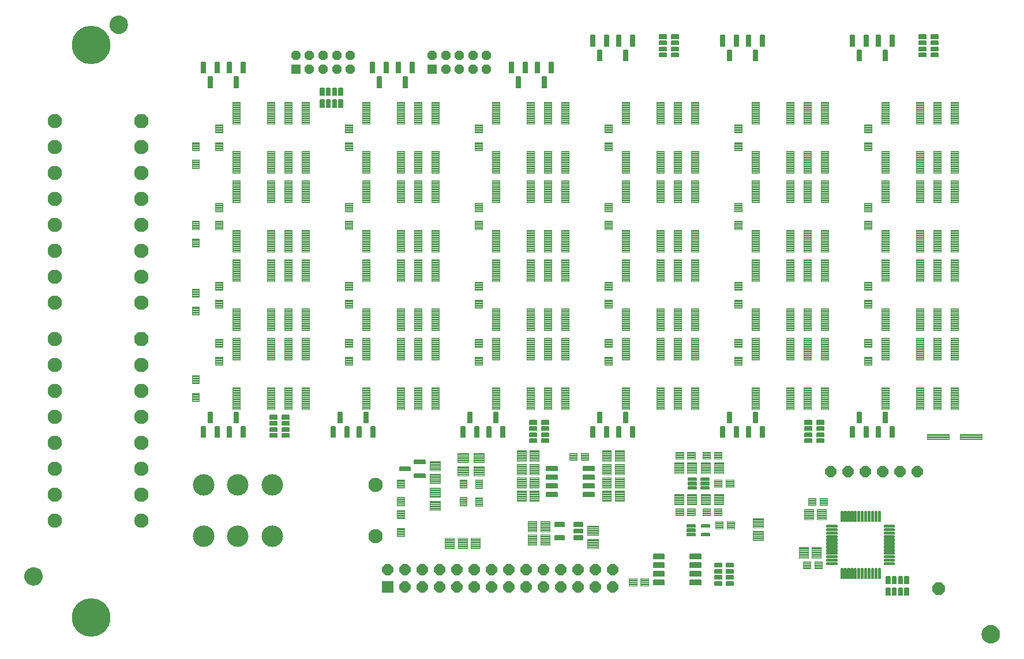
<source format=gts>
G75*
%MOIN*%
%OFA0B0*%
%FSLAX25Y25*%
%IPPOS*%
%LPD*%
%AMOC8*
5,1,8,0,0,1.08239X$1,22.5*
%
%ADD10C,0.13198*%
%ADD11OC8,0.06506*%
%ADD12R,0.06506X0.06506*%
%ADD13OC8,0.08277*%
%ADD14C,0.08277*%
%ADD15C,0.00454*%
%ADD16C,0.00504*%
%ADD17C,0.00504*%
%ADD18C,0.00457*%
%ADD19C,0.00580*%
%ADD20C,0.12411*%
%ADD21C,0.00594*%
%ADD22C,0.00514*%
%ADD23C,0.00468*%
%ADD24C,0.00500*%
%ADD25OC8,0.07096*%
%ADD26R,0.05324X0.05324*%
%ADD27OC8,0.05324*%
%ADD28C,0.22254*%
D10*
X0137995Y0087673D03*
X0137995Y0418382D03*
D11*
X0565188Y0171770D03*
X0575188Y0171770D03*
X0585188Y0171770D03*
X0595188Y0171770D03*
X0605188Y0171770D03*
X0615188Y0171770D03*
X0439333Y0115232D03*
X0429333Y0115232D03*
X0419333Y0115232D03*
X0409333Y0115232D03*
X0399333Y0115232D03*
X0389333Y0115232D03*
X0379333Y0115232D03*
X0369333Y0115232D03*
X0359333Y0115232D03*
X0349333Y0115232D03*
X0339333Y0115232D03*
X0329333Y0115232D03*
X0319333Y0115232D03*
X0309333Y0115232D03*
X0319333Y0105232D03*
X0329333Y0105232D03*
X0339333Y0105232D03*
X0349333Y0105232D03*
X0359333Y0105232D03*
X0369333Y0105232D03*
X0379333Y0105232D03*
X0389333Y0105232D03*
X0399333Y0105232D03*
X0409333Y0105232D03*
X0419333Y0105232D03*
X0429333Y0105232D03*
X0439333Y0105232D03*
D12*
X0309333Y0105232D03*
D13*
X0166932Y0248441D03*
X0166932Y0374425D03*
D14*
X0166932Y0359425D03*
X0166932Y0344425D03*
X0166932Y0329425D03*
X0166932Y0314425D03*
X0166932Y0299425D03*
X0166932Y0284425D03*
X0166932Y0269425D03*
X0116932Y0269425D03*
X0116932Y0284425D03*
X0116932Y0299425D03*
X0116932Y0314425D03*
X0116932Y0329425D03*
X0116932Y0344425D03*
X0116932Y0359425D03*
X0116932Y0374425D03*
X0116932Y0248441D03*
X0116932Y0233441D03*
X0116932Y0218441D03*
X0116932Y0203441D03*
X0116932Y0188441D03*
X0116932Y0173441D03*
X0116932Y0158441D03*
X0116932Y0143441D03*
X0166932Y0143441D03*
X0166932Y0158441D03*
X0166932Y0173441D03*
X0166932Y0188441D03*
X0166932Y0203441D03*
X0166932Y0218441D03*
X0166932Y0233441D03*
X0302044Y0164152D03*
X0302044Y0134388D03*
D15*
X0318729Y0134467D02*
X0318729Y0139337D01*
X0318729Y0134467D02*
X0314647Y0134467D01*
X0314647Y0139337D01*
X0318729Y0139337D01*
X0318729Y0134920D02*
X0314647Y0134920D01*
X0314647Y0135373D02*
X0318729Y0135373D01*
X0318729Y0135826D02*
X0314647Y0135826D01*
X0314647Y0136279D02*
X0318729Y0136279D01*
X0318729Y0136732D02*
X0314647Y0136732D01*
X0314647Y0137185D02*
X0318729Y0137185D01*
X0318729Y0137638D02*
X0314647Y0137638D01*
X0314647Y0138091D02*
X0318729Y0138091D01*
X0318729Y0138544D02*
X0314647Y0138544D01*
X0314647Y0138997D02*
X0318729Y0138997D01*
X0318729Y0144703D02*
X0318729Y0149573D01*
X0318729Y0144703D02*
X0314647Y0144703D01*
X0314647Y0149573D01*
X0318729Y0149573D01*
X0318729Y0145156D02*
X0314647Y0145156D01*
X0314647Y0145609D02*
X0318729Y0145609D01*
X0318729Y0146062D02*
X0314647Y0146062D01*
X0314647Y0146515D02*
X0318729Y0146515D01*
X0318729Y0146968D02*
X0314647Y0146968D01*
X0314647Y0147421D02*
X0318729Y0147421D01*
X0318729Y0147874D02*
X0314647Y0147874D01*
X0314647Y0148327D02*
X0318729Y0148327D01*
X0318729Y0148780D02*
X0314647Y0148780D01*
X0314647Y0149233D02*
X0318729Y0149233D01*
X0314647Y0152217D02*
X0314647Y0157087D01*
X0318729Y0157087D01*
X0318729Y0152217D01*
X0314647Y0152217D01*
X0314647Y0152670D02*
X0318729Y0152670D01*
X0318729Y0153123D02*
X0314647Y0153123D01*
X0314647Y0153576D02*
X0318729Y0153576D01*
X0318729Y0154029D02*
X0314647Y0154029D01*
X0314647Y0154482D02*
X0318729Y0154482D01*
X0318729Y0154935D02*
X0314647Y0154935D01*
X0314647Y0155388D02*
X0318729Y0155388D01*
X0318729Y0155841D02*
X0314647Y0155841D01*
X0314647Y0156294D02*
X0318729Y0156294D01*
X0318729Y0156747D02*
X0314647Y0156747D01*
X0314647Y0162453D02*
X0314647Y0167323D01*
X0318729Y0167323D01*
X0318729Y0162453D01*
X0314647Y0162453D01*
X0314647Y0162906D02*
X0318729Y0162906D01*
X0318729Y0163359D02*
X0314647Y0163359D01*
X0314647Y0163812D02*
X0318729Y0163812D01*
X0318729Y0164265D02*
X0314647Y0164265D01*
X0314647Y0164718D02*
X0318729Y0164718D01*
X0318729Y0165171D02*
X0314647Y0165171D01*
X0314647Y0165624D02*
X0318729Y0165624D01*
X0318729Y0166077D02*
X0314647Y0166077D01*
X0314647Y0166530D02*
X0318729Y0166530D01*
X0318729Y0166983D02*
X0314647Y0166983D01*
X0354979Y0167323D02*
X0354979Y0162453D01*
X0350897Y0162453D01*
X0350897Y0167323D01*
X0354979Y0167323D01*
X0354979Y0162906D02*
X0350897Y0162906D01*
X0350897Y0163359D02*
X0354979Y0163359D01*
X0354979Y0163812D02*
X0350897Y0163812D01*
X0350897Y0164265D02*
X0354979Y0164265D01*
X0354979Y0164718D02*
X0350897Y0164718D01*
X0350897Y0165171D02*
X0354979Y0165171D01*
X0354979Y0165624D02*
X0350897Y0165624D01*
X0350897Y0166077D02*
X0354979Y0166077D01*
X0354979Y0166530D02*
X0350897Y0166530D01*
X0350897Y0166983D02*
X0354979Y0166983D01*
X0363979Y0167073D02*
X0363979Y0162203D01*
X0359897Y0162203D01*
X0359897Y0167073D01*
X0363979Y0167073D01*
X0363979Y0162656D02*
X0359897Y0162656D01*
X0359897Y0163109D02*
X0363979Y0163109D01*
X0363979Y0163562D02*
X0359897Y0163562D01*
X0359897Y0164015D02*
X0363979Y0164015D01*
X0363979Y0164468D02*
X0359897Y0164468D01*
X0359897Y0164921D02*
X0363979Y0164921D01*
X0363979Y0165374D02*
X0359897Y0165374D01*
X0359897Y0165827D02*
X0363979Y0165827D01*
X0363979Y0166280D02*
X0359897Y0166280D01*
X0359897Y0166733D02*
X0363979Y0166733D01*
X0363979Y0156837D02*
X0363979Y0151967D01*
X0359897Y0151967D01*
X0359897Y0156837D01*
X0363979Y0156837D01*
X0363979Y0152420D02*
X0359897Y0152420D01*
X0359897Y0152873D02*
X0363979Y0152873D01*
X0363979Y0153326D02*
X0359897Y0153326D01*
X0359897Y0153779D02*
X0363979Y0153779D01*
X0363979Y0154232D02*
X0359897Y0154232D01*
X0359897Y0154685D02*
X0363979Y0154685D01*
X0363979Y0155138D02*
X0359897Y0155138D01*
X0359897Y0155591D02*
X0363979Y0155591D01*
X0363979Y0156044D02*
X0359897Y0156044D01*
X0359897Y0156497D02*
X0363979Y0156497D01*
X0354979Y0157087D02*
X0354979Y0152217D01*
X0350897Y0152217D01*
X0350897Y0157087D01*
X0354979Y0157087D01*
X0354979Y0152670D02*
X0350897Y0152670D01*
X0350897Y0153123D02*
X0354979Y0153123D01*
X0354979Y0153576D02*
X0350897Y0153576D01*
X0350897Y0154029D02*
X0354979Y0154029D01*
X0354979Y0154482D02*
X0350897Y0154482D01*
X0350897Y0154935D02*
X0354979Y0154935D01*
X0354979Y0155388D02*
X0350897Y0155388D01*
X0350897Y0155841D02*
X0354979Y0155841D01*
X0354979Y0156294D02*
X0350897Y0156294D01*
X0350897Y0156747D02*
X0354979Y0156747D01*
X0414103Y0182561D02*
X0418579Y0182561D01*
X0418579Y0178479D01*
X0414103Y0178479D01*
X0414103Y0182561D01*
X0414103Y0178932D02*
X0418579Y0178932D01*
X0418579Y0179385D02*
X0414103Y0179385D01*
X0414103Y0179838D02*
X0418579Y0179838D01*
X0418579Y0180291D02*
X0414103Y0180291D01*
X0414103Y0180744D02*
X0418579Y0180744D01*
X0418579Y0181197D02*
X0414103Y0181197D01*
X0414103Y0181650D02*
X0418579Y0181650D01*
X0418579Y0182103D02*
X0414103Y0182103D01*
X0414103Y0182556D02*
X0418579Y0182556D01*
X0420796Y0182561D02*
X0425272Y0182561D01*
X0425272Y0178479D01*
X0420796Y0178479D01*
X0420796Y0182561D01*
X0420796Y0178932D02*
X0425272Y0178932D01*
X0425272Y0179385D02*
X0420796Y0179385D01*
X0420796Y0179838D02*
X0425272Y0179838D01*
X0425272Y0180291D02*
X0420796Y0180291D01*
X0420796Y0180744D02*
X0425272Y0180744D01*
X0425272Y0181197D02*
X0420796Y0181197D01*
X0420796Y0181650D02*
X0425272Y0181650D01*
X0425272Y0182103D02*
X0420796Y0182103D01*
X0420796Y0182556D02*
X0425272Y0182556D01*
X0413729Y0207975D02*
X0413729Y0220561D01*
X0413729Y0207975D02*
X0409647Y0207975D01*
X0409647Y0220561D01*
X0413729Y0220561D01*
X0413729Y0208428D02*
X0409647Y0208428D01*
X0409647Y0208881D02*
X0413729Y0208881D01*
X0413729Y0209334D02*
X0409647Y0209334D01*
X0409647Y0209787D02*
X0413729Y0209787D01*
X0413729Y0210240D02*
X0409647Y0210240D01*
X0409647Y0210693D02*
X0413729Y0210693D01*
X0413729Y0211146D02*
X0409647Y0211146D01*
X0409647Y0211599D02*
X0413729Y0211599D01*
X0413729Y0212052D02*
X0409647Y0212052D01*
X0409647Y0212505D02*
X0413729Y0212505D01*
X0413729Y0212958D02*
X0409647Y0212958D01*
X0409647Y0213411D02*
X0413729Y0213411D01*
X0413729Y0213864D02*
X0409647Y0213864D01*
X0409647Y0214317D02*
X0413729Y0214317D01*
X0413729Y0214770D02*
X0409647Y0214770D01*
X0409647Y0215223D02*
X0413729Y0215223D01*
X0413729Y0215676D02*
X0409647Y0215676D01*
X0409647Y0216129D02*
X0413729Y0216129D01*
X0413729Y0216582D02*
X0409647Y0216582D01*
X0409647Y0217035D02*
X0413729Y0217035D01*
X0413729Y0217488D02*
X0409647Y0217488D01*
X0409647Y0217941D02*
X0413729Y0217941D01*
X0413729Y0218394D02*
X0409647Y0218394D01*
X0409647Y0218847D02*
X0413729Y0218847D01*
X0413729Y0219300D02*
X0409647Y0219300D01*
X0409647Y0219753D02*
X0413729Y0219753D01*
X0413729Y0220206D02*
X0409647Y0220206D01*
X0403729Y0220561D02*
X0403729Y0207975D01*
X0399647Y0207975D01*
X0399647Y0220561D01*
X0403729Y0220561D01*
X0403729Y0208428D02*
X0399647Y0208428D01*
X0399647Y0208881D02*
X0403729Y0208881D01*
X0403729Y0209334D02*
X0399647Y0209334D01*
X0399647Y0209787D02*
X0403729Y0209787D01*
X0403729Y0210240D02*
X0399647Y0210240D01*
X0399647Y0210693D02*
X0403729Y0210693D01*
X0403729Y0211146D02*
X0399647Y0211146D01*
X0399647Y0211599D02*
X0403729Y0211599D01*
X0403729Y0212052D02*
X0399647Y0212052D01*
X0399647Y0212505D02*
X0403729Y0212505D01*
X0403729Y0212958D02*
X0399647Y0212958D01*
X0399647Y0213411D02*
X0403729Y0213411D01*
X0403729Y0213864D02*
X0399647Y0213864D01*
X0399647Y0214317D02*
X0403729Y0214317D01*
X0403729Y0214770D02*
X0399647Y0214770D01*
X0399647Y0215223D02*
X0403729Y0215223D01*
X0403729Y0215676D02*
X0399647Y0215676D01*
X0399647Y0216129D02*
X0403729Y0216129D01*
X0403729Y0216582D02*
X0399647Y0216582D01*
X0399647Y0217035D02*
X0403729Y0217035D01*
X0403729Y0217488D02*
X0399647Y0217488D01*
X0399647Y0217941D02*
X0403729Y0217941D01*
X0403729Y0218394D02*
X0399647Y0218394D01*
X0399647Y0218847D02*
X0403729Y0218847D01*
X0403729Y0219300D02*
X0399647Y0219300D01*
X0399647Y0219753D02*
X0403729Y0219753D01*
X0403729Y0220206D02*
X0399647Y0220206D01*
X0393729Y0220561D02*
X0393729Y0207975D01*
X0389647Y0207975D01*
X0389647Y0220561D01*
X0393729Y0220561D01*
X0393729Y0208428D02*
X0389647Y0208428D01*
X0389647Y0208881D02*
X0393729Y0208881D01*
X0393729Y0209334D02*
X0389647Y0209334D01*
X0389647Y0209787D02*
X0393729Y0209787D01*
X0393729Y0210240D02*
X0389647Y0210240D01*
X0389647Y0210693D02*
X0393729Y0210693D01*
X0393729Y0211146D02*
X0389647Y0211146D01*
X0389647Y0211599D02*
X0393729Y0211599D01*
X0393729Y0212052D02*
X0389647Y0212052D01*
X0389647Y0212505D02*
X0393729Y0212505D01*
X0393729Y0212958D02*
X0389647Y0212958D01*
X0389647Y0213411D02*
X0393729Y0213411D01*
X0393729Y0213864D02*
X0389647Y0213864D01*
X0389647Y0214317D02*
X0393729Y0214317D01*
X0393729Y0214770D02*
X0389647Y0214770D01*
X0389647Y0215223D02*
X0393729Y0215223D01*
X0393729Y0215676D02*
X0389647Y0215676D01*
X0389647Y0216129D02*
X0393729Y0216129D01*
X0393729Y0216582D02*
X0389647Y0216582D01*
X0389647Y0217035D02*
X0393729Y0217035D01*
X0393729Y0217488D02*
X0389647Y0217488D01*
X0389647Y0217941D02*
X0393729Y0217941D01*
X0393729Y0218394D02*
X0389647Y0218394D01*
X0389647Y0218847D02*
X0393729Y0218847D01*
X0393729Y0219300D02*
X0389647Y0219300D01*
X0389647Y0219753D02*
X0393729Y0219753D01*
X0393729Y0220206D02*
X0389647Y0220206D01*
X0373729Y0220561D02*
X0373729Y0207975D01*
X0369647Y0207975D01*
X0369647Y0220561D01*
X0373729Y0220561D01*
X0373729Y0208428D02*
X0369647Y0208428D01*
X0369647Y0208881D02*
X0373729Y0208881D01*
X0373729Y0209334D02*
X0369647Y0209334D01*
X0369647Y0209787D02*
X0373729Y0209787D01*
X0373729Y0210240D02*
X0369647Y0210240D01*
X0369647Y0210693D02*
X0373729Y0210693D01*
X0373729Y0211146D02*
X0369647Y0211146D01*
X0369647Y0211599D02*
X0373729Y0211599D01*
X0373729Y0212052D02*
X0369647Y0212052D01*
X0369647Y0212505D02*
X0373729Y0212505D01*
X0373729Y0212958D02*
X0369647Y0212958D01*
X0369647Y0213411D02*
X0373729Y0213411D01*
X0373729Y0213864D02*
X0369647Y0213864D01*
X0369647Y0214317D02*
X0373729Y0214317D01*
X0373729Y0214770D02*
X0369647Y0214770D01*
X0369647Y0215223D02*
X0373729Y0215223D01*
X0373729Y0215676D02*
X0369647Y0215676D01*
X0369647Y0216129D02*
X0373729Y0216129D01*
X0373729Y0216582D02*
X0369647Y0216582D01*
X0369647Y0217035D02*
X0373729Y0217035D01*
X0373729Y0217488D02*
X0369647Y0217488D01*
X0369647Y0217941D02*
X0373729Y0217941D01*
X0373729Y0218394D02*
X0369647Y0218394D01*
X0369647Y0218847D02*
X0373729Y0218847D01*
X0373729Y0219300D02*
X0369647Y0219300D01*
X0369647Y0219753D02*
X0373729Y0219753D01*
X0373729Y0220206D02*
X0369647Y0220206D01*
X0363729Y0233467D02*
X0363729Y0238337D01*
X0363729Y0233467D02*
X0359647Y0233467D01*
X0359647Y0238337D01*
X0363729Y0238337D01*
X0363729Y0233920D02*
X0359647Y0233920D01*
X0359647Y0234373D02*
X0363729Y0234373D01*
X0363729Y0234826D02*
X0359647Y0234826D01*
X0359647Y0235279D02*
X0363729Y0235279D01*
X0363729Y0235732D02*
X0359647Y0235732D01*
X0359647Y0236185D02*
X0363729Y0236185D01*
X0363729Y0236638D02*
X0359647Y0236638D01*
X0359647Y0237091D02*
X0363729Y0237091D01*
X0363729Y0237544D02*
X0359647Y0237544D01*
X0359647Y0237997D02*
X0363729Y0237997D01*
X0373729Y0236479D02*
X0373729Y0249065D01*
X0373729Y0236479D02*
X0369647Y0236479D01*
X0369647Y0249065D01*
X0373729Y0249065D01*
X0373729Y0236932D02*
X0369647Y0236932D01*
X0369647Y0237385D02*
X0373729Y0237385D01*
X0373729Y0237838D02*
X0369647Y0237838D01*
X0369647Y0238291D02*
X0373729Y0238291D01*
X0373729Y0238744D02*
X0369647Y0238744D01*
X0369647Y0239197D02*
X0373729Y0239197D01*
X0373729Y0239650D02*
X0369647Y0239650D01*
X0369647Y0240103D02*
X0373729Y0240103D01*
X0373729Y0240556D02*
X0369647Y0240556D01*
X0369647Y0241009D02*
X0373729Y0241009D01*
X0373729Y0241462D02*
X0369647Y0241462D01*
X0369647Y0241915D02*
X0373729Y0241915D01*
X0373729Y0242368D02*
X0369647Y0242368D01*
X0369647Y0242821D02*
X0373729Y0242821D01*
X0373729Y0243274D02*
X0369647Y0243274D01*
X0369647Y0243727D02*
X0373729Y0243727D01*
X0373729Y0244180D02*
X0369647Y0244180D01*
X0369647Y0244633D02*
X0373729Y0244633D01*
X0373729Y0245086D02*
X0369647Y0245086D01*
X0369647Y0245539D02*
X0373729Y0245539D01*
X0373729Y0245992D02*
X0369647Y0245992D01*
X0369647Y0246445D02*
X0373729Y0246445D01*
X0373729Y0246898D02*
X0369647Y0246898D01*
X0369647Y0247351D02*
X0373729Y0247351D01*
X0373729Y0247804D02*
X0369647Y0247804D01*
X0369647Y0248257D02*
X0373729Y0248257D01*
X0373729Y0248710D02*
X0369647Y0248710D01*
X0363729Y0248573D02*
X0363729Y0243703D01*
X0359647Y0243703D01*
X0359647Y0248573D01*
X0363729Y0248573D01*
X0363729Y0244156D02*
X0359647Y0244156D01*
X0359647Y0244609D02*
X0363729Y0244609D01*
X0363729Y0245062D02*
X0359647Y0245062D01*
X0359647Y0245515D02*
X0363729Y0245515D01*
X0363729Y0245968D02*
X0359647Y0245968D01*
X0359647Y0246421D02*
X0363729Y0246421D01*
X0363729Y0246874D02*
X0359647Y0246874D01*
X0359647Y0247327D02*
X0363729Y0247327D01*
X0363729Y0247780D02*
X0359647Y0247780D01*
X0359647Y0248233D02*
X0363729Y0248233D01*
X0373729Y0253475D02*
X0373729Y0266061D01*
X0373729Y0253475D02*
X0369647Y0253475D01*
X0369647Y0266061D01*
X0373729Y0266061D01*
X0373729Y0253928D02*
X0369647Y0253928D01*
X0369647Y0254381D02*
X0373729Y0254381D01*
X0373729Y0254834D02*
X0369647Y0254834D01*
X0369647Y0255287D02*
X0373729Y0255287D01*
X0373729Y0255740D02*
X0369647Y0255740D01*
X0369647Y0256193D02*
X0373729Y0256193D01*
X0373729Y0256646D02*
X0369647Y0256646D01*
X0369647Y0257099D02*
X0373729Y0257099D01*
X0373729Y0257552D02*
X0369647Y0257552D01*
X0369647Y0258005D02*
X0373729Y0258005D01*
X0373729Y0258458D02*
X0369647Y0258458D01*
X0369647Y0258911D02*
X0373729Y0258911D01*
X0373729Y0259364D02*
X0369647Y0259364D01*
X0369647Y0259817D02*
X0373729Y0259817D01*
X0373729Y0260270D02*
X0369647Y0260270D01*
X0369647Y0260723D02*
X0373729Y0260723D01*
X0373729Y0261176D02*
X0369647Y0261176D01*
X0369647Y0261629D02*
X0373729Y0261629D01*
X0373729Y0262082D02*
X0369647Y0262082D01*
X0369647Y0262535D02*
X0373729Y0262535D01*
X0373729Y0262988D02*
X0369647Y0262988D01*
X0369647Y0263441D02*
X0373729Y0263441D01*
X0373729Y0263894D02*
X0369647Y0263894D01*
X0369647Y0264347D02*
X0373729Y0264347D01*
X0373729Y0264800D02*
X0369647Y0264800D01*
X0369647Y0265253D02*
X0373729Y0265253D01*
X0373729Y0265706D02*
X0369647Y0265706D01*
X0363729Y0266467D02*
X0363729Y0271337D01*
X0363729Y0266467D02*
X0359647Y0266467D01*
X0359647Y0271337D01*
X0363729Y0271337D01*
X0363729Y0266920D02*
X0359647Y0266920D01*
X0359647Y0267373D02*
X0363729Y0267373D01*
X0363729Y0267826D02*
X0359647Y0267826D01*
X0359647Y0268279D02*
X0363729Y0268279D01*
X0363729Y0268732D02*
X0359647Y0268732D01*
X0359647Y0269185D02*
X0363729Y0269185D01*
X0363729Y0269638D02*
X0359647Y0269638D01*
X0359647Y0270091D02*
X0363729Y0270091D01*
X0363729Y0270544D02*
X0359647Y0270544D01*
X0359647Y0270997D02*
X0363729Y0270997D01*
X0363729Y0276703D02*
X0363729Y0281573D01*
X0363729Y0276703D02*
X0359647Y0276703D01*
X0359647Y0281573D01*
X0363729Y0281573D01*
X0363729Y0277156D02*
X0359647Y0277156D01*
X0359647Y0277609D02*
X0363729Y0277609D01*
X0363729Y0278062D02*
X0359647Y0278062D01*
X0359647Y0278515D02*
X0363729Y0278515D01*
X0363729Y0278968D02*
X0359647Y0278968D01*
X0359647Y0279421D02*
X0363729Y0279421D01*
X0363729Y0279874D02*
X0359647Y0279874D01*
X0359647Y0280327D02*
X0363729Y0280327D01*
X0363729Y0280780D02*
X0359647Y0280780D01*
X0359647Y0281233D02*
X0363729Y0281233D01*
X0373729Y0281979D02*
X0373729Y0294565D01*
X0373729Y0281979D02*
X0369647Y0281979D01*
X0369647Y0294565D01*
X0373729Y0294565D01*
X0373729Y0282432D02*
X0369647Y0282432D01*
X0369647Y0282885D02*
X0373729Y0282885D01*
X0373729Y0283338D02*
X0369647Y0283338D01*
X0369647Y0283791D02*
X0373729Y0283791D01*
X0373729Y0284244D02*
X0369647Y0284244D01*
X0369647Y0284697D02*
X0373729Y0284697D01*
X0373729Y0285150D02*
X0369647Y0285150D01*
X0369647Y0285603D02*
X0373729Y0285603D01*
X0373729Y0286056D02*
X0369647Y0286056D01*
X0369647Y0286509D02*
X0373729Y0286509D01*
X0373729Y0286962D02*
X0369647Y0286962D01*
X0369647Y0287415D02*
X0373729Y0287415D01*
X0373729Y0287868D02*
X0369647Y0287868D01*
X0369647Y0288321D02*
X0373729Y0288321D01*
X0373729Y0288774D02*
X0369647Y0288774D01*
X0369647Y0289227D02*
X0373729Y0289227D01*
X0373729Y0289680D02*
X0369647Y0289680D01*
X0369647Y0290133D02*
X0373729Y0290133D01*
X0373729Y0290586D02*
X0369647Y0290586D01*
X0369647Y0291039D02*
X0373729Y0291039D01*
X0373729Y0291492D02*
X0369647Y0291492D01*
X0369647Y0291945D02*
X0373729Y0291945D01*
X0373729Y0292398D02*
X0369647Y0292398D01*
X0369647Y0292851D02*
X0373729Y0292851D01*
X0373729Y0293304D02*
X0369647Y0293304D01*
X0369647Y0293757D02*
X0373729Y0293757D01*
X0373729Y0294210D02*
X0369647Y0294210D01*
X0373729Y0298975D02*
X0373729Y0311561D01*
X0373729Y0298975D02*
X0369647Y0298975D01*
X0369647Y0311561D01*
X0373729Y0311561D01*
X0373729Y0299428D02*
X0369647Y0299428D01*
X0369647Y0299881D02*
X0373729Y0299881D01*
X0373729Y0300334D02*
X0369647Y0300334D01*
X0369647Y0300787D02*
X0373729Y0300787D01*
X0373729Y0301240D02*
X0369647Y0301240D01*
X0369647Y0301693D02*
X0373729Y0301693D01*
X0373729Y0302146D02*
X0369647Y0302146D01*
X0369647Y0302599D02*
X0373729Y0302599D01*
X0373729Y0303052D02*
X0369647Y0303052D01*
X0369647Y0303505D02*
X0373729Y0303505D01*
X0373729Y0303958D02*
X0369647Y0303958D01*
X0369647Y0304411D02*
X0373729Y0304411D01*
X0373729Y0304864D02*
X0369647Y0304864D01*
X0369647Y0305317D02*
X0373729Y0305317D01*
X0373729Y0305770D02*
X0369647Y0305770D01*
X0369647Y0306223D02*
X0373729Y0306223D01*
X0373729Y0306676D02*
X0369647Y0306676D01*
X0369647Y0307129D02*
X0373729Y0307129D01*
X0373729Y0307582D02*
X0369647Y0307582D01*
X0369647Y0308035D02*
X0373729Y0308035D01*
X0373729Y0308488D02*
X0369647Y0308488D01*
X0369647Y0308941D02*
X0373729Y0308941D01*
X0373729Y0309394D02*
X0369647Y0309394D01*
X0369647Y0309847D02*
X0373729Y0309847D01*
X0373729Y0310300D02*
X0369647Y0310300D01*
X0369647Y0310753D02*
X0373729Y0310753D01*
X0373729Y0311206D02*
X0369647Y0311206D01*
X0363729Y0311967D02*
X0363729Y0316837D01*
X0363729Y0311967D02*
X0359647Y0311967D01*
X0359647Y0316837D01*
X0363729Y0316837D01*
X0363729Y0312420D02*
X0359647Y0312420D01*
X0359647Y0312873D02*
X0363729Y0312873D01*
X0363729Y0313326D02*
X0359647Y0313326D01*
X0359647Y0313779D02*
X0363729Y0313779D01*
X0363729Y0314232D02*
X0359647Y0314232D01*
X0359647Y0314685D02*
X0363729Y0314685D01*
X0363729Y0315138D02*
X0359647Y0315138D01*
X0359647Y0315591D02*
X0363729Y0315591D01*
X0363729Y0316044D02*
X0359647Y0316044D01*
X0359647Y0316497D02*
X0363729Y0316497D01*
X0363729Y0322203D02*
X0363729Y0327073D01*
X0363729Y0322203D02*
X0359647Y0322203D01*
X0359647Y0327073D01*
X0363729Y0327073D01*
X0363729Y0322656D02*
X0359647Y0322656D01*
X0359647Y0323109D02*
X0363729Y0323109D01*
X0363729Y0323562D02*
X0359647Y0323562D01*
X0359647Y0324015D02*
X0363729Y0324015D01*
X0363729Y0324468D02*
X0359647Y0324468D01*
X0359647Y0324921D02*
X0363729Y0324921D01*
X0363729Y0325374D02*
X0359647Y0325374D01*
X0359647Y0325827D02*
X0363729Y0325827D01*
X0363729Y0326280D02*
X0359647Y0326280D01*
X0359647Y0326733D02*
X0363729Y0326733D01*
X0373729Y0327479D02*
X0373729Y0340065D01*
X0373729Y0327479D02*
X0369647Y0327479D01*
X0369647Y0340065D01*
X0373729Y0340065D01*
X0373729Y0327932D02*
X0369647Y0327932D01*
X0369647Y0328385D02*
X0373729Y0328385D01*
X0373729Y0328838D02*
X0369647Y0328838D01*
X0369647Y0329291D02*
X0373729Y0329291D01*
X0373729Y0329744D02*
X0369647Y0329744D01*
X0369647Y0330197D02*
X0373729Y0330197D01*
X0373729Y0330650D02*
X0369647Y0330650D01*
X0369647Y0331103D02*
X0373729Y0331103D01*
X0373729Y0331556D02*
X0369647Y0331556D01*
X0369647Y0332009D02*
X0373729Y0332009D01*
X0373729Y0332462D02*
X0369647Y0332462D01*
X0369647Y0332915D02*
X0373729Y0332915D01*
X0373729Y0333368D02*
X0369647Y0333368D01*
X0369647Y0333821D02*
X0373729Y0333821D01*
X0373729Y0334274D02*
X0369647Y0334274D01*
X0369647Y0334727D02*
X0373729Y0334727D01*
X0373729Y0335180D02*
X0369647Y0335180D01*
X0369647Y0335633D02*
X0373729Y0335633D01*
X0373729Y0336086D02*
X0369647Y0336086D01*
X0369647Y0336539D02*
X0373729Y0336539D01*
X0373729Y0336992D02*
X0369647Y0336992D01*
X0369647Y0337445D02*
X0373729Y0337445D01*
X0373729Y0337898D02*
X0369647Y0337898D01*
X0369647Y0338351D02*
X0373729Y0338351D01*
X0373729Y0338804D02*
X0369647Y0338804D01*
X0369647Y0339257D02*
X0373729Y0339257D01*
X0373729Y0339710D02*
X0369647Y0339710D01*
X0373729Y0344475D02*
X0373729Y0357061D01*
X0373729Y0344475D02*
X0369647Y0344475D01*
X0369647Y0357061D01*
X0373729Y0357061D01*
X0373729Y0344928D02*
X0369647Y0344928D01*
X0369647Y0345381D02*
X0373729Y0345381D01*
X0373729Y0345834D02*
X0369647Y0345834D01*
X0369647Y0346287D02*
X0373729Y0346287D01*
X0373729Y0346740D02*
X0369647Y0346740D01*
X0369647Y0347193D02*
X0373729Y0347193D01*
X0373729Y0347646D02*
X0369647Y0347646D01*
X0369647Y0348099D02*
X0373729Y0348099D01*
X0373729Y0348552D02*
X0369647Y0348552D01*
X0369647Y0349005D02*
X0373729Y0349005D01*
X0373729Y0349458D02*
X0369647Y0349458D01*
X0369647Y0349911D02*
X0373729Y0349911D01*
X0373729Y0350364D02*
X0369647Y0350364D01*
X0369647Y0350817D02*
X0373729Y0350817D01*
X0373729Y0351270D02*
X0369647Y0351270D01*
X0369647Y0351723D02*
X0373729Y0351723D01*
X0373729Y0352176D02*
X0369647Y0352176D01*
X0369647Y0352629D02*
X0373729Y0352629D01*
X0373729Y0353082D02*
X0369647Y0353082D01*
X0369647Y0353535D02*
X0373729Y0353535D01*
X0373729Y0353988D02*
X0369647Y0353988D01*
X0369647Y0354441D02*
X0373729Y0354441D01*
X0373729Y0354894D02*
X0369647Y0354894D01*
X0369647Y0355347D02*
X0373729Y0355347D01*
X0373729Y0355800D02*
X0369647Y0355800D01*
X0369647Y0356253D02*
X0373729Y0356253D01*
X0373729Y0356706D02*
X0369647Y0356706D01*
X0363729Y0357467D02*
X0363729Y0362337D01*
X0363729Y0357467D02*
X0359647Y0357467D01*
X0359647Y0362337D01*
X0363729Y0362337D01*
X0363729Y0357920D02*
X0359647Y0357920D01*
X0359647Y0358373D02*
X0363729Y0358373D01*
X0363729Y0358826D02*
X0359647Y0358826D01*
X0359647Y0359279D02*
X0363729Y0359279D01*
X0363729Y0359732D02*
X0359647Y0359732D01*
X0359647Y0360185D02*
X0363729Y0360185D01*
X0363729Y0360638D02*
X0359647Y0360638D01*
X0359647Y0361091D02*
X0363729Y0361091D01*
X0363729Y0361544D02*
X0359647Y0361544D01*
X0359647Y0361997D02*
X0363729Y0361997D01*
X0363729Y0367703D02*
X0363729Y0372573D01*
X0363729Y0367703D02*
X0359647Y0367703D01*
X0359647Y0372573D01*
X0363729Y0372573D01*
X0363729Y0368156D02*
X0359647Y0368156D01*
X0359647Y0368609D02*
X0363729Y0368609D01*
X0363729Y0369062D02*
X0359647Y0369062D01*
X0359647Y0369515D02*
X0363729Y0369515D01*
X0363729Y0369968D02*
X0359647Y0369968D01*
X0359647Y0370421D02*
X0363729Y0370421D01*
X0363729Y0370874D02*
X0359647Y0370874D01*
X0359647Y0371327D02*
X0363729Y0371327D01*
X0363729Y0371780D02*
X0359647Y0371780D01*
X0359647Y0372233D02*
X0363729Y0372233D01*
X0373729Y0372979D02*
X0373729Y0385565D01*
X0373729Y0372979D02*
X0369647Y0372979D01*
X0369647Y0385565D01*
X0373729Y0385565D01*
X0373729Y0373432D02*
X0369647Y0373432D01*
X0369647Y0373885D02*
X0373729Y0373885D01*
X0373729Y0374338D02*
X0369647Y0374338D01*
X0369647Y0374791D02*
X0373729Y0374791D01*
X0373729Y0375244D02*
X0369647Y0375244D01*
X0369647Y0375697D02*
X0373729Y0375697D01*
X0373729Y0376150D02*
X0369647Y0376150D01*
X0369647Y0376603D02*
X0373729Y0376603D01*
X0373729Y0377056D02*
X0369647Y0377056D01*
X0369647Y0377509D02*
X0373729Y0377509D01*
X0373729Y0377962D02*
X0369647Y0377962D01*
X0369647Y0378415D02*
X0373729Y0378415D01*
X0373729Y0378868D02*
X0369647Y0378868D01*
X0369647Y0379321D02*
X0373729Y0379321D01*
X0373729Y0379774D02*
X0369647Y0379774D01*
X0369647Y0380227D02*
X0373729Y0380227D01*
X0373729Y0380680D02*
X0369647Y0380680D01*
X0369647Y0381133D02*
X0373729Y0381133D01*
X0373729Y0381586D02*
X0369647Y0381586D01*
X0369647Y0382039D02*
X0373729Y0382039D01*
X0373729Y0382492D02*
X0369647Y0382492D01*
X0369647Y0382945D02*
X0373729Y0382945D01*
X0373729Y0383398D02*
X0369647Y0383398D01*
X0369647Y0383851D02*
X0373729Y0383851D01*
X0373729Y0384304D02*
X0369647Y0384304D01*
X0369647Y0384757D02*
X0373729Y0384757D01*
X0373729Y0385210D02*
X0369647Y0385210D01*
X0393729Y0385565D02*
X0393729Y0372979D01*
X0389647Y0372979D01*
X0389647Y0385565D01*
X0393729Y0385565D01*
X0393729Y0373432D02*
X0389647Y0373432D01*
X0389647Y0373885D02*
X0393729Y0373885D01*
X0393729Y0374338D02*
X0389647Y0374338D01*
X0389647Y0374791D02*
X0393729Y0374791D01*
X0393729Y0375244D02*
X0389647Y0375244D01*
X0389647Y0375697D02*
X0393729Y0375697D01*
X0393729Y0376150D02*
X0389647Y0376150D01*
X0389647Y0376603D02*
X0393729Y0376603D01*
X0393729Y0377056D02*
X0389647Y0377056D01*
X0389647Y0377509D02*
X0393729Y0377509D01*
X0393729Y0377962D02*
X0389647Y0377962D01*
X0389647Y0378415D02*
X0393729Y0378415D01*
X0393729Y0378868D02*
X0389647Y0378868D01*
X0389647Y0379321D02*
X0393729Y0379321D01*
X0393729Y0379774D02*
X0389647Y0379774D01*
X0389647Y0380227D02*
X0393729Y0380227D01*
X0393729Y0380680D02*
X0389647Y0380680D01*
X0389647Y0381133D02*
X0393729Y0381133D01*
X0393729Y0381586D02*
X0389647Y0381586D01*
X0389647Y0382039D02*
X0393729Y0382039D01*
X0393729Y0382492D02*
X0389647Y0382492D01*
X0389647Y0382945D02*
X0393729Y0382945D01*
X0393729Y0383398D02*
X0389647Y0383398D01*
X0389647Y0383851D02*
X0393729Y0383851D01*
X0393729Y0384304D02*
X0389647Y0384304D01*
X0389647Y0384757D02*
X0393729Y0384757D01*
X0393729Y0385210D02*
X0389647Y0385210D01*
X0403729Y0385565D02*
X0403729Y0372979D01*
X0399647Y0372979D01*
X0399647Y0385565D01*
X0403729Y0385565D01*
X0403729Y0373432D02*
X0399647Y0373432D01*
X0399647Y0373885D02*
X0403729Y0373885D01*
X0403729Y0374338D02*
X0399647Y0374338D01*
X0399647Y0374791D02*
X0403729Y0374791D01*
X0403729Y0375244D02*
X0399647Y0375244D01*
X0399647Y0375697D02*
X0403729Y0375697D01*
X0403729Y0376150D02*
X0399647Y0376150D01*
X0399647Y0376603D02*
X0403729Y0376603D01*
X0403729Y0377056D02*
X0399647Y0377056D01*
X0399647Y0377509D02*
X0403729Y0377509D01*
X0403729Y0377962D02*
X0399647Y0377962D01*
X0399647Y0378415D02*
X0403729Y0378415D01*
X0403729Y0378868D02*
X0399647Y0378868D01*
X0399647Y0379321D02*
X0403729Y0379321D01*
X0403729Y0379774D02*
X0399647Y0379774D01*
X0399647Y0380227D02*
X0403729Y0380227D01*
X0403729Y0380680D02*
X0399647Y0380680D01*
X0399647Y0381133D02*
X0403729Y0381133D01*
X0403729Y0381586D02*
X0399647Y0381586D01*
X0399647Y0382039D02*
X0403729Y0382039D01*
X0403729Y0382492D02*
X0399647Y0382492D01*
X0399647Y0382945D02*
X0403729Y0382945D01*
X0403729Y0383398D02*
X0399647Y0383398D01*
X0399647Y0383851D02*
X0403729Y0383851D01*
X0403729Y0384304D02*
X0399647Y0384304D01*
X0399647Y0384757D02*
X0403729Y0384757D01*
X0403729Y0385210D02*
X0399647Y0385210D01*
X0413729Y0385565D02*
X0413729Y0372979D01*
X0409647Y0372979D01*
X0409647Y0385565D01*
X0413729Y0385565D01*
X0413729Y0373432D02*
X0409647Y0373432D01*
X0409647Y0373885D02*
X0413729Y0373885D01*
X0413729Y0374338D02*
X0409647Y0374338D01*
X0409647Y0374791D02*
X0413729Y0374791D01*
X0413729Y0375244D02*
X0409647Y0375244D01*
X0409647Y0375697D02*
X0413729Y0375697D01*
X0413729Y0376150D02*
X0409647Y0376150D01*
X0409647Y0376603D02*
X0413729Y0376603D01*
X0413729Y0377056D02*
X0409647Y0377056D01*
X0409647Y0377509D02*
X0413729Y0377509D01*
X0413729Y0377962D02*
X0409647Y0377962D01*
X0409647Y0378415D02*
X0413729Y0378415D01*
X0413729Y0378868D02*
X0409647Y0378868D01*
X0409647Y0379321D02*
X0413729Y0379321D01*
X0413729Y0379774D02*
X0409647Y0379774D01*
X0409647Y0380227D02*
X0413729Y0380227D01*
X0413729Y0380680D02*
X0409647Y0380680D01*
X0409647Y0381133D02*
X0413729Y0381133D01*
X0413729Y0381586D02*
X0409647Y0381586D01*
X0409647Y0382039D02*
X0413729Y0382039D01*
X0413729Y0382492D02*
X0409647Y0382492D01*
X0409647Y0382945D02*
X0413729Y0382945D01*
X0413729Y0383398D02*
X0409647Y0383398D01*
X0409647Y0383851D02*
X0413729Y0383851D01*
X0413729Y0384304D02*
X0409647Y0384304D01*
X0409647Y0384757D02*
X0413729Y0384757D01*
X0413729Y0385210D02*
X0409647Y0385210D01*
X0438729Y0372573D02*
X0438729Y0367703D01*
X0434647Y0367703D01*
X0434647Y0372573D01*
X0438729Y0372573D01*
X0438729Y0368156D02*
X0434647Y0368156D01*
X0434647Y0368609D02*
X0438729Y0368609D01*
X0438729Y0369062D02*
X0434647Y0369062D01*
X0434647Y0369515D02*
X0438729Y0369515D01*
X0438729Y0369968D02*
X0434647Y0369968D01*
X0434647Y0370421D02*
X0438729Y0370421D01*
X0438729Y0370874D02*
X0434647Y0370874D01*
X0434647Y0371327D02*
X0438729Y0371327D01*
X0438729Y0371780D02*
X0434647Y0371780D01*
X0434647Y0372233D02*
X0438729Y0372233D01*
X0448729Y0372979D02*
X0448729Y0385565D01*
X0448729Y0372979D02*
X0444647Y0372979D01*
X0444647Y0385565D01*
X0448729Y0385565D01*
X0448729Y0373432D02*
X0444647Y0373432D01*
X0444647Y0373885D02*
X0448729Y0373885D01*
X0448729Y0374338D02*
X0444647Y0374338D01*
X0444647Y0374791D02*
X0448729Y0374791D01*
X0448729Y0375244D02*
X0444647Y0375244D01*
X0444647Y0375697D02*
X0448729Y0375697D01*
X0448729Y0376150D02*
X0444647Y0376150D01*
X0444647Y0376603D02*
X0448729Y0376603D01*
X0448729Y0377056D02*
X0444647Y0377056D01*
X0444647Y0377509D02*
X0448729Y0377509D01*
X0448729Y0377962D02*
X0444647Y0377962D01*
X0444647Y0378415D02*
X0448729Y0378415D01*
X0448729Y0378868D02*
X0444647Y0378868D01*
X0444647Y0379321D02*
X0448729Y0379321D01*
X0448729Y0379774D02*
X0444647Y0379774D01*
X0444647Y0380227D02*
X0448729Y0380227D01*
X0448729Y0380680D02*
X0444647Y0380680D01*
X0444647Y0381133D02*
X0448729Y0381133D01*
X0448729Y0381586D02*
X0444647Y0381586D01*
X0444647Y0382039D02*
X0448729Y0382039D01*
X0448729Y0382492D02*
X0444647Y0382492D01*
X0444647Y0382945D02*
X0448729Y0382945D01*
X0448729Y0383398D02*
X0444647Y0383398D01*
X0444647Y0383851D02*
X0448729Y0383851D01*
X0448729Y0384304D02*
X0444647Y0384304D01*
X0444647Y0384757D02*
X0448729Y0384757D01*
X0448729Y0385210D02*
X0444647Y0385210D01*
X0468729Y0385565D02*
X0468729Y0372979D01*
X0464647Y0372979D01*
X0464647Y0385565D01*
X0468729Y0385565D01*
X0468729Y0373432D02*
X0464647Y0373432D01*
X0464647Y0373885D02*
X0468729Y0373885D01*
X0468729Y0374338D02*
X0464647Y0374338D01*
X0464647Y0374791D02*
X0468729Y0374791D01*
X0468729Y0375244D02*
X0464647Y0375244D01*
X0464647Y0375697D02*
X0468729Y0375697D01*
X0468729Y0376150D02*
X0464647Y0376150D01*
X0464647Y0376603D02*
X0468729Y0376603D01*
X0468729Y0377056D02*
X0464647Y0377056D01*
X0464647Y0377509D02*
X0468729Y0377509D01*
X0468729Y0377962D02*
X0464647Y0377962D01*
X0464647Y0378415D02*
X0468729Y0378415D01*
X0468729Y0378868D02*
X0464647Y0378868D01*
X0464647Y0379321D02*
X0468729Y0379321D01*
X0468729Y0379774D02*
X0464647Y0379774D01*
X0464647Y0380227D02*
X0468729Y0380227D01*
X0468729Y0380680D02*
X0464647Y0380680D01*
X0464647Y0381133D02*
X0468729Y0381133D01*
X0468729Y0381586D02*
X0464647Y0381586D01*
X0464647Y0382039D02*
X0468729Y0382039D01*
X0468729Y0382492D02*
X0464647Y0382492D01*
X0464647Y0382945D02*
X0468729Y0382945D01*
X0468729Y0383398D02*
X0464647Y0383398D01*
X0464647Y0383851D02*
X0468729Y0383851D01*
X0468729Y0384304D02*
X0464647Y0384304D01*
X0464647Y0384757D02*
X0468729Y0384757D01*
X0468729Y0385210D02*
X0464647Y0385210D01*
X0478729Y0385565D02*
X0478729Y0372979D01*
X0474647Y0372979D01*
X0474647Y0385565D01*
X0478729Y0385565D01*
X0478729Y0373432D02*
X0474647Y0373432D01*
X0474647Y0373885D02*
X0478729Y0373885D01*
X0478729Y0374338D02*
X0474647Y0374338D01*
X0474647Y0374791D02*
X0478729Y0374791D01*
X0478729Y0375244D02*
X0474647Y0375244D01*
X0474647Y0375697D02*
X0478729Y0375697D01*
X0478729Y0376150D02*
X0474647Y0376150D01*
X0474647Y0376603D02*
X0478729Y0376603D01*
X0478729Y0377056D02*
X0474647Y0377056D01*
X0474647Y0377509D02*
X0478729Y0377509D01*
X0478729Y0377962D02*
X0474647Y0377962D01*
X0474647Y0378415D02*
X0478729Y0378415D01*
X0478729Y0378868D02*
X0474647Y0378868D01*
X0474647Y0379321D02*
X0478729Y0379321D01*
X0478729Y0379774D02*
X0474647Y0379774D01*
X0474647Y0380227D02*
X0478729Y0380227D01*
X0478729Y0380680D02*
X0474647Y0380680D01*
X0474647Y0381133D02*
X0478729Y0381133D01*
X0478729Y0381586D02*
X0474647Y0381586D01*
X0474647Y0382039D02*
X0478729Y0382039D01*
X0478729Y0382492D02*
X0474647Y0382492D01*
X0474647Y0382945D02*
X0478729Y0382945D01*
X0478729Y0383398D02*
X0474647Y0383398D01*
X0474647Y0383851D02*
X0478729Y0383851D01*
X0478729Y0384304D02*
X0474647Y0384304D01*
X0474647Y0384757D02*
X0478729Y0384757D01*
X0478729Y0385210D02*
X0474647Y0385210D01*
X0488729Y0385565D02*
X0488729Y0372979D01*
X0484647Y0372979D01*
X0484647Y0385565D01*
X0488729Y0385565D01*
X0488729Y0373432D02*
X0484647Y0373432D01*
X0484647Y0373885D02*
X0488729Y0373885D01*
X0488729Y0374338D02*
X0484647Y0374338D01*
X0484647Y0374791D02*
X0488729Y0374791D01*
X0488729Y0375244D02*
X0484647Y0375244D01*
X0484647Y0375697D02*
X0488729Y0375697D01*
X0488729Y0376150D02*
X0484647Y0376150D01*
X0484647Y0376603D02*
X0488729Y0376603D01*
X0488729Y0377056D02*
X0484647Y0377056D01*
X0484647Y0377509D02*
X0488729Y0377509D01*
X0488729Y0377962D02*
X0484647Y0377962D01*
X0484647Y0378415D02*
X0488729Y0378415D01*
X0488729Y0378868D02*
X0484647Y0378868D01*
X0484647Y0379321D02*
X0488729Y0379321D01*
X0488729Y0379774D02*
X0484647Y0379774D01*
X0484647Y0380227D02*
X0488729Y0380227D01*
X0488729Y0380680D02*
X0484647Y0380680D01*
X0484647Y0381133D02*
X0488729Y0381133D01*
X0488729Y0381586D02*
X0484647Y0381586D01*
X0484647Y0382039D02*
X0488729Y0382039D01*
X0488729Y0382492D02*
X0484647Y0382492D01*
X0484647Y0382945D02*
X0488729Y0382945D01*
X0488729Y0383398D02*
X0484647Y0383398D01*
X0484647Y0383851D02*
X0488729Y0383851D01*
X0488729Y0384304D02*
X0484647Y0384304D01*
X0484647Y0384757D02*
X0488729Y0384757D01*
X0488729Y0385210D02*
X0484647Y0385210D01*
X0513729Y0372573D02*
X0513729Y0367703D01*
X0509647Y0367703D01*
X0509647Y0372573D01*
X0513729Y0372573D01*
X0513729Y0368156D02*
X0509647Y0368156D01*
X0509647Y0368609D02*
X0513729Y0368609D01*
X0513729Y0369062D02*
X0509647Y0369062D01*
X0509647Y0369515D02*
X0513729Y0369515D01*
X0513729Y0369968D02*
X0509647Y0369968D01*
X0509647Y0370421D02*
X0513729Y0370421D01*
X0513729Y0370874D02*
X0509647Y0370874D01*
X0509647Y0371327D02*
X0513729Y0371327D01*
X0513729Y0371780D02*
X0509647Y0371780D01*
X0509647Y0372233D02*
X0513729Y0372233D01*
X0523729Y0372979D02*
X0523729Y0385565D01*
X0523729Y0372979D02*
X0519647Y0372979D01*
X0519647Y0385565D01*
X0523729Y0385565D01*
X0523729Y0373432D02*
X0519647Y0373432D01*
X0519647Y0373885D02*
X0523729Y0373885D01*
X0523729Y0374338D02*
X0519647Y0374338D01*
X0519647Y0374791D02*
X0523729Y0374791D01*
X0523729Y0375244D02*
X0519647Y0375244D01*
X0519647Y0375697D02*
X0523729Y0375697D01*
X0523729Y0376150D02*
X0519647Y0376150D01*
X0519647Y0376603D02*
X0523729Y0376603D01*
X0523729Y0377056D02*
X0519647Y0377056D01*
X0519647Y0377509D02*
X0523729Y0377509D01*
X0523729Y0377962D02*
X0519647Y0377962D01*
X0519647Y0378415D02*
X0523729Y0378415D01*
X0523729Y0378868D02*
X0519647Y0378868D01*
X0519647Y0379321D02*
X0523729Y0379321D01*
X0523729Y0379774D02*
X0519647Y0379774D01*
X0519647Y0380227D02*
X0523729Y0380227D01*
X0523729Y0380680D02*
X0519647Y0380680D01*
X0519647Y0381133D02*
X0523729Y0381133D01*
X0523729Y0381586D02*
X0519647Y0381586D01*
X0519647Y0382039D02*
X0523729Y0382039D01*
X0523729Y0382492D02*
X0519647Y0382492D01*
X0519647Y0382945D02*
X0523729Y0382945D01*
X0523729Y0383398D02*
X0519647Y0383398D01*
X0519647Y0383851D02*
X0523729Y0383851D01*
X0523729Y0384304D02*
X0519647Y0384304D01*
X0519647Y0384757D02*
X0523729Y0384757D01*
X0523729Y0385210D02*
X0519647Y0385210D01*
X0543729Y0385565D02*
X0543729Y0372979D01*
X0539647Y0372979D01*
X0539647Y0385565D01*
X0543729Y0385565D01*
X0543729Y0373432D02*
X0539647Y0373432D01*
X0539647Y0373885D02*
X0543729Y0373885D01*
X0543729Y0374338D02*
X0539647Y0374338D01*
X0539647Y0374791D02*
X0543729Y0374791D01*
X0543729Y0375244D02*
X0539647Y0375244D01*
X0539647Y0375697D02*
X0543729Y0375697D01*
X0543729Y0376150D02*
X0539647Y0376150D01*
X0539647Y0376603D02*
X0543729Y0376603D01*
X0543729Y0377056D02*
X0539647Y0377056D01*
X0539647Y0377509D02*
X0543729Y0377509D01*
X0543729Y0377962D02*
X0539647Y0377962D01*
X0539647Y0378415D02*
X0543729Y0378415D01*
X0543729Y0378868D02*
X0539647Y0378868D01*
X0539647Y0379321D02*
X0543729Y0379321D01*
X0543729Y0379774D02*
X0539647Y0379774D01*
X0539647Y0380227D02*
X0543729Y0380227D01*
X0543729Y0380680D02*
X0539647Y0380680D01*
X0539647Y0381133D02*
X0543729Y0381133D01*
X0543729Y0381586D02*
X0539647Y0381586D01*
X0539647Y0382039D02*
X0543729Y0382039D01*
X0543729Y0382492D02*
X0539647Y0382492D01*
X0539647Y0382945D02*
X0543729Y0382945D01*
X0543729Y0383398D02*
X0539647Y0383398D01*
X0539647Y0383851D02*
X0543729Y0383851D01*
X0543729Y0384304D02*
X0539647Y0384304D01*
X0539647Y0384757D02*
X0543729Y0384757D01*
X0543729Y0385210D02*
X0539647Y0385210D01*
X0553729Y0385565D02*
X0553729Y0372979D01*
X0549647Y0372979D01*
X0549647Y0385565D01*
X0553729Y0385565D01*
X0553729Y0373432D02*
X0549647Y0373432D01*
X0549647Y0373885D02*
X0553729Y0373885D01*
X0553729Y0374338D02*
X0549647Y0374338D01*
X0549647Y0374791D02*
X0553729Y0374791D01*
X0553729Y0375244D02*
X0549647Y0375244D01*
X0549647Y0375697D02*
X0553729Y0375697D01*
X0553729Y0376150D02*
X0549647Y0376150D01*
X0549647Y0376603D02*
X0553729Y0376603D01*
X0553729Y0377056D02*
X0549647Y0377056D01*
X0549647Y0377509D02*
X0553729Y0377509D01*
X0553729Y0377962D02*
X0549647Y0377962D01*
X0549647Y0378415D02*
X0553729Y0378415D01*
X0553729Y0378868D02*
X0549647Y0378868D01*
X0549647Y0379321D02*
X0553729Y0379321D01*
X0553729Y0379774D02*
X0549647Y0379774D01*
X0549647Y0380227D02*
X0553729Y0380227D01*
X0553729Y0380680D02*
X0549647Y0380680D01*
X0549647Y0381133D02*
X0553729Y0381133D01*
X0553729Y0381586D02*
X0549647Y0381586D01*
X0549647Y0382039D02*
X0553729Y0382039D01*
X0553729Y0382492D02*
X0549647Y0382492D01*
X0549647Y0382945D02*
X0553729Y0382945D01*
X0553729Y0383398D02*
X0549647Y0383398D01*
X0549647Y0383851D02*
X0553729Y0383851D01*
X0553729Y0384304D02*
X0549647Y0384304D01*
X0549647Y0384757D02*
X0553729Y0384757D01*
X0553729Y0385210D02*
X0549647Y0385210D01*
X0563729Y0385565D02*
X0563729Y0372979D01*
X0559647Y0372979D01*
X0559647Y0385565D01*
X0563729Y0385565D01*
X0563729Y0373432D02*
X0559647Y0373432D01*
X0559647Y0373885D02*
X0563729Y0373885D01*
X0563729Y0374338D02*
X0559647Y0374338D01*
X0559647Y0374791D02*
X0563729Y0374791D01*
X0563729Y0375244D02*
X0559647Y0375244D01*
X0559647Y0375697D02*
X0563729Y0375697D01*
X0563729Y0376150D02*
X0559647Y0376150D01*
X0559647Y0376603D02*
X0563729Y0376603D01*
X0563729Y0377056D02*
X0559647Y0377056D01*
X0559647Y0377509D02*
X0563729Y0377509D01*
X0563729Y0377962D02*
X0559647Y0377962D01*
X0559647Y0378415D02*
X0563729Y0378415D01*
X0563729Y0378868D02*
X0559647Y0378868D01*
X0559647Y0379321D02*
X0563729Y0379321D01*
X0563729Y0379774D02*
X0559647Y0379774D01*
X0559647Y0380227D02*
X0563729Y0380227D01*
X0563729Y0380680D02*
X0559647Y0380680D01*
X0559647Y0381133D02*
X0563729Y0381133D01*
X0563729Y0381586D02*
X0559647Y0381586D01*
X0559647Y0382039D02*
X0563729Y0382039D01*
X0563729Y0382492D02*
X0559647Y0382492D01*
X0559647Y0382945D02*
X0563729Y0382945D01*
X0563729Y0383398D02*
X0559647Y0383398D01*
X0559647Y0383851D02*
X0563729Y0383851D01*
X0563729Y0384304D02*
X0559647Y0384304D01*
X0559647Y0384757D02*
X0563729Y0384757D01*
X0563729Y0385210D02*
X0559647Y0385210D01*
X0588729Y0372573D02*
X0588729Y0367703D01*
X0584647Y0367703D01*
X0584647Y0372573D01*
X0588729Y0372573D01*
X0588729Y0368156D02*
X0584647Y0368156D01*
X0584647Y0368609D02*
X0588729Y0368609D01*
X0588729Y0369062D02*
X0584647Y0369062D01*
X0584647Y0369515D02*
X0588729Y0369515D01*
X0588729Y0369968D02*
X0584647Y0369968D01*
X0584647Y0370421D02*
X0588729Y0370421D01*
X0588729Y0370874D02*
X0584647Y0370874D01*
X0584647Y0371327D02*
X0588729Y0371327D01*
X0588729Y0371780D02*
X0584647Y0371780D01*
X0584647Y0372233D02*
X0588729Y0372233D01*
X0598729Y0372979D02*
X0598729Y0385565D01*
X0598729Y0372979D02*
X0594647Y0372979D01*
X0594647Y0385565D01*
X0598729Y0385565D01*
X0598729Y0373432D02*
X0594647Y0373432D01*
X0594647Y0373885D02*
X0598729Y0373885D01*
X0598729Y0374338D02*
X0594647Y0374338D01*
X0594647Y0374791D02*
X0598729Y0374791D01*
X0598729Y0375244D02*
X0594647Y0375244D01*
X0594647Y0375697D02*
X0598729Y0375697D01*
X0598729Y0376150D02*
X0594647Y0376150D01*
X0594647Y0376603D02*
X0598729Y0376603D01*
X0598729Y0377056D02*
X0594647Y0377056D01*
X0594647Y0377509D02*
X0598729Y0377509D01*
X0598729Y0377962D02*
X0594647Y0377962D01*
X0594647Y0378415D02*
X0598729Y0378415D01*
X0598729Y0378868D02*
X0594647Y0378868D01*
X0594647Y0379321D02*
X0598729Y0379321D01*
X0598729Y0379774D02*
X0594647Y0379774D01*
X0594647Y0380227D02*
X0598729Y0380227D01*
X0598729Y0380680D02*
X0594647Y0380680D01*
X0594647Y0381133D02*
X0598729Y0381133D01*
X0598729Y0381586D02*
X0594647Y0381586D01*
X0594647Y0382039D02*
X0598729Y0382039D01*
X0598729Y0382492D02*
X0594647Y0382492D01*
X0594647Y0382945D02*
X0598729Y0382945D01*
X0598729Y0383398D02*
X0594647Y0383398D01*
X0594647Y0383851D02*
X0598729Y0383851D01*
X0598729Y0384304D02*
X0594647Y0384304D01*
X0594647Y0384757D02*
X0598729Y0384757D01*
X0598729Y0385210D02*
X0594647Y0385210D01*
X0618729Y0385565D02*
X0618729Y0372979D01*
X0614647Y0372979D01*
X0614647Y0385565D01*
X0618729Y0385565D01*
X0618729Y0373432D02*
X0614647Y0373432D01*
X0614647Y0373885D02*
X0618729Y0373885D01*
X0618729Y0374338D02*
X0614647Y0374338D01*
X0614647Y0374791D02*
X0618729Y0374791D01*
X0618729Y0375244D02*
X0614647Y0375244D01*
X0614647Y0375697D02*
X0618729Y0375697D01*
X0618729Y0376150D02*
X0614647Y0376150D01*
X0614647Y0376603D02*
X0618729Y0376603D01*
X0618729Y0377056D02*
X0614647Y0377056D01*
X0614647Y0377509D02*
X0618729Y0377509D01*
X0618729Y0377962D02*
X0614647Y0377962D01*
X0614647Y0378415D02*
X0618729Y0378415D01*
X0618729Y0378868D02*
X0614647Y0378868D01*
X0614647Y0379321D02*
X0618729Y0379321D01*
X0618729Y0379774D02*
X0614647Y0379774D01*
X0614647Y0380227D02*
X0618729Y0380227D01*
X0618729Y0380680D02*
X0614647Y0380680D01*
X0614647Y0381133D02*
X0618729Y0381133D01*
X0618729Y0381586D02*
X0614647Y0381586D01*
X0614647Y0382039D02*
X0618729Y0382039D01*
X0618729Y0382492D02*
X0614647Y0382492D01*
X0614647Y0382945D02*
X0618729Y0382945D01*
X0618729Y0383398D02*
X0614647Y0383398D01*
X0614647Y0383851D02*
X0618729Y0383851D01*
X0618729Y0384304D02*
X0614647Y0384304D01*
X0614647Y0384757D02*
X0618729Y0384757D01*
X0618729Y0385210D02*
X0614647Y0385210D01*
X0628729Y0385565D02*
X0628729Y0372979D01*
X0624647Y0372979D01*
X0624647Y0385565D01*
X0628729Y0385565D01*
X0628729Y0373432D02*
X0624647Y0373432D01*
X0624647Y0373885D02*
X0628729Y0373885D01*
X0628729Y0374338D02*
X0624647Y0374338D01*
X0624647Y0374791D02*
X0628729Y0374791D01*
X0628729Y0375244D02*
X0624647Y0375244D01*
X0624647Y0375697D02*
X0628729Y0375697D01*
X0628729Y0376150D02*
X0624647Y0376150D01*
X0624647Y0376603D02*
X0628729Y0376603D01*
X0628729Y0377056D02*
X0624647Y0377056D01*
X0624647Y0377509D02*
X0628729Y0377509D01*
X0628729Y0377962D02*
X0624647Y0377962D01*
X0624647Y0378415D02*
X0628729Y0378415D01*
X0628729Y0378868D02*
X0624647Y0378868D01*
X0624647Y0379321D02*
X0628729Y0379321D01*
X0628729Y0379774D02*
X0624647Y0379774D01*
X0624647Y0380227D02*
X0628729Y0380227D01*
X0628729Y0380680D02*
X0624647Y0380680D01*
X0624647Y0381133D02*
X0628729Y0381133D01*
X0628729Y0381586D02*
X0624647Y0381586D01*
X0624647Y0382039D02*
X0628729Y0382039D01*
X0628729Y0382492D02*
X0624647Y0382492D01*
X0624647Y0382945D02*
X0628729Y0382945D01*
X0628729Y0383398D02*
X0624647Y0383398D01*
X0624647Y0383851D02*
X0628729Y0383851D01*
X0628729Y0384304D02*
X0624647Y0384304D01*
X0624647Y0384757D02*
X0628729Y0384757D01*
X0628729Y0385210D02*
X0624647Y0385210D01*
X0638729Y0385565D02*
X0638729Y0372979D01*
X0634647Y0372979D01*
X0634647Y0385565D01*
X0638729Y0385565D01*
X0638729Y0373432D02*
X0634647Y0373432D01*
X0634647Y0373885D02*
X0638729Y0373885D01*
X0638729Y0374338D02*
X0634647Y0374338D01*
X0634647Y0374791D02*
X0638729Y0374791D01*
X0638729Y0375244D02*
X0634647Y0375244D01*
X0634647Y0375697D02*
X0638729Y0375697D01*
X0638729Y0376150D02*
X0634647Y0376150D01*
X0634647Y0376603D02*
X0638729Y0376603D01*
X0638729Y0377056D02*
X0634647Y0377056D01*
X0634647Y0377509D02*
X0638729Y0377509D01*
X0638729Y0377962D02*
X0634647Y0377962D01*
X0634647Y0378415D02*
X0638729Y0378415D01*
X0638729Y0378868D02*
X0634647Y0378868D01*
X0634647Y0379321D02*
X0638729Y0379321D01*
X0638729Y0379774D02*
X0634647Y0379774D01*
X0634647Y0380227D02*
X0638729Y0380227D01*
X0638729Y0380680D02*
X0634647Y0380680D01*
X0634647Y0381133D02*
X0638729Y0381133D01*
X0638729Y0381586D02*
X0634647Y0381586D01*
X0634647Y0382039D02*
X0638729Y0382039D01*
X0638729Y0382492D02*
X0634647Y0382492D01*
X0634647Y0382945D02*
X0638729Y0382945D01*
X0638729Y0383398D02*
X0634647Y0383398D01*
X0634647Y0383851D02*
X0638729Y0383851D01*
X0638729Y0384304D02*
X0634647Y0384304D01*
X0634647Y0384757D02*
X0638729Y0384757D01*
X0638729Y0385210D02*
X0634647Y0385210D01*
X0588729Y0362337D02*
X0588729Y0357467D01*
X0584647Y0357467D01*
X0584647Y0362337D01*
X0588729Y0362337D01*
X0588729Y0357920D02*
X0584647Y0357920D01*
X0584647Y0358373D02*
X0588729Y0358373D01*
X0588729Y0358826D02*
X0584647Y0358826D01*
X0584647Y0359279D02*
X0588729Y0359279D01*
X0588729Y0359732D02*
X0584647Y0359732D01*
X0584647Y0360185D02*
X0588729Y0360185D01*
X0588729Y0360638D02*
X0584647Y0360638D01*
X0584647Y0361091D02*
X0588729Y0361091D01*
X0588729Y0361544D02*
X0584647Y0361544D01*
X0584647Y0361997D02*
X0588729Y0361997D01*
X0598729Y0357061D02*
X0598729Y0344475D01*
X0594647Y0344475D01*
X0594647Y0357061D01*
X0598729Y0357061D01*
X0598729Y0344928D02*
X0594647Y0344928D01*
X0594647Y0345381D02*
X0598729Y0345381D01*
X0598729Y0345834D02*
X0594647Y0345834D01*
X0594647Y0346287D02*
X0598729Y0346287D01*
X0598729Y0346740D02*
X0594647Y0346740D01*
X0594647Y0347193D02*
X0598729Y0347193D01*
X0598729Y0347646D02*
X0594647Y0347646D01*
X0594647Y0348099D02*
X0598729Y0348099D01*
X0598729Y0348552D02*
X0594647Y0348552D01*
X0594647Y0349005D02*
X0598729Y0349005D01*
X0598729Y0349458D02*
X0594647Y0349458D01*
X0594647Y0349911D02*
X0598729Y0349911D01*
X0598729Y0350364D02*
X0594647Y0350364D01*
X0594647Y0350817D02*
X0598729Y0350817D01*
X0598729Y0351270D02*
X0594647Y0351270D01*
X0594647Y0351723D02*
X0598729Y0351723D01*
X0598729Y0352176D02*
X0594647Y0352176D01*
X0594647Y0352629D02*
X0598729Y0352629D01*
X0598729Y0353082D02*
X0594647Y0353082D01*
X0594647Y0353535D02*
X0598729Y0353535D01*
X0598729Y0353988D02*
X0594647Y0353988D01*
X0594647Y0354441D02*
X0598729Y0354441D01*
X0598729Y0354894D02*
X0594647Y0354894D01*
X0594647Y0355347D02*
X0598729Y0355347D01*
X0598729Y0355800D02*
X0594647Y0355800D01*
X0594647Y0356253D02*
X0598729Y0356253D01*
X0598729Y0356706D02*
X0594647Y0356706D01*
X0618729Y0357061D02*
X0618729Y0344475D01*
X0614647Y0344475D01*
X0614647Y0357061D01*
X0618729Y0357061D01*
X0618729Y0344928D02*
X0614647Y0344928D01*
X0614647Y0345381D02*
X0618729Y0345381D01*
X0618729Y0345834D02*
X0614647Y0345834D01*
X0614647Y0346287D02*
X0618729Y0346287D01*
X0618729Y0346740D02*
X0614647Y0346740D01*
X0614647Y0347193D02*
X0618729Y0347193D01*
X0618729Y0347646D02*
X0614647Y0347646D01*
X0614647Y0348099D02*
X0618729Y0348099D01*
X0618729Y0348552D02*
X0614647Y0348552D01*
X0614647Y0349005D02*
X0618729Y0349005D01*
X0618729Y0349458D02*
X0614647Y0349458D01*
X0614647Y0349911D02*
X0618729Y0349911D01*
X0618729Y0350364D02*
X0614647Y0350364D01*
X0614647Y0350817D02*
X0618729Y0350817D01*
X0618729Y0351270D02*
X0614647Y0351270D01*
X0614647Y0351723D02*
X0618729Y0351723D01*
X0618729Y0352176D02*
X0614647Y0352176D01*
X0614647Y0352629D02*
X0618729Y0352629D01*
X0618729Y0353082D02*
X0614647Y0353082D01*
X0614647Y0353535D02*
X0618729Y0353535D01*
X0618729Y0353988D02*
X0614647Y0353988D01*
X0614647Y0354441D02*
X0618729Y0354441D01*
X0618729Y0354894D02*
X0614647Y0354894D01*
X0614647Y0355347D02*
X0618729Y0355347D01*
X0618729Y0355800D02*
X0614647Y0355800D01*
X0614647Y0356253D02*
X0618729Y0356253D01*
X0618729Y0356706D02*
X0614647Y0356706D01*
X0628729Y0357061D02*
X0628729Y0344475D01*
X0624647Y0344475D01*
X0624647Y0357061D01*
X0628729Y0357061D01*
X0628729Y0344928D02*
X0624647Y0344928D01*
X0624647Y0345381D02*
X0628729Y0345381D01*
X0628729Y0345834D02*
X0624647Y0345834D01*
X0624647Y0346287D02*
X0628729Y0346287D01*
X0628729Y0346740D02*
X0624647Y0346740D01*
X0624647Y0347193D02*
X0628729Y0347193D01*
X0628729Y0347646D02*
X0624647Y0347646D01*
X0624647Y0348099D02*
X0628729Y0348099D01*
X0628729Y0348552D02*
X0624647Y0348552D01*
X0624647Y0349005D02*
X0628729Y0349005D01*
X0628729Y0349458D02*
X0624647Y0349458D01*
X0624647Y0349911D02*
X0628729Y0349911D01*
X0628729Y0350364D02*
X0624647Y0350364D01*
X0624647Y0350817D02*
X0628729Y0350817D01*
X0628729Y0351270D02*
X0624647Y0351270D01*
X0624647Y0351723D02*
X0628729Y0351723D01*
X0628729Y0352176D02*
X0624647Y0352176D01*
X0624647Y0352629D02*
X0628729Y0352629D01*
X0628729Y0353082D02*
X0624647Y0353082D01*
X0624647Y0353535D02*
X0628729Y0353535D01*
X0628729Y0353988D02*
X0624647Y0353988D01*
X0624647Y0354441D02*
X0628729Y0354441D01*
X0628729Y0354894D02*
X0624647Y0354894D01*
X0624647Y0355347D02*
X0628729Y0355347D01*
X0628729Y0355800D02*
X0624647Y0355800D01*
X0624647Y0356253D02*
X0628729Y0356253D01*
X0628729Y0356706D02*
X0624647Y0356706D01*
X0638729Y0357061D02*
X0638729Y0344475D01*
X0634647Y0344475D01*
X0634647Y0357061D01*
X0638729Y0357061D01*
X0638729Y0344928D02*
X0634647Y0344928D01*
X0634647Y0345381D02*
X0638729Y0345381D01*
X0638729Y0345834D02*
X0634647Y0345834D01*
X0634647Y0346287D02*
X0638729Y0346287D01*
X0638729Y0346740D02*
X0634647Y0346740D01*
X0634647Y0347193D02*
X0638729Y0347193D01*
X0638729Y0347646D02*
X0634647Y0347646D01*
X0634647Y0348099D02*
X0638729Y0348099D01*
X0638729Y0348552D02*
X0634647Y0348552D01*
X0634647Y0349005D02*
X0638729Y0349005D01*
X0638729Y0349458D02*
X0634647Y0349458D01*
X0634647Y0349911D02*
X0638729Y0349911D01*
X0638729Y0350364D02*
X0634647Y0350364D01*
X0634647Y0350817D02*
X0638729Y0350817D01*
X0638729Y0351270D02*
X0634647Y0351270D01*
X0634647Y0351723D02*
X0638729Y0351723D01*
X0638729Y0352176D02*
X0634647Y0352176D01*
X0634647Y0352629D02*
X0638729Y0352629D01*
X0638729Y0353082D02*
X0634647Y0353082D01*
X0634647Y0353535D02*
X0638729Y0353535D01*
X0638729Y0353988D02*
X0634647Y0353988D01*
X0634647Y0354441D02*
X0638729Y0354441D01*
X0638729Y0354894D02*
X0634647Y0354894D01*
X0634647Y0355347D02*
X0638729Y0355347D01*
X0638729Y0355800D02*
X0634647Y0355800D01*
X0634647Y0356253D02*
X0638729Y0356253D01*
X0638729Y0356706D02*
X0634647Y0356706D01*
X0638729Y0340065D02*
X0638729Y0327479D01*
X0634647Y0327479D01*
X0634647Y0340065D01*
X0638729Y0340065D01*
X0638729Y0327932D02*
X0634647Y0327932D01*
X0634647Y0328385D02*
X0638729Y0328385D01*
X0638729Y0328838D02*
X0634647Y0328838D01*
X0634647Y0329291D02*
X0638729Y0329291D01*
X0638729Y0329744D02*
X0634647Y0329744D01*
X0634647Y0330197D02*
X0638729Y0330197D01*
X0638729Y0330650D02*
X0634647Y0330650D01*
X0634647Y0331103D02*
X0638729Y0331103D01*
X0638729Y0331556D02*
X0634647Y0331556D01*
X0634647Y0332009D02*
X0638729Y0332009D01*
X0638729Y0332462D02*
X0634647Y0332462D01*
X0634647Y0332915D02*
X0638729Y0332915D01*
X0638729Y0333368D02*
X0634647Y0333368D01*
X0634647Y0333821D02*
X0638729Y0333821D01*
X0638729Y0334274D02*
X0634647Y0334274D01*
X0634647Y0334727D02*
X0638729Y0334727D01*
X0638729Y0335180D02*
X0634647Y0335180D01*
X0634647Y0335633D02*
X0638729Y0335633D01*
X0638729Y0336086D02*
X0634647Y0336086D01*
X0634647Y0336539D02*
X0638729Y0336539D01*
X0638729Y0336992D02*
X0634647Y0336992D01*
X0634647Y0337445D02*
X0638729Y0337445D01*
X0638729Y0337898D02*
X0634647Y0337898D01*
X0634647Y0338351D02*
X0638729Y0338351D01*
X0638729Y0338804D02*
X0634647Y0338804D01*
X0634647Y0339257D02*
X0638729Y0339257D01*
X0638729Y0339710D02*
X0634647Y0339710D01*
X0628729Y0340065D02*
X0628729Y0327479D01*
X0624647Y0327479D01*
X0624647Y0340065D01*
X0628729Y0340065D01*
X0628729Y0327932D02*
X0624647Y0327932D01*
X0624647Y0328385D02*
X0628729Y0328385D01*
X0628729Y0328838D02*
X0624647Y0328838D01*
X0624647Y0329291D02*
X0628729Y0329291D01*
X0628729Y0329744D02*
X0624647Y0329744D01*
X0624647Y0330197D02*
X0628729Y0330197D01*
X0628729Y0330650D02*
X0624647Y0330650D01*
X0624647Y0331103D02*
X0628729Y0331103D01*
X0628729Y0331556D02*
X0624647Y0331556D01*
X0624647Y0332009D02*
X0628729Y0332009D01*
X0628729Y0332462D02*
X0624647Y0332462D01*
X0624647Y0332915D02*
X0628729Y0332915D01*
X0628729Y0333368D02*
X0624647Y0333368D01*
X0624647Y0333821D02*
X0628729Y0333821D01*
X0628729Y0334274D02*
X0624647Y0334274D01*
X0624647Y0334727D02*
X0628729Y0334727D01*
X0628729Y0335180D02*
X0624647Y0335180D01*
X0624647Y0335633D02*
X0628729Y0335633D01*
X0628729Y0336086D02*
X0624647Y0336086D01*
X0624647Y0336539D02*
X0628729Y0336539D01*
X0628729Y0336992D02*
X0624647Y0336992D01*
X0624647Y0337445D02*
X0628729Y0337445D01*
X0628729Y0337898D02*
X0624647Y0337898D01*
X0624647Y0338351D02*
X0628729Y0338351D01*
X0628729Y0338804D02*
X0624647Y0338804D01*
X0624647Y0339257D02*
X0628729Y0339257D01*
X0628729Y0339710D02*
X0624647Y0339710D01*
X0618729Y0340065D02*
X0618729Y0327479D01*
X0614647Y0327479D01*
X0614647Y0340065D01*
X0618729Y0340065D01*
X0618729Y0327932D02*
X0614647Y0327932D01*
X0614647Y0328385D02*
X0618729Y0328385D01*
X0618729Y0328838D02*
X0614647Y0328838D01*
X0614647Y0329291D02*
X0618729Y0329291D01*
X0618729Y0329744D02*
X0614647Y0329744D01*
X0614647Y0330197D02*
X0618729Y0330197D01*
X0618729Y0330650D02*
X0614647Y0330650D01*
X0614647Y0331103D02*
X0618729Y0331103D01*
X0618729Y0331556D02*
X0614647Y0331556D01*
X0614647Y0332009D02*
X0618729Y0332009D01*
X0618729Y0332462D02*
X0614647Y0332462D01*
X0614647Y0332915D02*
X0618729Y0332915D01*
X0618729Y0333368D02*
X0614647Y0333368D01*
X0614647Y0333821D02*
X0618729Y0333821D01*
X0618729Y0334274D02*
X0614647Y0334274D01*
X0614647Y0334727D02*
X0618729Y0334727D01*
X0618729Y0335180D02*
X0614647Y0335180D01*
X0614647Y0335633D02*
X0618729Y0335633D01*
X0618729Y0336086D02*
X0614647Y0336086D01*
X0614647Y0336539D02*
X0618729Y0336539D01*
X0618729Y0336992D02*
X0614647Y0336992D01*
X0614647Y0337445D02*
X0618729Y0337445D01*
X0618729Y0337898D02*
X0614647Y0337898D01*
X0614647Y0338351D02*
X0618729Y0338351D01*
X0618729Y0338804D02*
X0614647Y0338804D01*
X0614647Y0339257D02*
X0618729Y0339257D01*
X0618729Y0339710D02*
X0614647Y0339710D01*
X0598729Y0340065D02*
X0598729Y0327479D01*
X0594647Y0327479D01*
X0594647Y0340065D01*
X0598729Y0340065D01*
X0598729Y0327932D02*
X0594647Y0327932D01*
X0594647Y0328385D02*
X0598729Y0328385D01*
X0598729Y0328838D02*
X0594647Y0328838D01*
X0594647Y0329291D02*
X0598729Y0329291D01*
X0598729Y0329744D02*
X0594647Y0329744D01*
X0594647Y0330197D02*
X0598729Y0330197D01*
X0598729Y0330650D02*
X0594647Y0330650D01*
X0594647Y0331103D02*
X0598729Y0331103D01*
X0598729Y0331556D02*
X0594647Y0331556D01*
X0594647Y0332009D02*
X0598729Y0332009D01*
X0598729Y0332462D02*
X0594647Y0332462D01*
X0594647Y0332915D02*
X0598729Y0332915D01*
X0598729Y0333368D02*
X0594647Y0333368D01*
X0594647Y0333821D02*
X0598729Y0333821D01*
X0598729Y0334274D02*
X0594647Y0334274D01*
X0594647Y0334727D02*
X0598729Y0334727D01*
X0598729Y0335180D02*
X0594647Y0335180D01*
X0594647Y0335633D02*
X0598729Y0335633D01*
X0598729Y0336086D02*
X0594647Y0336086D01*
X0594647Y0336539D02*
X0598729Y0336539D01*
X0598729Y0336992D02*
X0594647Y0336992D01*
X0594647Y0337445D02*
X0598729Y0337445D01*
X0598729Y0337898D02*
X0594647Y0337898D01*
X0594647Y0338351D02*
X0598729Y0338351D01*
X0598729Y0338804D02*
X0594647Y0338804D01*
X0594647Y0339257D02*
X0598729Y0339257D01*
X0598729Y0339710D02*
X0594647Y0339710D01*
X0588729Y0327073D02*
X0588729Y0322203D01*
X0584647Y0322203D01*
X0584647Y0327073D01*
X0588729Y0327073D01*
X0588729Y0322656D02*
X0584647Y0322656D01*
X0584647Y0323109D02*
X0588729Y0323109D01*
X0588729Y0323562D02*
X0584647Y0323562D01*
X0584647Y0324015D02*
X0588729Y0324015D01*
X0588729Y0324468D02*
X0584647Y0324468D01*
X0584647Y0324921D02*
X0588729Y0324921D01*
X0588729Y0325374D02*
X0584647Y0325374D01*
X0584647Y0325827D02*
X0588729Y0325827D01*
X0588729Y0326280D02*
X0584647Y0326280D01*
X0584647Y0326733D02*
X0588729Y0326733D01*
X0588729Y0316837D02*
X0588729Y0311967D01*
X0584647Y0311967D01*
X0584647Y0316837D01*
X0588729Y0316837D01*
X0588729Y0312420D02*
X0584647Y0312420D01*
X0584647Y0312873D02*
X0588729Y0312873D01*
X0588729Y0313326D02*
X0584647Y0313326D01*
X0584647Y0313779D02*
X0588729Y0313779D01*
X0588729Y0314232D02*
X0584647Y0314232D01*
X0584647Y0314685D02*
X0588729Y0314685D01*
X0588729Y0315138D02*
X0584647Y0315138D01*
X0584647Y0315591D02*
X0588729Y0315591D01*
X0588729Y0316044D02*
X0584647Y0316044D01*
X0584647Y0316497D02*
X0588729Y0316497D01*
X0598729Y0311561D02*
X0598729Y0298975D01*
X0594647Y0298975D01*
X0594647Y0311561D01*
X0598729Y0311561D01*
X0598729Y0299428D02*
X0594647Y0299428D01*
X0594647Y0299881D02*
X0598729Y0299881D01*
X0598729Y0300334D02*
X0594647Y0300334D01*
X0594647Y0300787D02*
X0598729Y0300787D01*
X0598729Y0301240D02*
X0594647Y0301240D01*
X0594647Y0301693D02*
X0598729Y0301693D01*
X0598729Y0302146D02*
X0594647Y0302146D01*
X0594647Y0302599D02*
X0598729Y0302599D01*
X0598729Y0303052D02*
X0594647Y0303052D01*
X0594647Y0303505D02*
X0598729Y0303505D01*
X0598729Y0303958D02*
X0594647Y0303958D01*
X0594647Y0304411D02*
X0598729Y0304411D01*
X0598729Y0304864D02*
X0594647Y0304864D01*
X0594647Y0305317D02*
X0598729Y0305317D01*
X0598729Y0305770D02*
X0594647Y0305770D01*
X0594647Y0306223D02*
X0598729Y0306223D01*
X0598729Y0306676D02*
X0594647Y0306676D01*
X0594647Y0307129D02*
X0598729Y0307129D01*
X0598729Y0307582D02*
X0594647Y0307582D01*
X0594647Y0308035D02*
X0598729Y0308035D01*
X0598729Y0308488D02*
X0594647Y0308488D01*
X0594647Y0308941D02*
X0598729Y0308941D01*
X0598729Y0309394D02*
X0594647Y0309394D01*
X0594647Y0309847D02*
X0598729Y0309847D01*
X0598729Y0310300D02*
X0594647Y0310300D01*
X0594647Y0310753D02*
X0598729Y0310753D01*
X0598729Y0311206D02*
X0594647Y0311206D01*
X0618729Y0311561D02*
X0618729Y0298975D01*
X0614647Y0298975D01*
X0614647Y0311561D01*
X0618729Y0311561D01*
X0618729Y0299428D02*
X0614647Y0299428D01*
X0614647Y0299881D02*
X0618729Y0299881D01*
X0618729Y0300334D02*
X0614647Y0300334D01*
X0614647Y0300787D02*
X0618729Y0300787D01*
X0618729Y0301240D02*
X0614647Y0301240D01*
X0614647Y0301693D02*
X0618729Y0301693D01*
X0618729Y0302146D02*
X0614647Y0302146D01*
X0614647Y0302599D02*
X0618729Y0302599D01*
X0618729Y0303052D02*
X0614647Y0303052D01*
X0614647Y0303505D02*
X0618729Y0303505D01*
X0618729Y0303958D02*
X0614647Y0303958D01*
X0614647Y0304411D02*
X0618729Y0304411D01*
X0618729Y0304864D02*
X0614647Y0304864D01*
X0614647Y0305317D02*
X0618729Y0305317D01*
X0618729Y0305770D02*
X0614647Y0305770D01*
X0614647Y0306223D02*
X0618729Y0306223D01*
X0618729Y0306676D02*
X0614647Y0306676D01*
X0614647Y0307129D02*
X0618729Y0307129D01*
X0618729Y0307582D02*
X0614647Y0307582D01*
X0614647Y0308035D02*
X0618729Y0308035D01*
X0618729Y0308488D02*
X0614647Y0308488D01*
X0614647Y0308941D02*
X0618729Y0308941D01*
X0618729Y0309394D02*
X0614647Y0309394D01*
X0614647Y0309847D02*
X0618729Y0309847D01*
X0618729Y0310300D02*
X0614647Y0310300D01*
X0614647Y0310753D02*
X0618729Y0310753D01*
X0618729Y0311206D02*
X0614647Y0311206D01*
X0628729Y0311561D02*
X0628729Y0298975D01*
X0624647Y0298975D01*
X0624647Y0311561D01*
X0628729Y0311561D01*
X0628729Y0299428D02*
X0624647Y0299428D01*
X0624647Y0299881D02*
X0628729Y0299881D01*
X0628729Y0300334D02*
X0624647Y0300334D01*
X0624647Y0300787D02*
X0628729Y0300787D01*
X0628729Y0301240D02*
X0624647Y0301240D01*
X0624647Y0301693D02*
X0628729Y0301693D01*
X0628729Y0302146D02*
X0624647Y0302146D01*
X0624647Y0302599D02*
X0628729Y0302599D01*
X0628729Y0303052D02*
X0624647Y0303052D01*
X0624647Y0303505D02*
X0628729Y0303505D01*
X0628729Y0303958D02*
X0624647Y0303958D01*
X0624647Y0304411D02*
X0628729Y0304411D01*
X0628729Y0304864D02*
X0624647Y0304864D01*
X0624647Y0305317D02*
X0628729Y0305317D01*
X0628729Y0305770D02*
X0624647Y0305770D01*
X0624647Y0306223D02*
X0628729Y0306223D01*
X0628729Y0306676D02*
X0624647Y0306676D01*
X0624647Y0307129D02*
X0628729Y0307129D01*
X0628729Y0307582D02*
X0624647Y0307582D01*
X0624647Y0308035D02*
X0628729Y0308035D01*
X0628729Y0308488D02*
X0624647Y0308488D01*
X0624647Y0308941D02*
X0628729Y0308941D01*
X0628729Y0309394D02*
X0624647Y0309394D01*
X0624647Y0309847D02*
X0628729Y0309847D01*
X0628729Y0310300D02*
X0624647Y0310300D01*
X0624647Y0310753D02*
X0628729Y0310753D01*
X0628729Y0311206D02*
X0624647Y0311206D01*
X0638729Y0311561D02*
X0638729Y0298975D01*
X0634647Y0298975D01*
X0634647Y0311561D01*
X0638729Y0311561D01*
X0638729Y0299428D02*
X0634647Y0299428D01*
X0634647Y0299881D02*
X0638729Y0299881D01*
X0638729Y0300334D02*
X0634647Y0300334D01*
X0634647Y0300787D02*
X0638729Y0300787D01*
X0638729Y0301240D02*
X0634647Y0301240D01*
X0634647Y0301693D02*
X0638729Y0301693D01*
X0638729Y0302146D02*
X0634647Y0302146D01*
X0634647Y0302599D02*
X0638729Y0302599D01*
X0638729Y0303052D02*
X0634647Y0303052D01*
X0634647Y0303505D02*
X0638729Y0303505D01*
X0638729Y0303958D02*
X0634647Y0303958D01*
X0634647Y0304411D02*
X0638729Y0304411D01*
X0638729Y0304864D02*
X0634647Y0304864D01*
X0634647Y0305317D02*
X0638729Y0305317D01*
X0638729Y0305770D02*
X0634647Y0305770D01*
X0634647Y0306223D02*
X0638729Y0306223D01*
X0638729Y0306676D02*
X0634647Y0306676D01*
X0634647Y0307129D02*
X0638729Y0307129D01*
X0638729Y0307582D02*
X0634647Y0307582D01*
X0634647Y0308035D02*
X0638729Y0308035D01*
X0638729Y0308488D02*
X0634647Y0308488D01*
X0634647Y0308941D02*
X0638729Y0308941D01*
X0638729Y0309394D02*
X0634647Y0309394D01*
X0634647Y0309847D02*
X0638729Y0309847D01*
X0638729Y0310300D02*
X0634647Y0310300D01*
X0634647Y0310753D02*
X0638729Y0310753D01*
X0638729Y0311206D02*
X0634647Y0311206D01*
X0638729Y0294565D02*
X0638729Y0281979D01*
X0634647Y0281979D01*
X0634647Y0294565D01*
X0638729Y0294565D01*
X0638729Y0282432D02*
X0634647Y0282432D01*
X0634647Y0282885D02*
X0638729Y0282885D01*
X0638729Y0283338D02*
X0634647Y0283338D01*
X0634647Y0283791D02*
X0638729Y0283791D01*
X0638729Y0284244D02*
X0634647Y0284244D01*
X0634647Y0284697D02*
X0638729Y0284697D01*
X0638729Y0285150D02*
X0634647Y0285150D01*
X0634647Y0285603D02*
X0638729Y0285603D01*
X0638729Y0286056D02*
X0634647Y0286056D01*
X0634647Y0286509D02*
X0638729Y0286509D01*
X0638729Y0286962D02*
X0634647Y0286962D01*
X0634647Y0287415D02*
X0638729Y0287415D01*
X0638729Y0287868D02*
X0634647Y0287868D01*
X0634647Y0288321D02*
X0638729Y0288321D01*
X0638729Y0288774D02*
X0634647Y0288774D01*
X0634647Y0289227D02*
X0638729Y0289227D01*
X0638729Y0289680D02*
X0634647Y0289680D01*
X0634647Y0290133D02*
X0638729Y0290133D01*
X0638729Y0290586D02*
X0634647Y0290586D01*
X0634647Y0291039D02*
X0638729Y0291039D01*
X0638729Y0291492D02*
X0634647Y0291492D01*
X0634647Y0291945D02*
X0638729Y0291945D01*
X0638729Y0292398D02*
X0634647Y0292398D01*
X0634647Y0292851D02*
X0638729Y0292851D01*
X0638729Y0293304D02*
X0634647Y0293304D01*
X0634647Y0293757D02*
X0638729Y0293757D01*
X0638729Y0294210D02*
X0634647Y0294210D01*
X0628729Y0294565D02*
X0628729Y0281979D01*
X0624647Y0281979D01*
X0624647Y0294565D01*
X0628729Y0294565D01*
X0628729Y0282432D02*
X0624647Y0282432D01*
X0624647Y0282885D02*
X0628729Y0282885D01*
X0628729Y0283338D02*
X0624647Y0283338D01*
X0624647Y0283791D02*
X0628729Y0283791D01*
X0628729Y0284244D02*
X0624647Y0284244D01*
X0624647Y0284697D02*
X0628729Y0284697D01*
X0628729Y0285150D02*
X0624647Y0285150D01*
X0624647Y0285603D02*
X0628729Y0285603D01*
X0628729Y0286056D02*
X0624647Y0286056D01*
X0624647Y0286509D02*
X0628729Y0286509D01*
X0628729Y0286962D02*
X0624647Y0286962D01*
X0624647Y0287415D02*
X0628729Y0287415D01*
X0628729Y0287868D02*
X0624647Y0287868D01*
X0624647Y0288321D02*
X0628729Y0288321D01*
X0628729Y0288774D02*
X0624647Y0288774D01*
X0624647Y0289227D02*
X0628729Y0289227D01*
X0628729Y0289680D02*
X0624647Y0289680D01*
X0624647Y0290133D02*
X0628729Y0290133D01*
X0628729Y0290586D02*
X0624647Y0290586D01*
X0624647Y0291039D02*
X0628729Y0291039D01*
X0628729Y0291492D02*
X0624647Y0291492D01*
X0624647Y0291945D02*
X0628729Y0291945D01*
X0628729Y0292398D02*
X0624647Y0292398D01*
X0624647Y0292851D02*
X0628729Y0292851D01*
X0628729Y0293304D02*
X0624647Y0293304D01*
X0624647Y0293757D02*
X0628729Y0293757D01*
X0628729Y0294210D02*
X0624647Y0294210D01*
X0618729Y0294565D02*
X0618729Y0281979D01*
X0614647Y0281979D01*
X0614647Y0294565D01*
X0618729Y0294565D01*
X0618729Y0282432D02*
X0614647Y0282432D01*
X0614647Y0282885D02*
X0618729Y0282885D01*
X0618729Y0283338D02*
X0614647Y0283338D01*
X0614647Y0283791D02*
X0618729Y0283791D01*
X0618729Y0284244D02*
X0614647Y0284244D01*
X0614647Y0284697D02*
X0618729Y0284697D01*
X0618729Y0285150D02*
X0614647Y0285150D01*
X0614647Y0285603D02*
X0618729Y0285603D01*
X0618729Y0286056D02*
X0614647Y0286056D01*
X0614647Y0286509D02*
X0618729Y0286509D01*
X0618729Y0286962D02*
X0614647Y0286962D01*
X0614647Y0287415D02*
X0618729Y0287415D01*
X0618729Y0287868D02*
X0614647Y0287868D01*
X0614647Y0288321D02*
X0618729Y0288321D01*
X0618729Y0288774D02*
X0614647Y0288774D01*
X0614647Y0289227D02*
X0618729Y0289227D01*
X0618729Y0289680D02*
X0614647Y0289680D01*
X0614647Y0290133D02*
X0618729Y0290133D01*
X0618729Y0290586D02*
X0614647Y0290586D01*
X0614647Y0291039D02*
X0618729Y0291039D01*
X0618729Y0291492D02*
X0614647Y0291492D01*
X0614647Y0291945D02*
X0618729Y0291945D01*
X0618729Y0292398D02*
X0614647Y0292398D01*
X0614647Y0292851D02*
X0618729Y0292851D01*
X0618729Y0293304D02*
X0614647Y0293304D01*
X0614647Y0293757D02*
X0618729Y0293757D01*
X0618729Y0294210D02*
X0614647Y0294210D01*
X0598729Y0294565D02*
X0598729Y0281979D01*
X0594647Y0281979D01*
X0594647Y0294565D01*
X0598729Y0294565D01*
X0598729Y0282432D02*
X0594647Y0282432D01*
X0594647Y0282885D02*
X0598729Y0282885D01*
X0598729Y0283338D02*
X0594647Y0283338D01*
X0594647Y0283791D02*
X0598729Y0283791D01*
X0598729Y0284244D02*
X0594647Y0284244D01*
X0594647Y0284697D02*
X0598729Y0284697D01*
X0598729Y0285150D02*
X0594647Y0285150D01*
X0594647Y0285603D02*
X0598729Y0285603D01*
X0598729Y0286056D02*
X0594647Y0286056D01*
X0594647Y0286509D02*
X0598729Y0286509D01*
X0598729Y0286962D02*
X0594647Y0286962D01*
X0594647Y0287415D02*
X0598729Y0287415D01*
X0598729Y0287868D02*
X0594647Y0287868D01*
X0594647Y0288321D02*
X0598729Y0288321D01*
X0598729Y0288774D02*
X0594647Y0288774D01*
X0594647Y0289227D02*
X0598729Y0289227D01*
X0598729Y0289680D02*
X0594647Y0289680D01*
X0594647Y0290133D02*
X0598729Y0290133D01*
X0598729Y0290586D02*
X0594647Y0290586D01*
X0594647Y0291039D02*
X0598729Y0291039D01*
X0598729Y0291492D02*
X0594647Y0291492D01*
X0594647Y0291945D02*
X0598729Y0291945D01*
X0598729Y0292398D02*
X0594647Y0292398D01*
X0594647Y0292851D02*
X0598729Y0292851D01*
X0598729Y0293304D02*
X0594647Y0293304D01*
X0594647Y0293757D02*
X0598729Y0293757D01*
X0598729Y0294210D02*
X0594647Y0294210D01*
X0588729Y0281573D02*
X0588729Y0276703D01*
X0584647Y0276703D01*
X0584647Y0281573D01*
X0588729Y0281573D01*
X0588729Y0277156D02*
X0584647Y0277156D01*
X0584647Y0277609D02*
X0588729Y0277609D01*
X0588729Y0278062D02*
X0584647Y0278062D01*
X0584647Y0278515D02*
X0588729Y0278515D01*
X0588729Y0278968D02*
X0584647Y0278968D01*
X0584647Y0279421D02*
X0588729Y0279421D01*
X0588729Y0279874D02*
X0584647Y0279874D01*
X0584647Y0280327D02*
X0588729Y0280327D01*
X0588729Y0280780D02*
X0584647Y0280780D01*
X0584647Y0281233D02*
X0588729Y0281233D01*
X0588729Y0271337D02*
X0588729Y0266467D01*
X0584647Y0266467D01*
X0584647Y0271337D01*
X0588729Y0271337D01*
X0588729Y0266920D02*
X0584647Y0266920D01*
X0584647Y0267373D02*
X0588729Y0267373D01*
X0588729Y0267826D02*
X0584647Y0267826D01*
X0584647Y0268279D02*
X0588729Y0268279D01*
X0588729Y0268732D02*
X0584647Y0268732D01*
X0584647Y0269185D02*
X0588729Y0269185D01*
X0588729Y0269638D02*
X0584647Y0269638D01*
X0584647Y0270091D02*
X0588729Y0270091D01*
X0588729Y0270544D02*
X0584647Y0270544D01*
X0584647Y0270997D02*
X0588729Y0270997D01*
X0598729Y0266061D02*
X0598729Y0253475D01*
X0594647Y0253475D01*
X0594647Y0266061D01*
X0598729Y0266061D01*
X0598729Y0253928D02*
X0594647Y0253928D01*
X0594647Y0254381D02*
X0598729Y0254381D01*
X0598729Y0254834D02*
X0594647Y0254834D01*
X0594647Y0255287D02*
X0598729Y0255287D01*
X0598729Y0255740D02*
X0594647Y0255740D01*
X0594647Y0256193D02*
X0598729Y0256193D01*
X0598729Y0256646D02*
X0594647Y0256646D01*
X0594647Y0257099D02*
X0598729Y0257099D01*
X0598729Y0257552D02*
X0594647Y0257552D01*
X0594647Y0258005D02*
X0598729Y0258005D01*
X0598729Y0258458D02*
X0594647Y0258458D01*
X0594647Y0258911D02*
X0598729Y0258911D01*
X0598729Y0259364D02*
X0594647Y0259364D01*
X0594647Y0259817D02*
X0598729Y0259817D01*
X0598729Y0260270D02*
X0594647Y0260270D01*
X0594647Y0260723D02*
X0598729Y0260723D01*
X0598729Y0261176D02*
X0594647Y0261176D01*
X0594647Y0261629D02*
X0598729Y0261629D01*
X0598729Y0262082D02*
X0594647Y0262082D01*
X0594647Y0262535D02*
X0598729Y0262535D01*
X0598729Y0262988D02*
X0594647Y0262988D01*
X0594647Y0263441D02*
X0598729Y0263441D01*
X0598729Y0263894D02*
X0594647Y0263894D01*
X0594647Y0264347D02*
X0598729Y0264347D01*
X0598729Y0264800D02*
X0594647Y0264800D01*
X0594647Y0265253D02*
X0598729Y0265253D01*
X0598729Y0265706D02*
X0594647Y0265706D01*
X0618729Y0266061D02*
X0618729Y0253475D01*
X0614647Y0253475D01*
X0614647Y0266061D01*
X0618729Y0266061D01*
X0618729Y0253928D02*
X0614647Y0253928D01*
X0614647Y0254381D02*
X0618729Y0254381D01*
X0618729Y0254834D02*
X0614647Y0254834D01*
X0614647Y0255287D02*
X0618729Y0255287D01*
X0618729Y0255740D02*
X0614647Y0255740D01*
X0614647Y0256193D02*
X0618729Y0256193D01*
X0618729Y0256646D02*
X0614647Y0256646D01*
X0614647Y0257099D02*
X0618729Y0257099D01*
X0618729Y0257552D02*
X0614647Y0257552D01*
X0614647Y0258005D02*
X0618729Y0258005D01*
X0618729Y0258458D02*
X0614647Y0258458D01*
X0614647Y0258911D02*
X0618729Y0258911D01*
X0618729Y0259364D02*
X0614647Y0259364D01*
X0614647Y0259817D02*
X0618729Y0259817D01*
X0618729Y0260270D02*
X0614647Y0260270D01*
X0614647Y0260723D02*
X0618729Y0260723D01*
X0618729Y0261176D02*
X0614647Y0261176D01*
X0614647Y0261629D02*
X0618729Y0261629D01*
X0618729Y0262082D02*
X0614647Y0262082D01*
X0614647Y0262535D02*
X0618729Y0262535D01*
X0618729Y0262988D02*
X0614647Y0262988D01*
X0614647Y0263441D02*
X0618729Y0263441D01*
X0618729Y0263894D02*
X0614647Y0263894D01*
X0614647Y0264347D02*
X0618729Y0264347D01*
X0618729Y0264800D02*
X0614647Y0264800D01*
X0614647Y0265253D02*
X0618729Y0265253D01*
X0618729Y0265706D02*
X0614647Y0265706D01*
X0628729Y0266061D02*
X0628729Y0253475D01*
X0624647Y0253475D01*
X0624647Y0266061D01*
X0628729Y0266061D01*
X0628729Y0253928D02*
X0624647Y0253928D01*
X0624647Y0254381D02*
X0628729Y0254381D01*
X0628729Y0254834D02*
X0624647Y0254834D01*
X0624647Y0255287D02*
X0628729Y0255287D01*
X0628729Y0255740D02*
X0624647Y0255740D01*
X0624647Y0256193D02*
X0628729Y0256193D01*
X0628729Y0256646D02*
X0624647Y0256646D01*
X0624647Y0257099D02*
X0628729Y0257099D01*
X0628729Y0257552D02*
X0624647Y0257552D01*
X0624647Y0258005D02*
X0628729Y0258005D01*
X0628729Y0258458D02*
X0624647Y0258458D01*
X0624647Y0258911D02*
X0628729Y0258911D01*
X0628729Y0259364D02*
X0624647Y0259364D01*
X0624647Y0259817D02*
X0628729Y0259817D01*
X0628729Y0260270D02*
X0624647Y0260270D01*
X0624647Y0260723D02*
X0628729Y0260723D01*
X0628729Y0261176D02*
X0624647Y0261176D01*
X0624647Y0261629D02*
X0628729Y0261629D01*
X0628729Y0262082D02*
X0624647Y0262082D01*
X0624647Y0262535D02*
X0628729Y0262535D01*
X0628729Y0262988D02*
X0624647Y0262988D01*
X0624647Y0263441D02*
X0628729Y0263441D01*
X0628729Y0263894D02*
X0624647Y0263894D01*
X0624647Y0264347D02*
X0628729Y0264347D01*
X0628729Y0264800D02*
X0624647Y0264800D01*
X0624647Y0265253D02*
X0628729Y0265253D01*
X0628729Y0265706D02*
X0624647Y0265706D01*
X0638729Y0266061D02*
X0638729Y0253475D01*
X0634647Y0253475D01*
X0634647Y0266061D01*
X0638729Y0266061D01*
X0638729Y0253928D02*
X0634647Y0253928D01*
X0634647Y0254381D02*
X0638729Y0254381D01*
X0638729Y0254834D02*
X0634647Y0254834D01*
X0634647Y0255287D02*
X0638729Y0255287D01*
X0638729Y0255740D02*
X0634647Y0255740D01*
X0634647Y0256193D02*
X0638729Y0256193D01*
X0638729Y0256646D02*
X0634647Y0256646D01*
X0634647Y0257099D02*
X0638729Y0257099D01*
X0638729Y0257552D02*
X0634647Y0257552D01*
X0634647Y0258005D02*
X0638729Y0258005D01*
X0638729Y0258458D02*
X0634647Y0258458D01*
X0634647Y0258911D02*
X0638729Y0258911D01*
X0638729Y0259364D02*
X0634647Y0259364D01*
X0634647Y0259817D02*
X0638729Y0259817D01*
X0638729Y0260270D02*
X0634647Y0260270D01*
X0634647Y0260723D02*
X0638729Y0260723D01*
X0638729Y0261176D02*
X0634647Y0261176D01*
X0634647Y0261629D02*
X0638729Y0261629D01*
X0638729Y0262082D02*
X0634647Y0262082D01*
X0634647Y0262535D02*
X0638729Y0262535D01*
X0638729Y0262988D02*
X0634647Y0262988D01*
X0634647Y0263441D02*
X0638729Y0263441D01*
X0638729Y0263894D02*
X0634647Y0263894D01*
X0634647Y0264347D02*
X0638729Y0264347D01*
X0638729Y0264800D02*
X0634647Y0264800D01*
X0634647Y0265253D02*
X0638729Y0265253D01*
X0638729Y0265706D02*
X0634647Y0265706D01*
X0638729Y0249065D02*
X0638729Y0236479D01*
X0634647Y0236479D01*
X0634647Y0249065D01*
X0638729Y0249065D01*
X0638729Y0236932D02*
X0634647Y0236932D01*
X0634647Y0237385D02*
X0638729Y0237385D01*
X0638729Y0237838D02*
X0634647Y0237838D01*
X0634647Y0238291D02*
X0638729Y0238291D01*
X0638729Y0238744D02*
X0634647Y0238744D01*
X0634647Y0239197D02*
X0638729Y0239197D01*
X0638729Y0239650D02*
X0634647Y0239650D01*
X0634647Y0240103D02*
X0638729Y0240103D01*
X0638729Y0240556D02*
X0634647Y0240556D01*
X0634647Y0241009D02*
X0638729Y0241009D01*
X0638729Y0241462D02*
X0634647Y0241462D01*
X0634647Y0241915D02*
X0638729Y0241915D01*
X0638729Y0242368D02*
X0634647Y0242368D01*
X0634647Y0242821D02*
X0638729Y0242821D01*
X0638729Y0243274D02*
X0634647Y0243274D01*
X0634647Y0243727D02*
X0638729Y0243727D01*
X0638729Y0244180D02*
X0634647Y0244180D01*
X0634647Y0244633D02*
X0638729Y0244633D01*
X0638729Y0245086D02*
X0634647Y0245086D01*
X0634647Y0245539D02*
X0638729Y0245539D01*
X0638729Y0245992D02*
X0634647Y0245992D01*
X0634647Y0246445D02*
X0638729Y0246445D01*
X0638729Y0246898D02*
X0634647Y0246898D01*
X0634647Y0247351D02*
X0638729Y0247351D01*
X0638729Y0247804D02*
X0634647Y0247804D01*
X0634647Y0248257D02*
X0638729Y0248257D01*
X0638729Y0248710D02*
X0634647Y0248710D01*
X0628729Y0249065D02*
X0628729Y0236479D01*
X0624647Y0236479D01*
X0624647Y0249065D01*
X0628729Y0249065D01*
X0628729Y0236932D02*
X0624647Y0236932D01*
X0624647Y0237385D02*
X0628729Y0237385D01*
X0628729Y0237838D02*
X0624647Y0237838D01*
X0624647Y0238291D02*
X0628729Y0238291D01*
X0628729Y0238744D02*
X0624647Y0238744D01*
X0624647Y0239197D02*
X0628729Y0239197D01*
X0628729Y0239650D02*
X0624647Y0239650D01*
X0624647Y0240103D02*
X0628729Y0240103D01*
X0628729Y0240556D02*
X0624647Y0240556D01*
X0624647Y0241009D02*
X0628729Y0241009D01*
X0628729Y0241462D02*
X0624647Y0241462D01*
X0624647Y0241915D02*
X0628729Y0241915D01*
X0628729Y0242368D02*
X0624647Y0242368D01*
X0624647Y0242821D02*
X0628729Y0242821D01*
X0628729Y0243274D02*
X0624647Y0243274D01*
X0624647Y0243727D02*
X0628729Y0243727D01*
X0628729Y0244180D02*
X0624647Y0244180D01*
X0624647Y0244633D02*
X0628729Y0244633D01*
X0628729Y0245086D02*
X0624647Y0245086D01*
X0624647Y0245539D02*
X0628729Y0245539D01*
X0628729Y0245992D02*
X0624647Y0245992D01*
X0624647Y0246445D02*
X0628729Y0246445D01*
X0628729Y0246898D02*
X0624647Y0246898D01*
X0624647Y0247351D02*
X0628729Y0247351D01*
X0628729Y0247804D02*
X0624647Y0247804D01*
X0624647Y0248257D02*
X0628729Y0248257D01*
X0628729Y0248710D02*
X0624647Y0248710D01*
X0618729Y0249065D02*
X0618729Y0236479D01*
X0614647Y0236479D01*
X0614647Y0249065D01*
X0618729Y0249065D01*
X0618729Y0236932D02*
X0614647Y0236932D01*
X0614647Y0237385D02*
X0618729Y0237385D01*
X0618729Y0237838D02*
X0614647Y0237838D01*
X0614647Y0238291D02*
X0618729Y0238291D01*
X0618729Y0238744D02*
X0614647Y0238744D01*
X0614647Y0239197D02*
X0618729Y0239197D01*
X0618729Y0239650D02*
X0614647Y0239650D01*
X0614647Y0240103D02*
X0618729Y0240103D01*
X0618729Y0240556D02*
X0614647Y0240556D01*
X0614647Y0241009D02*
X0618729Y0241009D01*
X0618729Y0241462D02*
X0614647Y0241462D01*
X0614647Y0241915D02*
X0618729Y0241915D01*
X0618729Y0242368D02*
X0614647Y0242368D01*
X0614647Y0242821D02*
X0618729Y0242821D01*
X0618729Y0243274D02*
X0614647Y0243274D01*
X0614647Y0243727D02*
X0618729Y0243727D01*
X0618729Y0244180D02*
X0614647Y0244180D01*
X0614647Y0244633D02*
X0618729Y0244633D01*
X0618729Y0245086D02*
X0614647Y0245086D01*
X0614647Y0245539D02*
X0618729Y0245539D01*
X0618729Y0245992D02*
X0614647Y0245992D01*
X0614647Y0246445D02*
X0618729Y0246445D01*
X0618729Y0246898D02*
X0614647Y0246898D01*
X0614647Y0247351D02*
X0618729Y0247351D01*
X0618729Y0247804D02*
X0614647Y0247804D01*
X0614647Y0248257D02*
X0618729Y0248257D01*
X0618729Y0248710D02*
X0614647Y0248710D01*
X0598729Y0249065D02*
X0598729Y0236479D01*
X0594647Y0236479D01*
X0594647Y0249065D01*
X0598729Y0249065D01*
X0598729Y0236932D02*
X0594647Y0236932D01*
X0594647Y0237385D02*
X0598729Y0237385D01*
X0598729Y0237838D02*
X0594647Y0237838D01*
X0594647Y0238291D02*
X0598729Y0238291D01*
X0598729Y0238744D02*
X0594647Y0238744D01*
X0594647Y0239197D02*
X0598729Y0239197D01*
X0598729Y0239650D02*
X0594647Y0239650D01*
X0594647Y0240103D02*
X0598729Y0240103D01*
X0598729Y0240556D02*
X0594647Y0240556D01*
X0594647Y0241009D02*
X0598729Y0241009D01*
X0598729Y0241462D02*
X0594647Y0241462D01*
X0594647Y0241915D02*
X0598729Y0241915D01*
X0598729Y0242368D02*
X0594647Y0242368D01*
X0594647Y0242821D02*
X0598729Y0242821D01*
X0598729Y0243274D02*
X0594647Y0243274D01*
X0594647Y0243727D02*
X0598729Y0243727D01*
X0598729Y0244180D02*
X0594647Y0244180D01*
X0594647Y0244633D02*
X0598729Y0244633D01*
X0598729Y0245086D02*
X0594647Y0245086D01*
X0594647Y0245539D02*
X0598729Y0245539D01*
X0598729Y0245992D02*
X0594647Y0245992D01*
X0594647Y0246445D02*
X0598729Y0246445D01*
X0598729Y0246898D02*
X0594647Y0246898D01*
X0594647Y0247351D02*
X0598729Y0247351D01*
X0598729Y0247804D02*
X0594647Y0247804D01*
X0594647Y0248257D02*
X0598729Y0248257D01*
X0598729Y0248710D02*
X0594647Y0248710D01*
X0588729Y0248573D02*
X0588729Y0243703D01*
X0584647Y0243703D01*
X0584647Y0248573D01*
X0588729Y0248573D01*
X0588729Y0244156D02*
X0584647Y0244156D01*
X0584647Y0244609D02*
X0588729Y0244609D01*
X0588729Y0245062D02*
X0584647Y0245062D01*
X0584647Y0245515D02*
X0588729Y0245515D01*
X0588729Y0245968D02*
X0584647Y0245968D01*
X0584647Y0246421D02*
X0588729Y0246421D01*
X0588729Y0246874D02*
X0584647Y0246874D01*
X0584647Y0247327D02*
X0588729Y0247327D01*
X0588729Y0247780D02*
X0584647Y0247780D01*
X0584647Y0248233D02*
X0588729Y0248233D01*
X0588729Y0238337D02*
X0588729Y0233467D01*
X0584647Y0233467D01*
X0584647Y0238337D01*
X0588729Y0238337D01*
X0588729Y0233920D02*
X0584647Y0233920D01*
X0584647Y0234373D02*
X0588729Y0234373D01*
X0588729Y0234826D02*
X0584647Y0234826D01*
X0584647Y0235279D02*
X0588729Y0235279D01*
X0588729Y0235732D02*
X0584647Y0235732D01*
X0584647Y0236185D02*
X0588729Y0236185D01*
X0588729Y0236638D02*
X0584647Y0236638D01*
X0584647Y0237091D02*
X0588729Y0237091D01*
X0588729Y0237544D02*
X0584647Y0237544D01*
X0584647Y0237997D02*
X0588729Y0237997D01*
X0563729Y0236479D02*
X0563729Y0249065D01*
X0563729Y0236479D02*
X0559647Y0236479D01*
X0559647Y0249065D01*
X0563729Y0249065D01*
X0563729Y0236932D02*
X0559647Y0236932D01*
X0559647Y0237385D02*
X0563729Y0237385D01*
X0563729Y0237838D02*
X0559647Y0237838D01*
X0559647Y0238291D02*
X0563729Y0238291D01*
X0563729Y0238744D02*
X0559647Y0238744D01*
X0559647Y0239197D02*
X0563729Y0239197D01*
X0563729Y0239650D02*
X0559647Y0239650D01*
X0559647Y0240103D02*
X0563729Y0240103D01*
X0563729Y0240556D02*
X0559647Y0240556D01*
X0559647Y0241009D02*
X0563729Y0241009D01*
X0563729Y0241462D02*
X0559647Y0241462D01*
X0559647Y0241915D02*
X0563729Y0241915D01*
X0563729Y0242368D02*
X0559647Y0242368D01*
X0559647Y0242821D02*
X0563729Y0242821D01*
X0563729Y0243274D02*
X0559647Y0243274D01*
X0559647Y0243727D02*
X0563729Y0243727D01*
X0563729Y0244180D02*
X0559647Y0244180D01*
X0559647Y0244633D02*
X0563729Y0244633D01*
X0563729Y0245086D02*
X0559647Y0245086D01*
X0559647Y0245539D02*
X0563729Y0245539D01*
X0563729Y0245992D02*
X0559647Y0245992D01*
X0559647Y0246445D02*
X0563729Y0246445D01*
X0563729Y0246898D02*
X0559647Y0246898D01*
X0559647Y0247351D02*
X0563729Y0247351D01*
X0563729Y0247804D02*
X0559647Y0247804D01*
X0559647Y0248257D02*
X0563729Y0248257D01*
X0563729Y0248710D02*
X0559647Y0248710D01*
X0553729Y0249065D02*
X0553729Y0236479D01*
X0549647Y0236479D01*
X0549647Y0249065D01*
X0553729Y0249065D01*
X0553729Y0236932D02*
X0549647Y0236932D01*
X0549647Y0237385D02*
X0553729Y0237385D01*
X0553729Y0237838D02*
X0549647Y0237838D01*
X0549647Y0238291D02*
X0553729Y0238291D01*
X0553729Y0238744D02*
X0549647Y0238744D01*
X0549647Y0239197D02*
X0553729Y0239197D01*
X0553729Y0239650D02*
X0549647Y0239650D01*
X0549647Y0240103D02*
X0553729Y0240103D01*
X0553729Y0240556D02*
X0549647Y0240556D01*
X0549647Y0241009D02*
X0553729Y0241009D01*
X0553729Y0241462D02*
X0549647Y0241462D01*
X0549647Y0241915D02*
X0553729Y0241915D01*
X0553729Y0242368D02*
X0549647Y0242368D01*
X0549647Y0242821D02*
X0553729Y0242821D01*
X0553729Y0243274D02*
X0549647Y0243274D01*
X0549647Y0243727D02*
X0553729Y0243727D01*
X0553729Y0244180D02*
X0549647Y0244180D01*
X0549647Y0244633D02*
X0553729Y0244633D01*
X0553729Y0245086D02*
X0549647Y0245086D01*
X0549647Y0245539D02*
X0553729Y0245539D01*
X0553729Y0245992D02*
X0549647Y0245992D01*
X0549647Y0246445D02*
X0553729Y0246445D01*
X0553729Y0246898D02*
X0549647Y0246898D01*
X0549647Y0247351D02*
X0553729Y0247351D01*
X0553729Y0247804D02*
X0549647Y0247804D01*
X0549647Y0248257D02*
X0553729Y0248257D01*
X0553729Y0248710D02*
X0549647Y0248710D01*
X0543729Y0249065D02*
X0543729Y0236479D01*
X0539647Y0236479D01*
X0539647Y0249065D01*
X0543729Y0249065D01*
X0543729Y0236932D02*
X0539647Y0236932D01*
X0539647Y0237385D02*
X0543729Y0237385D01*
X0543729Y0237838D02*
X0539647Y0237838D01*
X0539647Y0238291D02*
X0543729Y0238291D01*
X0543729Y0238744D02*
X0539647Y0238744D01*
X0539647Y0239197D02*
X0543729Y0239197D01*
X0543729Y0239650D02*
X0539647Y0239650D01*
X0539647Y0240103D02*
X0543729Y0240103D01*
X0543729Y0240556D02*
X0539647Y0240556D01*
X0539647Y0241009D02*
X0543729Y0241009D01*
X0543729Y0241462D02*
X0539647Y0241462D01*
X0539647Y0241915D02*
X0543729Y0241915D01*
X0543729Y0242368D02*
X0539647Y0242368D01*
X0539647Y0242821D02*
X0543729Y0242821D01*
X0543729Y0243274D02*
X0539647Y0243274D01*
X0539647Y0243727D02*
X0543729Y0243727D01*
X0543729Y0244180D02*
X0539647Y0244180D01*
X0539647Y0244633D02*
X0543729Y0244633D01*
X0543729Y0245086D02*
X0539647Y0245086D01*
X0539647Y0245539D02*
X0543729Y0245539D01*
X0543729Y0245992D02*
X0539647Y0245992D01*
X0539647Y0246445D02*
X0543729Y0246445D01*
X0543729Y0246898D02*
X0539647Y0246898D01*
X0539647Y0247351D02*
X0543729Y0247351D01*
X0543729Y0247804D02*
X0539647Y0247804D01*
X0539647Y0248257D02*
X0543729Y0248257D01*
X0543729Y0248710D02*
X0539647Y0248710D01*
X0543729Y0253475D02*
X0543729Y0266061D01*
X0543729Y0253475D02*
X0539647Y0253475D01*
X0539647Y0266061D01*
X0543729Y0266061D01*
X0543729Y0253928D02*
X0539647Y0253928D01*
X0539647Y0254381D02*
X0543729Y0254381D01*
X0543729Y0254834D02*
X0539647Y0254834D01*
X0539647Y0255287D02*
X0543729Y0255287D01*
X0543729Y0255740D02*
X0539647Y0255740D01*
X0539647Y0256193D02*
X0543729Y0256193D01*
X0543729Y0256646D02*
X0539647Y0256646D01*
X0539647Y0257099D02*
X0543729Y0257099D01*
X0543729Y0257552D02*
X0539647Y0257552D01*
X0539647Y0258005D02*
X0543729Y0258005D01*
X0543729Y0258458D02*
X0539647Y0258458D01*
X0539647Y0258911D02*
X0543729Y0258911D01*
X0543729Y0259364D02*
X0539647Y0259364D01*
X0539647Y0259817D02*
X0543729Y0259817D01*
X0543729Y0260270D02*
X0539647Y0260270D01*
X0539647Y0260723D02*
X0543729Y0260723D01*
X0543729Y0261176D02*
X0539647Y0261176D01*
X0539647Y0261629D02*
X0543729Y0261629D01*
X0543729Y0262082D02*
X0539647Y0262082D01*
X0539647Y0262535D02*
X0543729Y0262535D01*
X0543729Y0262988D02*
X0539647Y0262988D01*
X0539647Y0263441D02*
X0543729Y0263441D01*
X0543729Y0263894D02*
X0539647Y0263894D01*
X0539647Y0264347D02*
X0543729Y0264347D01*
X0543729Y0264800D02*
X0539647Y0264800D01*
X0539647Y0265253D02*
X0543729Y0265253D01*
X0543729Y0265706D02*
X0539647Y0265706D01*
X0553729Y0266061D02*
X0553729Y0253475D01*
X0549647Y0253475D01*
X0549647Y0266061D01*
X0553729Y0266061D01*
X0553729Y0253928D02*
X0549647Y0253928D01*
X0549647Y0254381D02*
X0553729Y0254381D01*
X0553729Y0254834D02*
X0549647Y0254834D01*
X0549647Y0255287D02*
X0553729Y0255287D01*
X0553729Y0255740D02*
X0549647Y0255740D01*
X0549647Y0256193D02*
X0553729Y0256193D01*
X0553729Y0256646D02*
X0549647Y0256646D01*
X0549647Y0257099D02*
X0553729Y0257099D01*
X0553729Y0257552D02*
X0549647Y0257552D01*
X0549647Y0258005D02*
X0553729Y0258005D01*
X0553729Y0258458D02*
X0549647Y0258458D01*
X0549647Y0258911D02*
X0553729Y0258911D01*
X0553729Y0259364D02*
X0549647Y0259364D01*
X0549647Y0259817D02*
X0553729Y0259817D01*
X0553729Y0260270D02*
X0549647Y0260270D01*
X0549647Y0260723D02*
X0553729Y0260723D01*
X0553729Y0261176D02*
X0549647Y0261176D01*
X0549647Y0261629D02*
X0553729Y0261629D01*
X0553729Y0262082D02*
X0549647Y0262082D01*
X0549647Y0262535D02*
X0553729Y0262535D01*
X0553729Y0262988D02*
X0549647Y0262988D01*
X0549647Y0263441D02*
X0553729Y0263441D01*
X0553729Y0263894D02*
X0549647Y0263894D01*
X0549647Y0264347D02*
X0553729Y0264347D01*
X0553729Y0264800D02*
X0549647Y0264800D01*
X0549647Y0265253D02*
X0553729Y0265253D01*
X0553729Y0265706D02*
X0549647Y0265706D01*
X0563729Y0266061D02*
X0563729Y0253475D01*
X0559647Y0253475D01*
X0559647Y0266061D01*
X0563729Y0266061D01*
X0563729Y0253928D02*
X0559647Y0253928D01*
X0559647Y0254381D02*
X0563729Y0254381D01*
X0563729Y0254834D02*
X0559647Y0254834D01*
X0559647Y0255287D02*
X0563729Y0255287D01*
X0563729Y0255740D02*
X0559647Y0255740D01*
X0559647Y0256193D02*
X0563729Y0256193D01*
X0563729Y0256646D02*
X0559647Y0256646D01*
X0559647Y0257099D02*
X0563729Y0257099D01*
X0563729Y0257552D02*
X0559647Y0257552D01*
X0559647Y0258005D02*
X0563729Y0258005D01*
X0563729Y0258458D02*
X0559647Y0258458D01*
X0559647Y0258911D02*
X0563729Y0258911D01*
X0563729Y0259364D02*
X0559647Y0259364D01*
X0559647Y0259817D02*
X0563729Y0259817D01*
X0563729Y0260270D02*
X0559647Y0260270D01*
X0559647Y0260723D02*
X0563729Y0260723D01*
X0563729Y0261176D02*
X0559647Y0261176D01*
X0559647Y0261629D02*
X0563729Y0261629D01*
X0563729Y0262082D02*
X0559647Y0262082D01*
X0559647Y0262535D02*
X0563729Y0262535D01*
X0563729Y0262988D02*
X0559647Y0262988D01*
X0559647Y0263441D02*
X0563729Y0263441D01*
X0563729Y0263894D02*
X0559647Y0263894D01*
X0559647Y0264347D02*
X0563729Y0264347D01*
X0563729Y0264800D02*
X0559647Y0264800D01*
X0559647Y0265253D02*
X0563729Y0265253D01*
X0563729Y0265706D02*
X0559647Y0265706D01*
X0563729Y0281979D02*
X0563729Y0294565D01*
X0563729Y0281979D02*
X0559647Y0281979D01*
X0559647Y0294565D01*
X0563729Y0294565D01*
X0563729Y0282432D02*
X0559647Y0282432D01*
X0559647Y0282885D02*
X0563729Y0282885D01*
X0563729Y0283338D02*
X0559647Y0283338D01*
X0559647Y0283791D02*
X0563729Y0283791D01*
X0563729Y0284244D02*
X0559647Y0284244D01*
X0559647Y0284697D02*
X0563729Y0284697D01*
X0563729Y0285150D02*
X0559647Y0285150D01*
X0559647Y0285603D02*
X0563729Y0285603D01*
X0563729Y0286056D02*
X0559647Y0286056D01*
X0559647Y0286509D02*
X0563729Y0286509D01*
X0563729Y0286962D02*
X0559647Y0286962D01*
X0559647Y0287415D02*
X0563729Y0287415D01*
X0563729Y0287868D02*
X0559647Y0287868D01*
X0559647Y0288321D02*
X0563729Y0288321D01*
X0563729Y0288774D02*
X0559647Y0288774D01*
X0559647Y0289227D02*
X0563729Y0289227D01*
X0563729Y0289680D02*
X0559647Y0289680D01*
X0559647Y0290133D02*
X0563729Y0290133D01*
X0563729Y0290586D02*
X0559647Y0290586D01*
X0559647Y0291039D02*
X0563729Y0291039D01*
X0563729Y0291492D02*
X0559647Y0291492D01*
X0559647Y0291945D02*
X0563729Y0291945D01*
X0563729Y0292398D02*
X0559647Y0292398D01*
X0559647Y0292851D02*
X0563729Y0292851D01*
X0563729Y0293304D02*
X0559647Y0293304D01*
X0559647Y0293757D02*
X0563729Y0293757D01*
X0563729Y0294210D02*
X0559647Y0294210D01*
X0553729Y0294565D02*
X0553729Y0281979D01*
X0549647Y0281979D01*
X0549647Y0294565D01*
X0553729Y0294565D01*
X0553729Y0282432D02*
X0549647Y0282432D01*
X0549647Y0282885D02*
X0553729Y0282885D01*
X0553729Y0283338D02*
X0549647Y0283338D01*
X0549647Y0283791D02*
X0553729Y0283791D01*
X0553729Y0284244D02*
X0549647Y0284244D01*
X0549647Y0284697D02*
X0553729Y0284697D01*
X0553729Y0285150D02*
X0549647Y0285150D01*
X0549647Y0285603D02*
X0553729Y0285603D01*
X0553729Y0286056D02*
X0549647Y0286056D01*
X0549647Y0286509D02*
X0553729Y0286509D01*
X0553729Y0286962D02*
X0549647Y0286962D01*
X0549647Y0287415D02*
X0553729Y0287415D01*
X0553729Y0287868D02*
X0549647Y0287868D01*
X0549647Y0288321D02*
X0553729Y0288321D01*
X0553729Y0288774D02*
X0549647Y0288774D01*
X0549647Y0289227D02*
X0553729Y0289227D01*
X0553729Y0289680D02*
X0549647Y0289680D01*
X0549647Y0290133D02*
X0553729Y0290133D01*
X0553729Y0290586D02*
X0549647Y0290586D01*
X0549647Y0291039D02*
X0553729Y0291039D01*
X0553729Y0291492D02*
X0549647Y0291492D01*
X0549647Y0291945D02*
X0553729Y0291945D01*
X0553729Y0292398D02*
X0549647Y0292398D01*
X0549647Y0292851D02*
X0553729Y0292851D01*
X0553729Y0293304D02*
X0549647Y0293304D01*
X0549647Y0293757D02*
X0553729Y0293757D01*
X0553729Y0294210D02*
X0549647Y0294210D01*
X0543729Y0294565D02*
X0543729Y0281979D01*
X0539647Y0281979D01*
X0539647Y0294565D01*
X0543729Y0294565D01*
X0543729Y0282432D02*
X0539647Y0282432D01*
X0539647Y0282885D02*
X0543729Y0282885D01*
X0543729Y0283338D02*
X0539647Y0283338D01*
X0539647Y0283791D02*
X0543729Y0283791D01*
X0543729Y0284244D02*
X0539647Y0284244D01*
X0539647Y0284697D02*
X0543729Y0284697D01*
X0543729Y0285150D02*
X0539647Y0285150D01*
X0539647Y0285603D02*
X0543729Y0285603D01*
X0543729Y0286056D02*
X0539647Y0286056D01*
X0539647Y0286509D02*
X0543729Y0286509D01*
X0543729Y0286962D02*
X0539647Y0286962D01*
X0539647Y0287415D02*
X0543729Y0287415D01*
X0543729Y0287868D02*
X0539647Y0287868D01*
X0539647Y0288321D02*
X0543729Y0288321D01*
X0543729Y0288774D02*
X0539647Y0288774D01*
X0539647Y0289227D02*
X0543729Y0289227D01*
X0543729Y0289680D02*
X0539647Y0289680D01*
X0539647Y0290133D02*
X0543729Y0290133D01*
X0543729Y0290586D02*
X0539647Y0290586D01*
X0539647Y0291039D02*
X0543729Y0291039D01*
X0543729Y0291492D02*
X0539647Y0291492D01*
X0539647Y0291945D02*
X0543729Y0291945D01*
X0543729Y0292398D02*
X0539647Y0292398D01*
X0539647Y0292851D02*
X0543729Y0292851D01*
X0543729Y0293304D02*
X0539647Y0293304D01*
X0539647Y0293757D02*
X0543729Y0293757D01*
X0543729Y0294210D02*
X0539647Y0294210D01*
X0543729Y0298975D02*
X0543729Y0311561D01*
X0543729Y0298975D02*
X0539647Y0298975D01*
X0539647Y0311561D01*
X0543729Y0311561D01*
X0543729Y0299428D02*
X0539647Y0299428D01*
X0539647Y0299881D02*
X0543729Y0299881D01*
X0543729Y0300334D02*
X0539647Y0300334D01*
X0539647Y0300787D02*
X0543729Y0300787D01*
X0543729Y0301240D02*
X0539647Y0301240D01*
X0539647Y0301693D02*
X0543729Y0301693D01*
X0543729Y0302146D02*
X0539647Y0302146D01*
X0539647Y0302599D02*
X0543729Y0302599D01*
X0543729Y0303052D02*
X0539647Y0303052D01*
X0539647Y0303505D02*
X0543729Y0303505D01*
X0543729Y0303958D02*
X0539647Y0303958D01*
X0539647Y0304411D02*
X0543729Y0304411D01*
X0543729Y0304864D02*
X0539647Y0304864D01*
X0539647Y0305317D02*
X0543729Y0305317D01*
X0543729Y0305770D02*
X0539647Y0305770D01*
X0539647Y0306223D02*
X0543729Y0306223D01*
X0543729Y0306676D02*
X0539647Y0306676D01*
X0539647Y0307129D02*
X0543729Y0307129D01*
X0543729Y0307582D02*
X0539647Y0307582D01*
X0539647Y0308035D02*
X0543729Y0308035D01*
X0543729Y0308488D02*
X0539647Y0308488D01*
X0539647Y0308941D02*
X0543729Y0308941D01*
X0543729Y0309394D02*
X0539647Y0309394D01*
X0539647Y0309847D02*
X0543729Y0309847D01*
X0543729Y0310300D02*
X0539647Y0310300D01*
X0539647Y0310753D02*
X0543729Y0310753D01*
X0543729Y0311206D02*
X0539647Y0311206D01*
X0553729Y0311561D02*
X0553729Y0298975D01*
X0549647Y0298975D01*
X0549647Y0311561D01*
X0553729Y0311561D01*
X0553729Y0299428D02*
X0549647Y0299428D01*
X0549647Y0299881D02*
X0553729Y0299881D01*
X0553729Y0300334D02*
X0549647Y0300334D01*
X0549647Y0300787D02*
X0553729Y0300787D01*
X0553729Y0301240D02*
X0549647Y0301240D01*
X0549647Y0301693D02*
X0553729Y0301693D01*
X0553729Y0302146D02*
X0549647Y0302146D01*
X0549647Y0302599D02*
X0553729Y0302599D01*
X0553729Y0303052D02*
X0549647Y0303052D01*
X0549647Y0303505D02*
X0553729Y0303505D01*
X0553729Y0303958D02*
X0549647Y0303958D01*
X0549647Y0304411D02*
X0553729Y0304411D01*
X0553729Y0304864D02*
X0549647Y0304864D01*
X0549647Y0305317D02*
X0553729Y0305317D01*
X0553729Y0305770D02*
X0549647Y0305770D01*
X0549647Y0306223D02*
X0553729Y0306223D01*
X0553729Y0306676D02*
X0549647Y0306676D01*
X0549647Y0307129D02*
X0553729Y0307129D01*
X0553729Y0307582D02*
X0549647Y0307582D01*
X0549647Y0308035D02*
X0553729Y0308035D01*
X0553729Y0308488D02*
X0549647Y0308488D01*
X0549647Y0308941D02*
X0553729Y0308941D01*
X0553729Y0309394D02*
X0549647Y0309394D01*
X0549647Y0309847D02*
X0553729Y0309847D01*
X0553729Y0310300D02*
X0549647Y0310300D01*
X0549647Y0310753D02*
X0553729Y0310753D01*
X0553729Y0311206D02*
X0549647Y0311206D01*
X0563729Y0311561D02*
X0563729Y0298975D01*
X0559647Y0298975D01*
X0559647Y0311561D01*
X0563729Y0311561D01*
X0563729Y0299428D02*
X0559647Y0299428D01*
X0559647Y0299881D02*
X0563729Y0299881D01*
X0563729Y0300334D02*
X0559647Y0300334D01*
X0559647Y0300787D02*
X0563729Y0300787D01*
X0563729Y0301240D02*
X0559647Y0301240D01*
X0559647Y0301693D02*
X0563729Y0301693D01*
X0563729Y0302146D02*
X0559647Y0302146D01*
X0559647Y0302599D02*
X0563729Y0302599D01*
X0563729Y0303052D02*
X0559647Y0303052D01*
X0559647Y0303505D02*
X0563729Y0303505D01*
X0563729Y0303958D02*
X0559647Y0303958D01*
X0559647Y0304411D02*
X0563729Y0304411D01*
X0563729Y0304864D02*
X0559647Y0304864D01*
X0559647Y0305317D02*
X0563729Y0305317D01*
X0563729Y0305770D02*
X0559647Y0305770D01*
X0559647Y0306223D02*
X0563729Y0306223D01*
X0563729Y0306676D02*
X0559647Y0306676D01*
X0559647Y0307129D02*
X0563729Y0307129D01*
X0563729Y0307582D02*
X0559647Y0307582D01*
X0559647Y0308035D02*
X0563729Y0308035D01*
X0563729Y0308488D02*
X0559647Y0308488D01*
X0559647Y0308941D02*
X0563729Y0308941D01*
X0563729Y0309394D02*
X0559647Y0309394D01*
X0559647Y0309847D02*
X0563729Y0309847D01*
X0563729Y0310300D02*
X0559647Y0310300D01*
X0559647Y0310753D02*
X0563729Y0310753D01*
X0563729Y0311206D02*
X0559647Y0311206D01*
X0563729Y0327479D02*
X0563729Y0340065D01*
X0563729Y0327479D02*
X0559647Y0327479D01*
X0559647Y0340065D01*
X0563729Y0340065D01*
X0563729Y0327932D02*
X0559647Y0327932D01*
X0559647Y0328385D02*
X0563729Y0328385D01*
X0563729Y0328838D02*
X0559647Y0328838D01*
X0559647Y0329291D02*
X0563729Y0329291D01*
X0563729Y0329744D02*
X0559647Y0329744D01*
X0559647Y0330197D02*
X0563729Y0330197D01*
X0563729Y0330650D02*
X0559647Y0330650D01*
X0559647Y0331103D02*
X0563729Y0331103D01*
X0563729Y0331556D02*
X0559647Y0331556D01*
X0559647Y0332009D02*
X0563729Y0332009D01*
X0563729Y0332462D02*
X0559647Y0332462D01*
X0559647Y0332915D02*
X0563729Y0332915D01*
X0563729Y0333368D02*
X0559647Y0333368D01*
X0559647Y0333821D02*
X0563729Y0333821D01*
X0563729Y0334274D02*
X0559647Y0334274D01*
X0559647Y0334727D02*
X0563729Y0334727D01*
X0563729Y0335180D02*
X0559647Y0335180D01*
X0559647Y0335633D02*
X0563729Y0335633D01*
X0563729Y0336086D02*
X0559647Y0336086D01*
X0559647Y0336539D02*
X0563729Y0336539D01*
X0563729Y0336992D02*
X0559647Y0336992D01*
X0559647Y0337445D02*
X0563729Y0337445D01*
X0563729Y0337898D02*
X0559647Y0337898D01*
X0559647Y0338351D02*
X0563729Y0338351D01*
X0563729Y0338804D02*
X0559647Y0338804D01*
X0559647Y0339257D02*
X0563729Y0339257D01*
X0563729Y0339710D02*
X0559647Y0339710D01*
X0553729Y0340065D02*
X0553729Y0327479D01*
X0549647Y0327479D01*
X0549647Y0340065D01*
X0553729Y0340065D01*
X0553729Y0327932D02*
X0549647Y0327932D01*
X0549647Y0328385D02*
X0553729Y0328385D01*
X0553729Y0328838D02*
X0549647Y0328838D01*
X0549647Y0329291D02*
X0553729Y0329291D01*
X0553729Y0329744D02*
X0549647Y0329744D01*
X0549647Y0330197D02*
X0553729Y0330197D01*
X0553729Y0330650D02*
X0549647Y0330650D01*
X0549647Y0331103D02*
X0553729Y0331103D01*
X0553729Y0331556D02*
X0549647Y0331556D01*
X0549647Y0332009D02*
X0553729Y0332009D01*
X0553729Y0332462D02*
X0549647Y0332462D01*
X0549647Y0332915D02*
X0553729Y0332915D01*
X0553729Y0333368D02*
X0549647Y0333368D01*
X0549647Y0333821D02*
X0553729Y0333821D01*
X0553729Y0334274D02*
X0549647Y0334274D01*
X0549647Y0334727D02*
X0553729Y0334727D01*
X0553729Y0335180D02*
X0549647Y0335180D01*
X0549647Y0335633D02*
X0553729Y0335633D01*
X0553729Y0336086D02*
X0549647Y0336086D01*
X0549647Y0336539D02*
X0553729Y0336539D01*
X0553729Y0336992D02*
X0549647Y0336992D01*
X0549647Y0337445D02*
X0553729Y0337445D01*
X0553729Y0337898D02*
X0549647Y0337898D01*
X0549647Y0338351D02*
X0553729Y0338351D01*
X0553729Y0338804D02*
X0549647Y0338804D01*
X0549647Y0339257D02*
X0553729Y0339257D01*
X0553729Y0339710D02*
X0549647Y0339710D01*
X0543729Y0340065D02*
X0543729Y0327479D01*
X0539647Y0327479D01*
X0539647Y0340065D01*
X0543729Y0340065D01*
X0543729Y0327932D02*
X0539647Y0327932D01*
X0539647Y0328385D02*
X0543729Y0328385D01*
X0543729Y0328838D02*
X0539647Y0328838D01*
X0539647Y0329291D02*
X0543729Y0329291D01*
X0543729Y0329744D02*
X0539647Y0329744D01*
X0539647Y0330197D02*
X0543729Y0330197D01*
X0543729Y0330650D02*
X0539647Y0330650D01*
X0539647Y0331103D02*
X0543729Y0331103D01*
X0543729Y0331556D02*
X0539647Y0331556D01*
X0539647Y0332009D02*
X0543729Y0332009D01*
X0543729Y0332462D02*
X0539647Y0332462D01*
X0539647Y0332915D02*
X0543729Y0332915D01*
X0543729Y0333368D02*
X0539647Y0333368D01*
X0539647Y0333821D02*
X0543729Y0333821D01*
X0543729Y0334274D02*
X0539647Y0334274D01*
X0539647Y0334727D02*
X0543729Y0334727D01*
X0543729Y0335180D02*
X0539647Y0335180D01*
X0539647Y0335633D02*
X0543729Y0335633D01*
X0543729Y0336086D02*
X0539647Y0336086D01*
X0539647Y0336539D02*
X0543729Y0336539D01*
X0543729Y0336992D02*
X0539647Y0336992D01*
X0539647Y0337445D02*
X0543729Y0337445D01*
X0543729Y0337898D02*
X0539647Y0337898D01*
X0539647Y0338351D02*
X0543729Y0338351D01*
X0543729Y0338804D02*
X0539647Y0338804D01*
X0539647Y0339257D02*
X0543729Y0339257D01*
X0543729Y0339710D02*
X0539647Y0339710D01*
X0543729Y0344475D02*
X0543729Y0357061D01*
X0543729Y0344475D02*
X0539647Y0344475D01*
X0539647Y0357061D01*
X0543729Y0357061D01*
X0543729Y0344928D02*
X0539647Y0344928D01*
X0539647Y0345381D02*
X0543729Y0345381D01*
X0543729Y0345834D02*
X0539647Y0345834D01*
X0539647Y0346287D02*
X0543729Y0346287D01*
X0543729Y0346740D02*
X0539647Y0346740D01*
X0539647Y0347193D02*
X0543729Y0347193D01*
X0543729Y0347646D02*
X0539647Y0347646D01*
X0539647Y0348099D02*
X0543729Y0348099D01*
X0543729Y0348552D02*
X0539647Y0348552D01*
X0539647Y0349005D02*
X0543729Y0349005D01*
X0543729Y0349458D02*
X0539647Y0349458D01*
X0539647Y0349911D02*
X0543729Y0349911D01*
X0543729Y0350364D02*
X0539647Y0350364D01*
X0539647Y0350817D02*
X0543729Y0350817D01*
X0543729Y0351270D02*
X0539647Y0351270D01*
X0539647Y0351723D02*
X0543729Y0351723D01*
X0543729Y0352176D02*
X0539647Y0352176D01*
X0539647Y0352629D02*
X0543729Y0352629D01*
X0543729Y0353082D02*
X0539647Y0353082D01*
X0539647Y0353535D02*
X0543729Y0353535D01*
X0543729Y0353988D02*
X0539647Y0353988D01*
X0539647Y0354441D02*
X0543729Y0354441D01*
X0543729Y0354894D02*
X0539647Y0354894D01*
X0539647Y0355347D02*
X0543729Y0355347D01*
X0543729Y0355800D02*
X0539647Y0355800D01*
X0539647Y0356253D02*
X0543729Y0356253D01*
X0543729Y0356706D02*
X0539647Y0356706D01*
X0553729Y0357061D02*
X0553729Y0344475D01*
X0549647Y0344475D01*
X0549647Y0357061D01*
X0553729Y0357061D01*
X0553729Y0344928D02*
X0549647Y0344928D01*
X0549647Y0345381D02*
X0553729Y0345381D01*
X0553729Y0345834D02*
X0549647Y0345834D01*
X0549647Y0346287D02*
X0553729Y0346287D01*
X0553729Y0346740D02*
X0549647Y0346740D01*
X0549647Y0347193D02*
X0553729Y0347193D01*
X0553729Y0347646D02*
X0549647Y0347646D01*
X0549647Y0348099D02*
X0553729Y0348099D01*
X0553729Y0348552D02*
X0549647Y0348552D01*
X0549647Y0349005D02*
X0553729Y0349005D01*
X0553729Y0349458D02*
X0549647Y0349458D01*
X0549647Y0349911D02*
X0553729Y0349911D01*
X0553729Y0350364D02*
X0549647Y0350364D01*
X0549647Y0350817D02*
X0553729Y0350817D01*
X0553729Y0351270D02*
X0549647Y0351270D01*
X0549647Y0351723D02*
X0553729Y0351723D01*
X0553729Y0352176D02*
X0549647Y0352176D01*
X0549647Y0352629D02*
X0553729Y0352629D01*
X0553729Y0353082D02*
X0549647Y0353082D01*
X0549647Y0353535D02*
X0553729Y0353535D01*
X0553729Y0353988D02*
X0549647Y0353988D01*
X0549647Y0354441D02*
X0553729Y0354441D01*
X0553729Y0354894D02*
X0549647Y0354894D01*
X0549647Y0355347D02*
X0553729Y0355347D01*
X0553729Y0355800D02*
X0549647Y0355800D01*
X0549647Y0356253D02*
X0553729Y0356253D01*
X0553729Y0356706D02*
X0549647Y0356706D01*
X0563729Y0357061D02*
X0563729Y0344475D01*
X0559647Y0344475D01*
X0559647Y0357061D01*
X0563729Y0357061D01*
X0563729Y0344928D02*
X0559647Y0344928D01*
X0559647Y0345381D02*
X0563729Y0345381D01*
X0563729Y0345834D02*
X0559647Y0345834D01*
X0559647Y0346287D02*
X0563729Y0346287D01*
X0563729Y0346740D02*
X0559647Y0346740D01*
X0559647Y0347193D02*
X0563729Y0347193D01*
X0563729Y0347646D02*
X0559647Y0347646D01*
X0559647Y0348099D02*
X0563729Y0348099D01*
X0563729Y0348552D02*
X0559647Y0348552D01*
X0559647Y0349005D02*
X0563729Y0349005D01*
X0563729Y0349458D02*
X0559647Y0349458D01*
X0559647Y0349911D02*
X0563729Y0349911D01*
X0563729Y0350364D02*
X0559647Y0350364D01*
X0559647Y0350817D02*
X0563729Y0350817D01*
X0563729Y0351270D02*
X0559647Y0351270D01*
X0559647Y0351723D02*
X0563729Y0351723D01*
X0563729Y0352176D02*
X0559647Y0352176D01*
X0559647Y0352629D02*
X0563729Y0352629D01*
X0563729Y0353082D02*
X0559647Y0353082D01*
X0559647Y0353535D02*
X0563729Y0353535D01*
X0563729Y0353988D02*
X0559647Y0353988D01*
X0559647Y0354441D02*
X0563729Y0354441D01*
X0563729Y0354894D02*
X0559647Y0354894D01*
X0559647Y0355347D02*
X0563729Y0355347D01*
X0563729Y0355800D02*
X0559647Y0355800D01*
X0559647Y0356253D02*
X0563729Y0356253D01*
X0563729Y0356706D02*
X0559647Y0356706D01*
X0523729Y0357061D02*
X0523729Y0344475D01*
X0519647Y0344475D01*
X0519647Y0357061D01*
X0523729Y0357061D01*
X0523729Y0344928D02*
X0519647Y0344928D01*
X0519647Y0345381D02*
X0523729Y0345381D01*
X0523729Y0345834D02*
X0519647Y0345834D01*
X0519647Y0346287D02*
X0523729Y0346287D01*
X0523729Y0346740D02*
X0519647Y0346740D01*
X0519647Y0347193D02*
X0523729Y0347193D01*
X0523729Y0347646D02*
X0519647Y0347646D01*
X0519647Y0348099D02*
X0523729Y0348099D01*
X0523729Y0348552D02*
X0519647Y0348552D01*
X0519647Y0349005D02*
X0523729Y0349005D01*
X0523729Y0349458D02*
X0519647Y0349458D01*
X0519647Y0349911D02*
X0523729Y0349911D01*
X0523729Y0350364D02*
X0519647Y0350364D01*
X0519647Y0350817D02*
X0523729Y0350817D01*
X0523729Y0351270D02*
X0519647Y0351270D01*
X0519647Y0351723D02*
X0523729Y0351723D01*
X0523729Y0352176D02*
X0519647Y0352176D01*
X0519647Y0352629D02*
X0523729Y0352629D01*
X0523729Y0353082D02*
X0519647Y0353082D01*
X0519647Y0353535D02*
X0523729Y0353535D01*
X0523729Y0353988D02*
X0519647Y0353988D01*
X0519647Y0354441D02*
X0523729Y0354441D01*
X0523729Y0354894D02*
X0519647Y0354894D01*
X0519647Y0355347D02*
X0523729Y0355347D01*
X0523729Y0355800D02*
X0519647Y0355800D01*
X0519647Y0356253D02*
X0523729Y0356253D01*
X0523729Y0356706D02*
X0519647Y0356706D01*
X0513729Y0357467D02*
X0513729Y0362337D01*
X0513729Y0357467D02*
X0509647Y0357467D01*
X0509647Y0362337D01*
X0513729Y0362337D01*
X0513729Y0357920D02*
X0509647Y0357920D01*
X0509647Y0358373D02*
X0513729Y0358373D01*
X0513729Y0358826D02*
X0509647Y0358826D01*
X0509647Y0359279D02*
X0513729Y0359279D01*
X0513729Y0359732D02*
X0509647Y0359732D01*
X0509647Y0360185D02*
X0513729Y0360185D01*
X0513729Y0360638D02*
X0509647Y0360638D01*
X0509647Y0361091D02*
X0513729Y0361091D01*
X0513729Y0361544D02*
X0509647Y0361544D01*
X0509647Y0361997D02*
X0513729Y0361997D01*
X0488729Y0357061D02*
X0488729Y0344475D01*
X0484647Y0344475D01*
X0484647Y0357061D01*
X0488729Y0357061D01*
X0488729Y0344928D02*
X0484647Y0344928D01*
X0484647Y0345381D02*
X0488729Y0345381D01*
X0488729Y0345834D02*
X0484647Y0345834D01*
X0484647Y0346287D02*
X0488729Y0346287D01*
X0488729Y0346740D02*
X0484647Y0346740D01*
X0484647Y0347193D02*
X0488729Y0347193D01*
X0488729Y0347646D02*
X0484647Y0347646D01*
X0484647Y0348099D02*
X0488729Y0348099D01*
X0488729Y0348552D02*
X0484647Y0348552D01*
X0484647Y0349005D02*
X0488729Y0349005D01*
X0488729Y0349458D02*
X0484647Y0349458D01*
X0484647Y0349911D02*
X0488729Y0349911D01*
X0488729Y0350364D02*
X0484647Y0350364D01*
X0484647Y0350817D02*
X0488729Y0350817D01*
X0488729Y0351270D02*
X0484647Y0351270D01*
X0484647Y0351723D02*
X0488729Y0351723D01*
X0488729Y0352176D02*
X0484647Y0352176D01*
X0484647Y0352629D02*
X0488729Y0352629D01*
X0488729Y0353082D02*
X0484647Y0353082D01*
X0484647Y0353535D02*
X0488729Y0353535D01*
X0488729Y0353988D02*
X0484647Y0353988D01*
X0484647Y0354441D02*
X0488729Y0354441D01*
X0488729Y0354894D02*
X0484647Y0354894D01*
X0484647Y0355347D02*
X0488729Y0355347D01*
X0488729Y0355800D02*
X0484647Y0355800D01*
X0484647Y0356253D02*
X0488729Y0356253D01*
X0488729Y0356706D02*
X0484647Y0356706D01*
X0478729Y0357061D02*
X0478729Y0344475D01*
X0474647Y0344475D01*
X0474647Y0357061D01*
X0478729Y0357061D01*
X0478729Y0344928D02*
X0474647Y0344928D01*
X0474647Y0345381D02*
X0478729Y0345381D01*
X0478729Y0345834D02*
X0474647Y0345834D01*
X0474647Y0346287D02*
X0478729Y0346287D01*
X0478729Y0346740D02*
X0474647Y0346740D01*
X0474647Y0347193D02*
X0478729Y0347193D01*
X0478729Y0347646D02*
X0474647Y0347646D01*
X0474647Y0348099D02*
X0478729Y0348099D01*
X0478729Y0348552D02*
X0474647Y0348552D01*
X0474647Y0349005D02*
X0478729Y0349005D01*
X0478729Y0349458D02*
X0474647Y0349458D01*
X0474647Y0349911D02*
X0478729Y0349911D01*
X0478729Y0350364D02*
X0474647Y0350364D01*
X0474647Y0350817D02*
X0478729Y0350817D01*
X0478729Y0351270D02*
X0474647Y0351270D01*
X0474647Y0351723D02*
X0478729Y0351723D01*
X0478729Y0352176D02*
X0474647Y0352176D01*
X0474647Y0352629D02*
X0478729Y0352629D01*
X0478729Y0353082D02*
X0474647Y0353082D01*
X0474647Y0353535D02*
X0478729Y0353535D01*
X0478729Y0353988D02*
X0474647Y0353988D01*
X0474647Y0354441D02*
X0478729Y0354441D01*
X0478729Y0354894D02*
X0474647Y0354894D01*
X0474647Y0355347D02*
X0478729Y0355347D01*
X0478729Y0355800D02*
X0474647Y0355800D01*
X0474647Y0356253D02*
X0478729Y0356253D01*
X0478729Y0356706D02*
X0474647Y0356706D01*
X0468729Y0357061D02*
X0468729Y0344475D01*
X0464647Y0344475D01*
X0464647Y0357061D01*
X0468729Y0357061D01*
X0468729Y0344928D02*
X0464647Y0344928D01*
X0464647Y0345381D02*
X0468729Y0345381D01*
X0468729Y0345834D02*
X0464647Y0345834D01*
X0464647Y0346287D02*
X0468729Y0346287D01*
X0468729Y0346740D02*
X0464647Y0346740D01*
X0464647Y0347193D02*
X0468729Y0347193D01*
X0468729Y0347646D02*
X0464647Y0347646D01*
X0464647Y0348099D02*
X0468729Y0348099D01*
X0468729Y0348552D02*
X0464647Y0348552D01*
X0464647Y0349005D02*
X0468729Y0349005D01*
X0468729Y0349458D02*
X0464647Y0349458D01*
X0464647Y0349911D02*
X0468729Y0349911D01*
X0468729Y0350364D02*
X0464647Y0350364D01*
X0464647Y0350817D02*
X0468729Y0350817D01*
X0468729Y0351270D02*
X0464647Y0351270D01*
X0464647Y0351723D02*
X0468729Y0351723D01*
X0468729Y0352176D02*
X0464647Y0352176D01*
X0464647Y0352629D02*
X0468729Y0352629D01*
X0468729Y0353082D02*
X0464647Y0353082D01*
X0464647Y0353535D02*
X0468729Y0353535D01*
X0468729Y0353988D02*
X0464647Y0353988D01*
X0464647Y0354441D02*
X0468729Y0354441D01*
X0468729Y0354894D02*
X0464647Y0354894D01*
X0464647Y0355347D02*
X0468729Y0355347D01*
X0468729Y0355800D02*
X0464647Y0355800D01*
X0464647Y0356253D02*
X0468729Y0356253D01*
X0468729Y0356706D02*
X0464647Y0356706D01*
X0448729Y0357061D02*
X0448729Y0344475D01*
X0444647Y0344475D01*
X0444647Y0357061D01*
X0448729Y0357061D01*
X0448729Y0344928D02*
X0444647Y0344928D01*
X0444647Y0345381D02*
X0448729Y0345381D01*
X0448729Y0345834D02*
X0444647Y0345834D01*
X0444647Y0346287D02*
X0448729Y0346287D01*
X0448729Y0346740D02*
X0444647Y0346740D01*
X0444647Y0347193D02*
X0448729Y0347193D01*
X0448729Y0347646D02*
X0444647Y0347646D01*
X0444647Y0348099D02*
X0448729Y0348099D01*
X0448729Y0348552D02*
X0444647Y0348552D01*
X0444647Y0349005D02*
X0448729Y0349005D01*
X0448729Y0349458D02*
X0444647Y0349458D01*
X0444647Y0349911D02*
X0448729Y0349911D01*
X0448729Y0350364D02*
X0444647Y0350364D01*
X0444647Y0350817D02*
X0448729Y0350817D01*
X0448729Y0351270D02*
X0444647Y0351270D01*
X0444647Y0351723D02*
X0448729Y0351723D01*
X0448729Y0352176D02*
X0444647Y0352176D01*
X0444647Y0352629D02*
X0448729Y0352629D01*
X0448729Y0353082D02*
X0444647Y0353082D01*
X0444647Y0353535D02*
X0448729Y0353535D01*
X0448729Y0353988D02*
X0444647Y0353988D01*
X0444647Y0354441D02*
X0448729Y0354441D01*
X0448729Y0354894D02*
X0444647Y0354894D01*
X0444647Y0355347D02*
X0448729Y0355347D01*
X0448729Y0355800D02*
X0444647Y0355800D01*
X0444647Y0356253D02*
X0448729Y0356253D01*
X0448729Y0356706D02*
X0444647Y0356706D01*
X0438729Y0357467D02*
X0438729Y0362337D01*
X0438729Y0357467D02*
X0434647Y0357467D01*
X0434647Y0362337D01*
X0438729Y0362337D01*
X0438729Y0357920D02*
X0434647Y0357920D01*
X0434647Y0358373D02*
X0438729Y0358373D01*
X0438729Y0358826D02*
X0434647Y0358826D01*
X0434647Y0359279D02*
X0438729Y0359279D01*
X0438729Y0359732D02*
X0434647Y0359732D01*
X0434647Y0360185D02*
X0438729Y0360185D01*
X0438729Y0360638D02*
X0434647Y0360638D01*
X0434647Y0361091D02*
X0438729Y0361091D01*
X0438729Y0361544D02*
X0434647Y0361544D01*
X0434647Y0361997D02*
X0438729Y0361997D01*
X0413729Y0357061D02*
X0413729Y0344475D01*
X0409647Y0344475D01*
X0409647Y0357061D01*
X0413729Y0357061D01*
X0413729Y0344928D02*
X0409647Y0344928D01*
X0409647Y0345381D02*
X0413729Y0345381D01*
X0413729Y0345834D02*
X0409647Y0345834D01*
X0409647Y0346287D02*
X0413729Y0346287D01*
X0413729Y0346740D02*
X0409647Y0346740D01*
X0409647Y0347193D02*
X0413729Y0347193D01*
X0413729Y0347646D02*
X0409647Y0347646D01*
X0409647Y0348099D02*
X0413729Y0348099D01*
X0413729Y0348552D02*
X0409647Y0348552D01*
X0409647Y0349005D02*
X0413729Y0349005D01*
X0413729Y0349458D02*
X0409647Y0349458D01*
X0409647Y0349911D02*
X0413729Y0349911D01*
X0413729Y0350364D02*
X0409647Y0350364D01*
X0409647Y0350817D02*
X0413729Y0350817D01*
X0413729Y0351270D02*
X0409647Y0351270D01*
X0409647Y0351723D02*
X0413729Y0351723D01*
X0413729Y0352176D02*
X0409647Y0352176D01*
X0409647Y0352629D02*
X0413729Y0352629D01*
X0413729Y0353082D02*
X0409647Y0353082D01*
X0409647Y0353535D02*
X0413729Y0353535D01*
X0413729Y0353988D02*
X0409647Y0353988D01*
X0409647Y0354441D02*
X0413729Y0354441D01*
X0413729Y0354894D02*
X0409647Y0354894D01*
X0409647Y0355347D02*
X0413729Y0355347D01*
X0413729Y0355800D02*
X0409647Y0355800D01*
X0409647Y0356253D02*
X0413729Y0356253D01*
X0413729Y0356706D02*
X0409647Y0356706D01*
X0403729Y0357061D02*
X0403729Y0344475D01*
X0399647Y0344475D01*
X0399647Y0357061D01*
X0403729Y0357061D01*
X0403729Y0344928D02*
X0399647Y0344928D01*
X0399647Y0345381D02*
X0403729Y0345381D01*
X0403729Y0345834D02*
X0399647Y0345834D01*
X0399647Y0346287D02*
X0403729Y0346287D01*
X0403729Y0346740D02*
X0399647Y0346740D01*
X0399647Y0347193D02*
X0403729Y0347193D01*
X0403729Y0347646D02*
X0399647Y0347646D01*
X0399647Y0348099D02*
X0403729Y0348099D01*
X0403729Y0348552D02*
X0399647Y0348552D01*
X0399647Y0349005D02*
X0403729Y0349005D01*
X0403729Y0349458D02*
X0399647Y0349458D01*
X0399647Y0349911D02*
X0403729Y0349911D01*
X0403729Y0350364D02*
X0399647Y0350364D01*
X0399647Y0350817D02*
X0403729Y0350817D01*
X0403729Y0351270D02*
X0399647Y0351270D01*
X0399647Y0351723D02*
X0403729Y0351723D01*
X0403729Y0352176D02*
X0399647Y0352176D01*
X0399647Y0352629D02*
X0403729Y0352629D01*
X0403729Y0353082D02*
X0399647Y0353082D01*
X0399647Y0353535D02*
X0403729Y0353535D01*
X0403729Y0353988D02*
X0399647Y0353988D01*
X0399647Y0354441D02*
X0403729Y0354441D01*
X0403729Y0354894D02*
X0399647Y0354894D01*
X0399647Y0355347D02*
X0403729Y0355347D01*
X0403729Y0355800D02*
X0399647Y0355800D01*
X0399647Y0356253D02*
X0403729Y0356253D01*
X0403729Y0356706D02*
X0399647Y0356706D01*
X0393729Y0357061D02*
X0393729Y0344475D01*
X0389647Y0344475D01*
X0389647Y0357061D01*
X0393729Y0357061D01*
X0393729Y0344928D02*
X0389647Y0344928D01*
X0389647Y0345381D02*
X0393729Y0345381D01*
X0393729Y0345834D02*
X0389647Y0345834D01*
X0389647Y0346287D02*
X0393729Y0346287D01*
X0393729Y0346740D02*
X0389647Y0346740D01*
X0389647Y0347193D02*
X0393729Y0347193D01*
X0393729Y0347646D02*
X0389647Y0347646D01*
X0389647Y0348099D02*
X0393729Y0348099D01*
X0393729Y0348552D02*
X0389647Y0348552D01*
X0389647Y0349005D02*
X0393729Y0349005D01*
X0393729Y0349458D02*
X0389647Y0349458D01*
X0389647Y0349911D02*
X0393729Y0349911D01*
X0393729Y0350364D02*
X0389647Y0350364D01*
X0389647Y0350817D02*
X0393729Y0350817D01*
X0393729Y0351270D02*
X0389647Y0351270D01*
X0389647Y0351723D02*
X0393729Y0351723D01*
X0393729Y0352176D02*
X0389647Y0352176D01*
X0389647Y0352629D02*
X0393729Y0352629D01*
X0393729Y0353082D02*
X0389647Y0353082D01*
X0389647Y0353535D02*
X0393729Y0353535D01*
X0393729Y0353988D02*
X0389647Y0353988D01*
X0389647Y0354441D02*
X0393729Y0354441D01*
X0393729Y0354894D02*
X0389647Y0354894D01*
X0389647Y0355347D02*
X0393729Y0355347D01*
X0393729Y0355800D02*
X0389647Y0355800D01*
X0389647Y0356253D02*
X0393729Y0356253D01*
X0393729Y0356706D02*
X0389647Y0356706D01*
X0393729Y0340065D02*
X0393729Y0327479D01*
X0389647Y0327479D01*
X0389647Y0340065D01*
X0393729Y0340065D01*
X0393729Y0327932D02*
X0389647Y0327932D01*
X0389647Y0328385D02*
X0393729Y0328385D01*
X0393729Y0328838D02*
X0389647Y0328838D01*
X0389647Y0329291D02*
X0393729Y0329291D01*
X0393729Y0329744D02*
X0389647Y0329744D01*
X0389647Y0330197D02*
X0393729Y0330197D01*
X0393729Y0330650D02*
X0389647Y0330650D01*
X0389647Y0331103D02*
X0393729Y0331103D01*
X0393729Y0331556D02*
X0389647Y0331556D01*
X0389647Y0332009D02*
X0393729Y0332009D01*
X0393729Y0332462D02*
X0389647Y0332462D01*
X0389647Y0332915D02*
X0393729Y0332915D01*
X0393729Y0333368D02*
X0389647Y0333368D01*
X0389647Y0333821D02*
X0393729Y0333821D01*
X0393729Y0334274D02*
X0389647Y0334274D01*
X0389647Y0334727D02*
X0393729Y0334727D01*
X0393729Y0335180D02*
X0389647Y0335180D01*
X0389647Y0335633D02*
X0393729Y0335633D01*
X0393729Y0336086D02*
X0389647Y0336086D01*
X0389647Y0336539D02*
X0393729Y0336539D01*
X0393729Y0336992D02*
X0389647Y0336992D01*
X0389647Y0337445D02*
X0393729Y0337445D01*
X0393729Y0337898D02*
X0389647Y0337898D01*
X0389647Y0338351D02*
X0393729Y0338351D01*
X0393729Y0338804D02*
X0389647Y0338804D01*
X0389647Y0339257D02*
X0393729Y0339257D01*
X0393729Y0339710D02*
X0389647Y0339710D01*
X0403729Y0340065D02*
X0403729Y0327479D01*
X0399647Y0327479D01*
X0399647Y0340065D01*
X0403729Y0340065D01*
X0403729Y0327932D02*
X0399647Y0327932D01*
X0399647Y0328385D02*
X0403729Y0328385D01*
X0403729Y0328838D02*
X0399647Y0328838D01*
X0399647Y0329291D02*
X0403729Y0329291D01*
X0403729Y0329744D02*
X0399647Y0329744D01*
X0399647Y0330197D02*
X0403729Y0330197D01*
X0403729Y0330650D02*
X0399647Y0330650D01*
X0399647Y0331103D02*
X0403729Y0331103D01*
X0403729Y0331556D02*
X0399647Y0331556D01*
X0399647Y0332009D02*
X0403729Y0332009D01*
X0403729Y0332462D02*
X0399647Y0332462D01*
X0399647Y0332915D02*
X0403729Y0332915D01*
X0403729Y0333368D02*
X0399647Y0333368D01*
X0399647Y0333821D02*
X0403729Y0333821D01*
X0403729Y0334274D02*
X0399647Y0334274D01*
X0399647Y0334727D02*
X0403729Y0334727D01*
X0403729Y0335180D02*
X0399647Y0335180D01*
X0399647Y0335633D02*
X0403729Y0335633D01*
X0403729Y0336086D02*
X0399647Y0336086D01*
X0399647Y0336539D02*
X0403729Y0336539D01*
X0403729Y0336992D02*
X0399647Y0336992D01*
X0399647Y0337445D02*
X0403729Y0337445D01*
X0403729Y0337898D02*
X0399647Y0337898D01*
X0399647Y0338351D02*
X0403729Y0338351D01*
X0403729Y0338804D02*
X0399647Y0338804D01*
X0399647Y0339257D02*
X0403729Y0339257D01*
X0403729Y0339710D02*
X0399647Y0339710D01*
X0413729Y0340065D02*
X0413729Y0327479D01*
X0409647Y0327479D01*
X0409647Y0340065D01*
X0413729Y0340065D01*
X0413729Y0327932D02*
X0409647Y0327932D01*
X0409647Y0328385D02*
X0413729Y0328385D01*
X0413729Y0328838D02*
X0409647Y0328838D01*
X0409647Y0329291D02*
X0413729Y0329291D01*
X0413729Y0329744D02*
X0409647Y0329744D01*
X0409647Y0330197D02*
X0413729Y0330197D01*
X0413729Y0330650D02*
X0409647Y0330650D01*
X0409647Y0331103D02*
X0413729Y0331103D01*
X0413729Y0331556D02*
X0409647Y0331556D01*
X0409647Y0332009D02*
X0413729Y0332009D01*
X0413729Y0332462D02*
X0409647Y0332462D01*
X0409647Y0332915D02*
X0413729Y0332915D01*
X0413729Y0333368D02*
X0409647Y0333368D01*
X0409647Y0333821D02*
X0413729Y0333821D01*
X0413729Y0334274D02*
X0409647Y0334274D01*
X0409647Y0334727D02*
X0413729Y0334727D01*
X0413729Y0335180D02*
X0409647Y0335180D01*
X0409647Y0335633D02*
X0413729Y0335633D01*
X0413729Y0336086D02*
X0409647Y0336086D01*
X0409647Y0336539D02*
X0413729Y0336539D01*
X0413729Y0336992D02*
X0409647Y0336992D01*
X0409647Y0337445D02*
X0413729Y0337445D01*
X0413729Y0337898D02*
X0409647Y0337898D01*
X0409647Y0338351D02*
X0413729Y0338351D01*
X0413729Y0338804D02*
X0409647Y0338804D01*
X0409647Y0339257D02*
X0413729Y0339257D01*
X0413729Y0339710D02*
X0409647Y0339710D01*
X0438729Y0327073D02*
X0438729Y0322203D01*
X0434647Y0322203D01*
X0434647Y0327073D01*
X0438729Y0327073D01*
X0438729Y0322656D02*
X0434647Y0322656D01*
X0434647Y0323109D02*
X0438729Y0323109D01*
X0438729Y0323562D02*
X0434647Y0323562D01*
X0434647Y0324015D02*
X0438729Y0324015D01*
X0438729Y0324468D02*
X0434647Y0324468D01*
X0434647Y0324921D02*
X0438729Y0324921D01*
X0438729Y0325374D02*
X0434647Y0325374D01*
X0434647Y0325827D02*
X0438729Y0325827D01*
X0438729Y0326280D02*
X0434647Y0326280D01*
X0434647Y0326733D02*
X0438729Y0326733D01*
X0448729Y0327479D02*
X0448729Y0340065D01*
X0448729Y0327479D02*
X0444647Y0327479D01*
X0444647Y0340065D01*
X0448729Y0340065D01*
X0448729Y0327932D02*
X0444647Y0327932D01*
X0444647Y0328385D02*
X0448729Y0328385D01*
X0448729Y0328838D02*
X0444647Y0328838D01*
X0444647Y0329291D02*
X0448729Y0329291D01*
X0448729Y0329744D02*
X0444647Y0329744D01*
X0444647Y0330197D02*
X0448729Y0330197D01*
X0448729Y0330650D02*
X0444647Y0330650D01*
X0444647Y0331103D02*
X0448729Y0331103D01*
X0448729Y0331556D02*
X0444647Y0331556D01*
X0444647Y0332009D02*
X0448729Y0332009D01*
X0448729Y0332462D02*
X0444647Y0332462D01*
X0444647Y0332915D02*
X0448729Y0332915D01*
X0448729Y0333368D02*
X0444647Y0333368D01*
X0444647Y0333821D02*
X0448729Y0333821D01*
X0448729Y0334274D02*
X0444647Y0334274D01*
X0444647Y0334727D02*
X0448729Y0334727D01*
X0448729Y0335180D02*
X0444647Y0335180D01*
X0444647Y0335633D02*
X0448729Y0335633D01*
X0448729Y0336086D02*
X0444647Y0336086D01*
X0444647Y0336539D02*
X0448729Y0336539D01*
X0448729Y0336992D02*
X0444647Y0336992D01*
X0444647Y0337445D02*
X0448729Y0337445D01*
X0448729Y0337898D02*
X0444647Y0337898D01*
X0444647Y0338351D02*
X0448729Y0338351D01*
X0448729Y0338804D02*
X0444647Y0338804D01*
X0444647Y0339257D02*
X0448729Y0339257D01*
X0448729Y0339710D02*
X0444647Y0339710D01*
X0468729Y0340065D02*
X0468729Y0327479D01*
X0464647Y0327479D01*
X0464647Y0340065D01*
X0468729Y0340065D01*
X0468729Y0327932D02*
X0464647Y0327932D01*
X0464647Y0328385D02*
X0468729Y0328385D01*
X0468729Y0328838D02*
X0464647Y0328838D01*
X0464647Y0329291D02*
X0468729Y0329291D01*
X0468729Y0329744D02*
X0464647Y0329744D01*
X0464647Y0330197D02*
X0468729Y0330197D01*
X0468729Y0330650D02*
X0464647Y0330650D01*
X0464647Y0331103D02*
X0468729Y0331103D01*
X0468729Y0331556D02*
X0464647Y0331556D01*
X0464647Y0332009D02*
X0468729Y0332009D01*
X0468729Y0332462D02*
X0464647Y0332462D01*
X0464647Y0332915D02*
X0468729Y0332915D01*
X0468729Y0333368D02*
X0464647Y0333368D01*
X0464647Y0333821D02*
X0468729Y0333821D01*
X0468729Y0334274D02*
X0464647Y0334274D01*
X0464647Y0334727D02*
X0468729Y0334727D01*
X0468729Y0335180D02*
X0464647Y0335180D01*
X0464647Y0335633D02*
X0468729Y0335633D01*
X0468729Y0336086D02*
X0464647Y0336086D01*
X0464647Y0336539D02*
X0468729Y0336539D01*
X0468729Y0336992D02*
X0464647Y0336992D01*
X0464647Y0337445D02*
X0468729Y0337445D01*
X0468729Y0337898D02*
X0464647Y0337898D01*
X0464647Y0338351D02*
X0468729Y0338351D01*
X0468729Y0338804D02*
X0464647Y0338804D01*
X0464647Y0339257D02*
X0468729Y0339257D01*
X0468729Y0339710D02*
X0464647Y0339710D01*
X0478729Y0340065D02*
X0478729Y0327479D01*
X0474647Y0327479D01*
X0474647Y0340065D01*
X0478729Y0340065D01*
X0478729Y0327932D02*
X0474647Y0327932D01*
X0474647Y0328385D02*
X0478729Y0328385D01*
X0478729Y0328838D02*
X0474647Y0328838D01*
X0474647Y0329291D02*
X0478729Y0329291D01*
X0478729Y0329744D02*
X0474647Y0329744D01*
X0474647Y0330197D02*
X0478729Y0330197D01*
X0478729Y0330650D02*
X0474647Y0330650D01*
X0474647Y0331103D02*
X0478729Y0331103D01*
X0478729Y0331556D02*
X0474647Y0331556D01*
X0474647Y0332009D02*
X0478729Y0332009D01*
X0478729Y0332462D02*
X0474647Y0332462D01*
X0474647Y0332915D02*
X0478729Y0332915D01*
X0478729Y0333368D02*
X0474647Y0333368D01*
X0474647Y0333821D02*
X0478729Y0333821D01*
X0478729Y0334274D02*
X0474647Y0334274D01*
X0474647Y0334727D02*
X0478729Y0334727D01*
X0478729Y0335180D02*
X0474647Y0335180D01*
X0474647Y0335633D02*
X0478729Y0335633D01*
X0478729Y0336086D02*
X0474647Y0336086D01*
X0474647Y0336539D02*
X0478729Y0336539D01*
X0478729Y0336992D02*
X0474647Y0336992D01*
X0474647Y0337445D02*
X0478729Y0337445D01*
X0478729Y0337898D02*
X0474647Y0337898D01*
X0474647Y0338351D02*
X0478729Y0338351D01*
X0478729Y0338804D02*
X0474647Y0338804D01*
X0474647Y0339257D02*
X0478729Y0339257D01*
X0478729Y0339710D02*
X0474647Y0339710D01*
X0488729Y0340065D02*
X0488729Y0327479D01*
X0484647Y0327479D01*
X0484647Y0340065D01*
X0488729Y0340065D01*
X0488729Y0327932D02*
X0484647Y0327932D01*
X0484647Y0328385D02*
X0488729Y0328385D01*
X0488729Y0328838D02*
X0484647Y0328838D01*
X0484647Y0329291D02*
X0488729Y0329291D01*
X0488729Y0329744D02*
X0484647Y0329744D01*
X0484647Y0330197D02*
X0488729Y0330197D01*
X0488729Y0330650D02*
X0484647Y0330650D01*
X0484647Y0331103D02*
X0488729Y0331103D01*
X0488729Y0331556D02*
X0484647Y0331556D01*
X0484647Y0332009D02*
X0488729Y0332009D01*
X0488729Y0332462D02*
X0484647Y0332462D01*
X0484647Y0332915D02*
X0488729Y0332915D01*
X0488729Y0333368D02*
X0484647Y0333368D01*
X0484647Y0333821D02*
X0488729Y0333821D01*
X0488729Y0334274D02*
X0484647Y0334274D01*
X0484647Y0334727D02*
X0488729Y0334727D01*
X0488729Y0335180D02*
X0484647Y0335180D01*
X0484647Y0335633D02*
X0488729Y0335633D01*
X0488729Y0336086D02*
X0484647Y0336086D01*
X0484647Y0336539D02*
X0488729Y0336539D01*
X0488729Y0336992D02*
X0484647Y0336992D01*
X0484647Y0337445D02*
X0488729Y0337445D01*
X0488729Y0337898D02*
X0484647Y0337898D01*
X0484647Y0338351D02*
X0488729Y0338351D01*
X0488729Y0338804D02*
X0484647Y0338804D01*
X0484647Y0339257D02*
X0488729Y0339257D01*
X0488729Y0339710D02*
X0484647Y0339710D01*
X0513729Y0327073D02*
X0513729Y0322203D01*
X0509647Y0322203D01*
X0509647Y0327073D01*
X0513729Y0327073D01*
X0513729Y0322656D02*
X0509647Y0322656D01*
X0509647Y0323109D02*
X0513729Y0323109D01*
X0513729Y0323562D02*
X0509647Y0323562D01*
X0509647Y0324015D02*
X0513729Y0324015D01*
X0513729Y0324468D02*
X0509647Y0324468D01*
X0509647Y0324921D02*
X0513729Y0324921D01*
X0513729Y0325374D02*
X0509647Y0325374D01*
X0509647Y0325827D02*
X0513729Y0325827D01*
X0513729Y0326280D02*
X0509647Y0326280D01*
X0509647Y0326733D02*
X0513729Y0326733D01*
X0523729Y0327479D02*
X0523729Y0340065D01*
X0523729Y0327479D02*
X0519647Y0327479D01*
X0519647Y0340065D01*
X0523729Y0340065D01*
X0523729Y0327932D02*
X0519647Y0327932D01*
X0519647Y0328385D02*
X0523729Y0328385D01*
X0523729Y0328838D02*
X0519647Y0328838D01*
X0519647Y0329291D02*
X0523729Y0329291D01*
X0523729Y0329744D02*
X0519647Y0329744D01*
X0519647Y0330197D02*
X0523729Y0330197D01*
X0523729Y0330650D02*
X0519647Y0330650D01*
X0519647Y0331103D02*
X0523729Y0331103D01*
X0523729Y0331556D02*
X0519647Y0331556D01*
X0519647Y0332009D02*
X0523729Y0332009D01*
X0523729Y0332462D02*
X0519647Y0332462D01*
X0519647Y0332915D02*
X0523729Y0332915D01*
X0523729Y0333368D02*
X0519647Y0333368D01*
X0519647Y0333821D02*
X0523729Y0333821D01*
X0523729Y0334274D02*
X0519647Y0334274D01*
X0519647Y0334727D02*
X0523729Y0334727D01*
X0523729Y0335180D02*
X0519647Y0335180D01*
X0519647Y0335633D02*
X0523729Y0335633D01*
X0523729Y0336086D02*
X0519647Y0336086D01*
X0519647Y0336539D02*
X0523729Y0336539D01*
X0523729Y0336992D02*
X0519647Y0336992D01*
X0519647Y0337445D02*
X0523729Y0337445D01*
X0523729Y0337898D02*
X0519647Y0337898D01*
X0519647Y0338351D02*
X0523729Y0338351D01*
X0523729Y0338804D02*
X0519647Y0338804D01*
X0519647Y0339257D02*
X0523729Y0339257D01*
X0523729Y0339710D02*
X0519647Y0339710D01*
X0513729Y0316837D02*
X0513729Y0311967D01*
X0509647Y0311967D01*
X0509647Y0316837D01*
X0513729Y0316837D01*
X0513729Y0312420D02*
X0509647Y0312420D01*
X0509647Y0312873D02*
X0513729Y0312873D01*
X0513729Y0313326D02*
X0509647Y0313326D01*
X0509647Y0313779D02*
X0513729Y0313779D01*
X0513729Y0314232D02*
X0509647Y0314232D01*
X0509647Y0314685D02*
X0513729Y0314685D01*
X0513729Y0315138D02*
X0509647Y0315138D01*
X0509647Y0315591D02*
X0513729Y0315591D01*
X0513729Y0316044D02*
X0509647Y0316044D01*
X0509647Y0316497D02*
X0513729Y0316497D01*
X0523729Y0311561D02*
X0523729Y0298975D01*
X0519647Y0298975D01*
X0519647Y0311561D01*
X0523729Y0311561D01*
X0523729Y0299428D02*
X0519647Y0299428D01*
X0519647Y0299881D02*
X0523729Y0299881D01*
X0523729Y0300334D02*
X0519647Y0300334D01*
X0519647Y0300787D02*
X0523729Y0300787D01*
X0523729Y0301240D02*
X0519647Y0301240D01*
X0519647Y0301693D02*
X0523729Y0301693D01*
X0523729Y0302146D02*
X0519647Y0302146D01*
X0519647Y0302599D02*
X0523729Y0302599D01*
X0523729Y0303052D02*
X0519647Y0303052D01*
X0519647Y0303505D02*
X0523729Y0303505D01*
X0523729Y0303958D02*
X0519647Y0303958D01*
X0519647Y0304411D02*
X0523729Y0304411D01*
X0523729Y0304864D02*
X0519647Y0304864D01*
X0519647Y0305317D02*
X0523729Y0305317D01*
X0523729Y0305770D02*
X0519647Y0305770D01*
X0519647Y0306223D02*
X0523729Y0306223D01*
X0523729Y0306676D02*
X0519647Y0306676D01*
X0519647Y0307129D02*
X0523729Y0307129D01*
X0523729Y0307582D02*
X0519647Y0307582D01*
X0519647Y0308035D02*
X0523729Y0308035D01*
X0523729Y0308488D02*
X0519647Y0308488D01*
X0519647Y0308941D02*
X0523729Y0308941D01*
X0523729Y0309394D02*
X0519647Y0309394D01*
X0519647Y0309847D02*
X0523729Y0309847D01*
X0523729Y0310300D02*
X0519647Y0310300D01*
X0519647Y0310753D02*
X0523729Y0310753D01*
X0523729Y0311206D02*
X0519647Y0311206D01*
X0523729Y0294565D02*
X0523729Y0281979D01*
X0519647Y0281979D01*
X0519647Y0294565D01*
X0523729Y0294565D01*
X0523729Y0282432D02*
X0519647Y0282432D01*
X0519647Y0282885D02*
X0523729Y0282885D01*
X0523729Y0283338D02*
X0519647Y0283338D01*
X0519647Y0283791D02*
X0523729Y0283791D01*
X0523729Y0284244D02*
X0519647Y0284244D01*
X0519647Y0284697D02*
X0523729Y0284697D01*
X0523729Y0285150D02*
X0519647Y0285150D01*
X0519647Y0285603D02*
X0523729Y0285603D01*
X0523729Y0286056D02*
X0519647Y0286056D01*
X0519647Y0286509D02*
X0523729Y0286509D01*
X0523729Y0286962D02*
X0519647Y0286962D01*
X0519647Y0287415D02*
X0523729Y0287415D01*
X0523729Y0287868D02*
X0519647Y0287868D01*
X0519647Y0288321D02*
X0523729Y0288321D01*
X0523729Y0288774D02*
X0519647Y0288774D01*
X0519647Y0289227D02*
X0523729Y0289227D01*
X0523729Y0289680D02*
X0519647Y0289680D01*
X0519647Y0290133D02*
X0523729Y0290133D01*
X0523729Y0290586D02*
X0519647Y0290586D01*
X0519647Y0291039D02*
X0523729Y0291039D01*
X0523729Y0291492D02*
X0519647Y0291492D01*
X0519647Y0291945D02*
X0523729Y0291945D01*
X0523729Y0292398D02*
X0519647Y0292398D01*
X0519647Y0292851D02*
X0523729Y0292851D01*
X0523729Y0293304D02*
X0519647Y0293304D01*
X0519647Y0293757D02*
X0523729Y0293757D01*
X0523729Y0294210D02*
X0519647Y0294210D01*
X0513729Y0281573D02*
X0513729Y0276703D01*
X0509647Y0276703D01*
X0509647Y0281573D01*
X0513729Y0281573D01*
X0513729Y0277156D02*
X0509647Y0277156D01*
X0509647Y0277609D02*
X0513729Y0277609D01*
X0513729Y0278062D02*
X0509647Y0278062D01*
X0509647Y0278515D02*
X0513729Y0278515D01*
X0513729Y0278968D02*
X0509647Y0278968D01*
X0509647Y0279421D02*
X0513729Y0279421D01*
X0513729Y0279874D02*
X0509647Y0279874D01*
X0509647Y0280327D02*
X0513729Y0280327D01*
X0513729Y0280780D02*
X0509647Y0280780D01*
X0509647Y0281233D02*
X0513729Y0281233D01*
X0513729Y0271337D02*
X0513729Y0266467D01*
X0509647Y0266467D01*
X0509647Y0271337D01*
X0513729Y0271337D01*
X0513729Y0266920D02*
X0509647Y0266920D01*
X0509647Y0267373D02*
X0513729Y0267373D01*
X0513729Y0267826D02*
X0509647Y0267826D01*
X0509647Y0268279D02*
X0513729Y0268279D01*
X0513729Y0268732D02*
X0509647Y0268732D01*
X0509647Y0269185D02*
X0513729Y0269185D01*
X0513729Y0269638D02*
X0509647Y0269638D01*
X0509647Y0270091D02*
X0513729Y0270091D01*
X0513729Y0270544D02*
X0509647Y0270544D01*
X0509647Y0270997D02*
X0513729Y0270997D01*
X0523729Y0266061D02*
X0523729Y0253475D01*
X0519647Y0253475D01*
X0519647Y0266061D01*
X0523729Y0266061D01*
X0523729Y0253928D02*
X0519647Y0253928D01*
X0519647Y0254381D02*
X0523729Y0254381D01*
X0523729Y0254834D02*
X0519647Y0254834D01*
X0519647Y0255287D02*
X0523729Y0255287D01*
X0523729Y0255740D02*
X0519647Y0255740D01*
X0519647Y0256193D02*
X0523729Y0256193D01*
X0523729Y0256646D02*
X0519647Y0256646D01*
X0519647Y0257099D02*
X0523729Y0257099D01*
X0523729Y0257552D02*
X0519647Y0257552D01*
X0519647Y0258005D02*
X0523729Y0258005D01*
X0523729Y0258458D02*
X0519647Y0258458D01*
X0519647Y0258911D02*
X0523729Y0258911D01*
X0523729Y0259364D02*
X0519647Y0259364D01*
X0519647Y0259817D02*
X0523729Y0259817D01*
X0523729Y0260270D02*
X0519647Y0260270D01*
X0519647Y0260723D02*
X0523729Y0260723D01*
X0523729Y0261176D02*
X0519647Y0261176D01*
X0519647Y0261629D02*
X0523729Y0261629D01*
X0523729Y0262082D02*
X0519647Y0262082D01*
X0519647Y0262535D02*
X0523729Y0262535D01*
X0523729Y0262988D02*
X0519647Y0262988D01*
X0519647Y0263441D02*
X0523729Y0263441D01*
X0523729Y0263894D02*
X0519647Y0263894D01*
X0519647Y0264347D02*
X0523729Y0264347D01*
X0523729Y0264800D02*
X0519647Y0264800D01*
X0519647Y0265253D02*
X0523729Y0265253D01*
X0523729Y0265706D02*
X0519647Y0265706D01*
X0513729Y0248573D02*
X0513729Y0243703D01*
X0509647Y0243703D01*
X0509647Y0248573D01*
X0513729Y0248573D01*
X0513729Y0244156D02*
X0509647Y0244156D01*
X0509647Y0244609D02*
X0513729Y0244609D01*
X0513729Y0245062D02*
X0509647Y0245062D01*
X0509647Y0245515D02*
X0513729Y0245515D01*
X0513729Y0245968D02*
X0509647Y0245968D01*
X0509647Y0246421D02*
X0513729Y0246421D01*
X0513729Y0246874D02*
X0509647Y0246874D01*
X0509647Y0247327D02*
X0513729Y0247327D01*
X0513729Y0247780D02*
X0509647Y0247780D01*
X0509647Y0248233D02*
X0513729Y0248233D01*
X0523729Y0249065D02*
X0523729Y0236479D01*
X0519647Y0236479D01*
X0519647Y0249065D01*
X0523729Y0249065D01*
X0523729Y0236932D02*
X0519647Y0236932D01*
X0519647Y0237385D02*
X0523729Y0237385D01*
X0523729Y0237838D02*
X0519647Y0237838D01*
X0519647Y0238291D02*
X0523729Y0238291D01*
X0523729Y0238744D02*
X0519647Y0238744D01*
X0519647Y0239197D02*
X0523729Y0239197D01*
X0523729Y0239650D02*
X0519647Y0239650D01*
X0519647Y0240103D02*
X0523729Y0240103D01*
X0523729Y0240556D02*
X0519647Y0240556D01*
X0519647Y0241009D02*
X0523729Y0241009D01*
X0523729Y0241462D02*
X0519647Y0241462D01*
X0519647Y0241915D02*
X0523729Y0241915D01*
X0523729Y0242368D02*
X0519647Y0242368D01*
X0519647Y0242821D02*
X0523729Y0242821D01*
X0523729Y0243274D02*
X0519647Y0243274D01*
X0519647Y0243727D02*
X0523729Y0243727D01*
X0523729Y0244180D02*
X0519647Y0244180D01*
X0519647Y0244633D02*
X0523729Y0244633D01*
X0523729Y0245086D02*
X0519647Y0245086D01*
X0519647Y0245539D02*
X0523729Y0245539D01*
X0523729Y0245992D02*
X0519647Y0245992D01*
X0519647Y0246445D02*
X0523729Y0246445D01*
X0523729Y0246898D02*
X0519647Y0246898D01*
X0519647Y0247351D02*
X0523729Y0247351D01*
X0523729Y0247804D02*
X0519647Y0247804D01*
X0519647Y0248257D02*
X0523729Y0248257D01*
X0523729Y0248710D02*
X0519647Y0248710D01*
X0513729Y0238337D02*
X0513729Y0233467D01*
X0509647Y0233467D01*
X0509647Y0238337D01*
X0513729Y0238337D01*
X0513729Y0233920D02*
X0509647Y0233920D01*
X0509647Y0234373D02*
X0513729Y0234373D01*
X0513729Y0234826D02*
X0509647Y0234826D01*
X0509647Y0235279D02*
X0513729Y0235279D01*
X0513729Y0235732D02*
X0509647Y0235732D01*
X0509647Y0236185D02*
X0513729Y0236185D01*
X0513729Y0236638D02*
X0509647Y0236638D01*
X0509647Y0237091D02*
X0513729Y0237091D01*
X0513729Y0237544D02*
X0509647Y0237544D01*
X0509647Y0237997D02*
X0513729Y0237997D01*
X0488729Y0236479D02*
X0488729Y0249065D01*
X0488729Y0236479D02*
X0484647Y0236479D01*
X0484647Y0249065D01*
X0488729Y0249065D01*
X0488729Y0236932D02*
X0484647Y0236932D01*
X0484647Y0237385D02*
X0488729Y0237385D01*
X0488729Y0237838D02*
X0484647Y0237838D01*
X0484647Y0238291D02*
X0488729Y0238291D01*
X0488729Y0238744D02*
X0484647Y0238744D01*
X0484647Y0239197D02*
X0488729Y0239197D01*
X0488729Y0239650D02*
X0484647Y0239650D01*
X0484647Y0240103D02*
X0488729Y0240103D01*
X0488729Y0240556D02*
X0484647Y0240556D01*
X0484647Y0241009D02*
X0488729Y0241009D01*
X0488729Y0241462D02*
X0484647Y0241462D01*
X0484647Y0241915D02*
X0488729Y0241915D01*
X0488729Y0242368D02*
X0484647Y0242368D01*
X0484647Y0242821D02*
X0488729Y0242821D01*
X0488729Y0243274D02*
X0484647Y0243274D01*
X0484647Y0243727D02*
X0488729Y0243727D01*
X0488729Y0244180D02*
X0484647Y0244180D01*
X0484647Y0244633D02*
X0488729Y0244633D01*
X0488729Y0245086D02*
X0484647Y0245086D01*
X0484647Y0245539D02*
X0488729Y0245539D01*
X0488729Y0245992D02*
X0484647Y0245992D01*
X0484647Y0246445D02*
X0488729Y0246445D01*
X0488729Y0246898D02*
X0484647Y0246898D01*
X0484647Y0247351D02*
X0488729Y0247351D01*
X0488729Y0247804D02*
X0484647Y0247804D01*
X0484647Y0248257D02*
X0488729Y0248257D01*
X0488729Y0248710D02*
X0484647Y0248710D01*
X0478729Y0249065D02*
X0478729Y0236479D01*
X0474647Y0236479D01*
X0474647Y0249065D01*
X0478729Y0249065D01*
X0478729Y0236932D02*
X0474647Y0236932D01*
X0474647Y0237385D02*
X0478729Y0237385D01*
X0478729Y0237838D02*
X0474647Y0237838D01*
X0474647Y0238291D02*
X0478729Y0238291D01*
X0478729Y0238744D02*
X0474647Y0238744D01*
X0474647Y0239197D02*
X0478729Y0239197D01*
X0478729Y0239650D02*
X0474647Y0239650D01*
X0474647Y0240103D02*
X0478729Y0240103D01*
X0478729Y0240556D02*
X0474647Y0240556D01*
X0474647Y0241009D02*
X0478729Y0241009D01*
X0478729Y0241462D02*
X0474647Y0241462D01*
X0474647Y0241915D02*
X0478729Y0241915D01*
X0478729Y0242368D02*
X0474647Y0242368D01*
X0474647Y0242821D02*
X0478729Y0242821D01*
X0478729Y0243274D02*
X0474647Y0243274D01*
X0474647Y0243727D02*
X0478729Y0243727D01*
X0478729Y0244180D02*
X0474647Y0244180D01*
X0474647Y0244633D02*
X0478729Y0244633D01*
X0478729Y0245086D02*
X0474647Y0245086D01*
X0474647Y0245539D02*
X0478729Y0245539D01*
X0478729Y0245992D02*
X0474647Y0245992D01*
X0474647Y0246445D02*
X0478729Y0246445D01*
X0478729Y0246898D02*
X0474647Y0246898D01*
X0474647Y0247351D02*
X0478729Y0247351D01*
X0478729Y0247804D02*
X0474647Y0247804D01*
X0474647Y0248257D02*
X0478729Y0248257D01*
X0478729Y0248710D02*
X0474647Y0248710D01*
X0468729Y0249065D02*
X0468729Y0236479D01*
X0464647Y0236479D01*
X0464647Y0249065D01*
X0468729Y0249065D01*
X0468729Y0236932D02*
X0464647Y0236932D01*
X0464647Y0237385D02*
X0468729Y0237385D01*
X0468729Y0237838D02*
X0464647Y0237838D01*
X0464647Y0238291D02*
X0468729Y0238291D01*
X0468729Y0238744D02*
X0464647Y0238744D01*
X0464647Y0239197D02*
X0468729Y0239197D01*
X0468729Y0239650D02*
X0464647Y0239650D01*
X0464647Y0240103D02*
X0468729Y0240103D01*
X0468729Y0240556D02*
X0464647Y0240556D01*
X0464647Y0241009D02*
X0468729Y0241009D01*
X0468729Y0241462D02*
X0464647Y0241462D01*
X0464647Y0241915D02*
X0468729Y0241915D01*
X0468729Y0242368D02*
X0464647Y0242368D01*
X0464647Y0242821D02*
X0468729Y0242821D01*
X0468729Y0243274D02*
X0464647Y0243274D01*
X0464647Y0243727D02*
X0468729Y0243727D01*
X0468729Y0244180D02*
X0464647Y0244180D01*
X0464647Y0244633D02*
X0468729Y0244633D01*
X0468729Y0245086D02*
X0464647Y0245086D01*
X0464647Y0245539D02*
X0468729Y0245539D01*
X0468729Y0245992D02*
X0464647Y0245992D01*
X0464647Y0246445D02*
X0468729Y0246445D01*
X0468729Y0246898D02*
X0464647Y0246898D01*
X0464647Y0247351D02*
X0468729Y0247351D01*
X0468729Y0247804D02*
X0464647Y0247804D01*
X0464647Y0248257D02*
X0468729Y0248257D01*
X0468729Y0248710D02*
X0464647Y0248710D01*
X0468729Y0253475D02*
X0468729Y0266061D01*
X0468729Y0253475D02*
X0464647Y0253475D01*
X0464647Y0266061D01*
X0468729Y0266061D01*
X0468729Y0253928D02*
X0464647Y0253928D01*
X0464647Y0254381D02*
X0468729Y0254381D01*
X0468729Y0254834D02*
X0464647Y0254834D01*
X0464647Y0255287D02*
X0468729Y0255287D01*
X0468729Y0255740D02*
X0464647Y0255740D01*
X0464647Y0256193D02*
X0468729Y0256193D01*
X0468729Y0256646D02*
X0464647Y0256646D01*
X0464647Y0257099D02*
X0468729Y0257099D01*
X0468729Y0257552D02*
X0464647Y0257552D01*
X0464647Y0258005D02*
X0468729Y0258005D01*
X0468729Y0258458D02*
X0464647Y0258458D01*
X0464647Y0258911D02*
X0468729Y0258911D01*
X0468729Y0259364D02*
X0464647Y0259364D01*
X0464647Y0259817D02*
X0468729Y0259817D01*
X0468729Y0260270D02*
X0464647Y0260270D01*
X0464647Y0260723D02*
X0468729Y0260723D01*
X0468729Y0261176D02*
X0464647Y0261176D01*
X0464647Y0261629D02*
X0468729Y0261629D01*
X0468729Y0262082D02*
X0464647Y0262082D01*
X0464647Y0262535D02*
X0468729Y0262535D01*
X0468729Y0262988D02*
X0464647Y0262988D01*
X0464647Y0263441D02*
X0468729Y0263441D01*
X0468729Y0263894D02*
X0464647Y0263894D01*
X0464647Y0264347D02*
X0468729Y0264347D01*
X0468729Y0264800D02*
X0464647Y0264800D01*
X0464647Y0265253D02*
X0468729Y0265253D01*
X0468729Y0265706D02*
X0464647Y0265706D01*
X0478729Y0266061D02*
X0478729Y0253475D01*
X0474647Y0253475D01*
X0474647Y0266061D01*
X0478729Y0266061D01*
X0478729Y0253928D02*
X0474647Y0253928D01*
X0474647Y0254381D02*
X0478729Y0254381D01*
X0478729Y0254834D02*
X0474647Y0254834D01*
X0474647Y0255287D02*
X0478729Y0255287D01*
X0478729Y0255740D02*
X0474647Y0255740D01*
X0474647Y0256193D02*
X0478729Y0256193D01*
X0478729Y0256646D02*
X0474647Y0256646D01*
X0474647Y0257099D02*
X0478729Y0257099D01*
X0478729Y0257552D02*
X0474647Y0257552D01*
X0474647Y0258005D02*
X0478729Y0258005D01*
X0478729Y0258458D02*
X0474647Y0258458D01*
X0474647Y0258911D02*
X0478729Y0258911D01*
X0478729Y0259364D02*
X0474647Y0259364D01*
X0474647Y0259817D02*
X0478729Y0259817D01*
X0478729Y0260270D02*
X0474647Y0260270D01*
X0474647Y0260723D02*
X0478729Y0260723D01*
X0478729Y0261176D02*
X0474647Y0261176D01*
X0474647Y0261629D02*
X0478729Y0261629D01*
X0478729Y0262082D02*
X0474647Y0262082D01*
X0474647Y0262535D02*
X0478729Y0262535D01*
X0478729Y0262988D02*
X0474647Y0262988D01*
X0474647Y0263441D02*
X0478729Y0263441D01*
X0478729Y0263894D02*
X0474647Y0263894D01*
X0474647Y0264347D02*
X0478729Y0264347D01*
X0478729Y0264800D02*
X0474647Y0264800D01*
X0474647Y0265253D02*
X0478729Y0265253D01*
X0478729Y0265706D02*
X0474647Y0265706D01*
X0488729Y0266061D02*
X0488729Y0253475D01*
X0484647Y0253475D01*
X0484647Y0266061D01*
X0488729Y0266061D01*
X0488729Y0253928D02*
X0484647Y0253928D01*
X0484647Y0254381D02*
X0488729Y0254381D01*
X0488729Y0254834D02*
X0484647Y0254834D01*
X0484647Y0255287D02*
X0488729Y0255287D01*
X0488729Y0255740D02*
X0484647Y0255740D01*
X0484647Y0256193D02*
X0488729Y0256193D01*
X0488729Y0256646D02*
X0484647Y0256646D01*
X0484647Y0257099D02*
X0488729Y0257099D01*
X0488729Y0257552D02*
X0484647Y0257552D01*
X0484647Y0258005D02*
X0488729Y0258005D01*
X0488729Y0258458D02*
X0484647Y0258458D01*
X0484647Y0258911D02*
X0488729Y0258911D01*
X0488729Y0259364D02*
X0484647Y0259364D01*
X0484647Y0259817D02*
X0488729Y0259817D01*
X0488729Y0260270D02*
X0484647Y0260270D01*
X0484647Y0260723D02*
X0488729Y0260723D01*
X0488729Y0261176D02*
X0484647Y0261176D01*
X0484647Y0261629D02*
X0488729Y0261629D01*
X0488729Y0262082D02*
X0484647Y0262082D01*
X0484647Y0262535D02*
X0488729Y0262535D01*
X0488729Y0262988D02*
X0484647Y0262988D01*
X0484647Y0263441D02*
X0488729Y0263441D01*
X0488729Y0263894D02*
X0484647Y0263894D01*
X0484647Y0264347D02*
X0488729Y0264347D01*
X0488729Y0264800D02*
X0484647Y0264800D01*
X0484647Y0265253D02*
X0488729Y0265253D01*
X0488729Y0265706D02*
X0484647Y0265706D01*
X0488729Y0281979D02*
X0488729Y0294565D01*
X0488729Y0281979D02*
X0484647Y0281979D01*
X0484647Y0294565D01*
X0488729Y0294565D01*
X0488729Y0282432D02*
X0484647Y0282432D01*
X0484647Y0282885D02*
X0488729Y0282885D01*
X0488729Y0283338D02*
X0484647Y0283338D01*
X0484647Y0283791D02*
X0488729Y0283791D01*
X0488729Y0284244D02*
X0484647Y0284244D01*
X0484647Y0284697D02*
X0488729Y0284697D01*
X0488729Y0285150D02*
X0484647Y0285150D01*
X0484647Y0285603D02*
X0488729Y0285603D01*
X0488729Y0286056D02*
X0484647Y0286056D01*
X0484647Y0286509D02*
X0488729Y0286509D01*
X0488729Y0286962D02*
X0484647Y0286962D01*
X0484647Y0287415D02*
X0488729Y0287415D01*
X0488729Y0287868D02*
X0484647Y0287868D01*
X0484647Y0288321D02*
X0488729Y0288321D01*
X0488729Y0288774D02*
X0484647Y0288774D01*
X0484647Y0289227D02*
X0488729Y0289227D01*
X0488729Y0289680D02*
X0484647Y0289680D01*
X0484647Y0290133D02*
X0488729Y0290133D01*
X0488729Y0290586D02*
X0484647Y0290586D01*
X0484647Y0291039D02*
X0488729Y0291039D01*
X0488729Y0291492D02*
X0484647Y0291492D01*
X0484647Y0291945D02*
X0488729Y0291945D01*
X0488729Y0292398D02*
X0484647Y0292398D01*
X0484647Y0292851D02*
X0488729Y0292851D01*
X0488729Y0293304D02*
X0484647Y0293304D01*
X0484647Y0293757D02*
X0488729Y0293757D01*
X0488729Y0294210D02*
X0484647Y0294210D01*
X0478729Y0294565D02*
X0478729Y0281979D01*
X0474647Y0281979D01*
X0474647Y0294565D01*
X0478729Y0294565D01*
X0478729Y0282432D02*
X0474647Y0282432D01*
X0474647Y0282885D02*
X0478729Y0282885D01*
X0478729Y0283338D02*
X0474647Y0283338D01*
X0474647Y0283791D02*
X0478729Y0283791D01*
X0478729Y0284244D02*
X0474647Y0284244D01*
X0474647Y0284697D02*
X0478729Y0284697D01*
X0478729Y0285150D02*
X0474647Y0285150D01*
X0474647Y0285603D02*
X0478729Y0285603D01*
X0478729Y0286056D02*
X0474647Y0286056D01*
X0474647Y0286509D02*
X0478729Y0286509D01*
X0478729Y0286962D02*
X0474647Y0286962D01*
X0474647Y0287415D02*
X0478729Y0287415D01*
X0478729Y0287868D02*
X0474647Y0287868D01*
X0474647Y0288321D02*
X0478729Y0288321D01*
X0478729Y0288774D02*
X0474647Y0288774D01*
X0474647Y0289227D02*
X0478729Y0289227D01*
X0478729Y0289680D02*
X0474647Y0289680D01*
X0474647Y0290133D02*
X0478729Y0290133D01*
X0478729Y0290586D02*
X0474647Y0290586D01*
X0474647Y0291039D02*
X0478729Y0291039D01*
X0478729Y0291492D02*
X0474647Y0291492D01*
X0474647Y0291945D02*
X0478729Y0291945D01*
X0478729Y0292398D02*
X0474647Y0292398D01*
X0474647Y0292851D02*
X0478729Y0292851D01*
X0478729Y0293304D02*
X0474647Y0293304D01*
X0474647Y0293757D02*
X0478729Y0293757D01*
X0478729Y0294210D02*
X0474647Y0294210D01*
X0468729Y0294565D02*
X0468729Y0281979D01*
X0464647Y0281979D01*
X0464647Y0294565D01*
X0468729Y0294565D01*
X0468729Y0282432D02*
X0464647Y0282432D01*
X0464647Y0282885D02*
X0468729Y0282885D01*
X0468729Y0283338D02*
X0464647Y0283338D01*
X0464647Y0283791D02*
X0468729Y0283791D01*
X0468729Y0284244D02*
X0464647Y0284244D01*
X0464647Y0284697D02*
X0468729Y0284697D01*
X0468729Y0285150D02*
X0464647Y0285150D01*
X0464647Y0285603D02*
X0468729Y0285603D01*
X0468729Y0286056D02*
X0464647Y0286056D01*
X0464647Y0286509D02*
X0468729Y0286509D01*
X0468729Y0286962D02*
X0464647Y0286962D01*
X0464647Y0287415D02*
X0468729Y0287415D01*
X0468729Y0287868D02*
X0464647Y0287868D01*
X0464647Y0288321D02*
X0468729Y0288321D01*
X0468729Y0288774D02*
X0464647Y0288774D01*
X0464647Y0289227D02*
X0468729Y0289227D01*
X0468729Y0289680D02*
X0464647Y0289680D01*
X0464647Y0290133D02*
X0468729Y0290133D01*
X0468729Y0290586D02*
X0464647Y0290586D01*
X0464647Y0291039D02*
X0468729Y0291039D01*
X0468729Y0291492D02*
X0464647Y0291492D01*
X0464647Y0291945D02*
X0468729Y0291945D01*
X0468729Y0292398D02*
X0464647Y0292398D01*
X0464647Y0292851D02*
X0468729Y0292851D01*
X0468729Y0293304D02*
X0464647Y0293304D01*
X0464647Y0293757D02*
X0468729Y0293757D01*
X0468729Y0294210D02*
X0464647Y0294210D01*
X0468729Y0298975D02*
X0468729Y0311561D01*
X0468729Y0298975D02*
X0464647Y0298975D01*
X0464647Y0311561D01*
X0468729Y0311561D01*
X0468729Y0299428D02*
X0464647Y0299428D01*
X0464647Y0299881D02*
X0468729Y0299881D01*
X0468729Y0300334D02*
X0464647Y0300334D01*
X0464647Y0300787D02*
X0468729Y0300787D01*
X0468729Y0301240D02*
X0464647Y0301240D01*
X0464647Y0301693D02*
X0468729Y0301693D01*
X0468729Y0302146D02*
X0464647Y0302146D01*
X0464647Y0302599D02*
X0468729Y0302599D01*
X0468729Y0303052D02*
X0464647Y0303052D01*
X0464647Y0303505D02*
X0468729Y0303505D01*
X0468729Y0303958D02*
X0464647Y0303958D01*
X0464647Y0304411D02*
X0468729Y0304411D01*
X0468729Y0304864D02*
X0464647Y0304864D01*
X0464647Y0305317D02*
X0468729Y0305317D01*
X0468729Y0305770D02*
X0464647Y0305770D01*
X0464647Y0306223D02*
X0468729Y0306223D01*
X0468729Y0306676D02*
X0464647Y0306676D01*
X0464647Y0307129D02*
X0468729Y0307129D01*
X0468729Y0307582D02*
X0464647Y0307582D01*
X0464647Y0308035D02*
X0468729Y0308035D01*
X0468729Y0308488D02*
X0464647Y0308488D01*
X0464647Y0308941D02*
X0468729Y0308941D01*
X0468729Y0309394D02*
X0464647Y0309394D01*
X0464647Y0309847D02*
X0468729Y0309847D01*
X0468729Y0310300D02*
X0464647Y0310300D01*
X0464647Y0310753D02*
X0468729Y0310753D01*
X0468729Y0311206D02*
X0464647Y0311206D01*
X0478729Y0311561D02*
X0478729Y0298975D01*
X0474647Y0298975D01*
X0474647Y0311561D01*
X0478729Y0311561D01*
X0478729Y0299428D02*
X0474647Y0299428D01*
X0474647Y0299881D02*
X0478729Y0299881D01*
X0478729Y0300334D02*
X0474647Y0300334D01*
X0474647Y0300787D02*
X0478729Y0300787D01*
X0478729Y0301240D02*
X0474647Y0301240D01*
X0474647Y0301693D02*
X0478729Y0301693D01*
X0478729Y0302146D02*
X0474647Y0302146D01*
X0474647Y0302599D02*
X0478729Y0302599D01*
X0478729Y0303052D02*
X0474647Y0303052D01*
X0474647Y0303505D02*
X0478729Y0303505D01*
X0478729Y0303958D02*
X0474647Y0303958D01*
X0474647Y0304411D02*
X0478729Y0304411D01*
X0478729Y0304864D02*
X0474647Y0304864D01*
X0474647Y0305317D02*
X0478729Y0305317D01*
X0478729Y0305770D02*
X0474647Y0305770D01*
X0474647Y0306223D02*
X0478729Y0306223D01*
X0478729Y0306676D02*
X0474647Y0306676D01*
X0474647Y0307129D02*
X0478729Y0307129D01*
X0478729Y0307582D02*
X0474647Y0307582D01*
X0474647Y0308035D02*
X0478729Y0308035D01*
X0478729Y0308488D02*
X0474647Y0308488D01*
X0474647Y0308941D02*
X0478729Y0308941D01*
X0478729Y0309394D02*
X0474647Y0309394D01*
X0474647Y0309847D02*
X0478729Y0309847D01*
X0478729Y0310300D02*
X0474647Y0310300D01*
X0474647Y0310753D02*
X0478729Y0310753D01*
X0478729Y0311206D02*
X0474647Y0311206D01*
X0488729Y0311561D02*
X0488729Y0298975D01*
X0484647Y0298975D01*
X0484647Y0311561D01*
X0488729Y0311561D01*
X0488729Y0299428D02*
X0484647Y0299428D01*
X0484647Y0299881D02*
X0488729Y0299881D01*
X0488729Y0300334D02*
X0484647Y0300334D01*
X0484647Y0300787D02*
X0488729Y0300787D01*
X0488729Y0301240D02*
X0484647Y0301240D01*
X0484647Y0301693D02*
X0488729Y0301693D01*
X0488729Y0302146D02*
X0484647Y0302146D01*
X0484647Y0302599D02*
X0488729Y0302599D01*
X0488729Y0303052D02*
X0484647Y0303052D01*
X0484647Y0303505D02*
X0488729Y0303505D01*
X0488729Y0303958D02*
X0484647Y0303958D01*
X0484647Y0304411D02*
X0488729Y0304411D01*
X0488729Y0304864D02*
X0484647Y0304864D01*
X0484647Y0305317D02*
X0488729Y0305317D01*
X0488729Y0305770D02*
X0484647Y0305770D01*
X0484647Y0306223D02*
X0488729Y0306223D01*
X0488729Y0306676D02*
X0484647Y0306676D01*
X0484647Y0307129D02*
X0488729Y0307129D01*
X0488729Y0307582D02*
X0484647Y0307582D01*
X0484647Y0308035D02*
X0488729Y0308035D01*
X0488729Y0308488D02*
X0484647Y0308488D01*
X0484647Y0308941D02*
X0488729Y0308941D01*
X0488729Y0309394D02*
X0484647Y0309394D01*
X0484647Y0309847D02*
X0488729Y0309847D01*
X0488729Y0310300D02*
X0484647Y0310300D01*
X0484647Y0310753D02*
X0488729Y0310753D01*
X0488729Y0311206D02*
X0484647Y0311206D01*
X0448729Y0311561D02*
X0448729Y0298975D01*
X0444647Y0298975D01*
X0444647Y0311561D01*
X0448729Y0311561D01*
X0448729Y0299428D02*
X0444647Y0299428D01*
X0444647Y0299881D02*
X0448729Y0299881D01*
X0448729Y0300334D02*
X0444647Y0300334D01*
X0444647Y0300787D02*
X0448729Y0300787D01*
X0448729Y0301240D02*
X0444647Y0301240D01*
X0444647Y0301693D02*
X0448729Y0301693D01*
X0448729Y0302146D02*
X0444647Y0302146D01*
X0444647Y0302599D02*
X0448729Y0302599D01*
X0448729Y0303052D02*
X0444647Y0303052D01*
X0444647Y0303505D02*
X0448729Y0303505D01*
X0448729Y0303958D02*
X0444647Y0303958D01*
X0444647Y0304411D02*
X0448729Y0304411D01*
X0448729Y0304864D02*
X0444647Y0304864D01*
X0444647Y0305317D02*
X0448729Y0305317D01*
X0448729Y0305770D02*
X0444647Y0305770D01*
X0444647Y0306223D02*
X0448729Y0306223D01*
X0448729Y0306676D02*
X0444647Y0306676D01*
X0444647Y0307129D02*
X0448729Y0307129D01*
X0448729Y0307582D02*
X0444647Y0307582D01*
X0444647Y0308035D02*
X0448729Y0308035D01*
X0448729Y0308488D02*
X0444647Y0308488D01*
X0444647Y0308941D02*
X0448729Y0308941D01*
X0448729Y0309394D02*
X0444647Y0309394D01*
X0444647Y0309847D02*
X0448729Y0309847D01*
X0448729Y0310300D02*
X0444647Y0310300D01*
X0444647Y0310753D02*
X0448729Y0310753D01*
X0448729Y0311206D02*
X0444647Y0311206D01*
X0438729Y0311967D02*
X0438729Y0316837D01*
X0438729Y0311967D02*
X0434647Y0311967D01*
X0434647Y0316837D01*
X0438729Y0316837D01*
X0438729Y0312420D02*
X0434647Y0312420D01*
X0434647Y0312873D02*
X0438729Y0312873D01*
X0438729Y0313326D02*
X0434647Y0313326D01*
X0434647Y0313779D02*
X0438729Y0313779D01*
X0438729Y0314232D02*
X0434647Y0314232D01*
X0434647Y0314685D02*
X0438729Y0314685D01*
X0438729Y0315138D02*
X0434647Y0315138D01*
X0434647Y0315591D02*
X0438729Y0315591D01*
X0438729Y0316044D02*
X0434647Y0316044D01*
X0434647Y0316497D02*
X0438729Y0316497D01*
X0413729Y0311561D02*
X0413729Y0298975D01*
X0409647Y0298975D01*
X0409647Y0311561D01*
X0413729Y0311561D01*
X0413729Y0299428D02*
X0409647Y0299428D01*
X0409647Y0299881D02*
X0413729Y0299881D01*
X0413729Y0300334D02*
X0409647Y0300334D01*
X0409647Y0300787D02*
X0413729Y0300787D01*
X0413729Y0301240D02*
X0409647Y0301240D01*
X0409647Y0301693D02*
X0413729Y0301693D01*
X0413729Y0302146D02*
X0409647Y0302146D01*
X0409647Y0302599D02*
X0413729Y0302599D01*
X0413729Y0303052D02*
X0409647Y0303052D01*
X0409647Y0303505D02*
X0413729Y0303505D01*
X0413729Y0303958D02*
X0409647Y0303958D01*
X0409647Y0304411D02*
X0413729Y0304411D01*
X0413729Y0304864D02*
X0409647Y0304864D01*
X0409647Y0305317D02*
X0413729Y0305317D01*
X0413729Y0305770D02*
X0409647Y0305770D01*
X0409647Y0306223D02*
X0413729Y0306223D01*
X0413729Y0306676D02*
X0409647Y0306676D01*
X0409647Y0307129D02*
X0413729Y0307129D01*
X0413729Y0307582D02*
X0409647Y0307582D01*
X0409647Y0308035D02*
X0413729Y0308035D01*
X0413729Y0308488D02*
X0409647Y0308488D01*
X0409647Y0308941D02*
X0413729Y0308941D01*
X0413729Y0309394D02*
X0409647Y0309394D01*
X0409647Y0309847D02*
X0413729Y0309847D01*
X0413729Y0310300D02*
X0409647Y0310300D01*
X0409647Y0310753D02*
X0413729Y0310753D01*
X0413729Y0311206D02*
X0409647Y0311206D01*
X0403729Y0311561D02*
X0403729Y0298975D01*
X0399647Y0298975D01*
X0399647Y0311561D01*
X0403729Y0311561D01*
X0403729Y0299428D02*
X0399647Y0299428D01*
X0399647Y0299881D02*
X0403729Y0299881D01*
X0403729Y0300334D02*
X0399647Y0300334D01*
X0399647Y0300787D02*
X0403729Y0300787D01*
X0403729Y0301240D02*
X0399647Y0301240D01*
X0399647Y0301693D02*
X0403729Y0301693D01*
X0403729Y0302146D02*
X0399647Y0302146D01*
X0399647Y0302599D02*
X0403729Y0302599D01*
X0403729Y0303052D02*
X0399647Y0303052D01*
X0399647Y0303505D02*
X0403729Y0303505D01*
X0403729Y0303958D02*
X0399647Y0303958D01*
X0399647Y0304411D02*
X0403729Y0304411D01*
X0403729Y0304864D02*
X0399647Y0304864D01*
X0399647Y0305317D02*
X0403729Y0305317D01*
X0403729Y0305770D02*
X0399647Y0305770D01*
X0399647Y0306223D02*
X0403729Y0306223D01*
X0403729Y0306676D02*
X0399647Y0306676D01*
X0399647Y0307129D02*
X0403729Y0307129D01*
X0403729Y0307582D02*
X0399647Y0307582D01*
X0399647Y0308035D02*
X0403729Y0308035D01*
X0403729Y0308488D02*
X0399647Y0308488D01*
X0399647Y0308941D02*
X0403729Y0308941D01*
X0403729Y0309394D02*
X0399647Y0309394D01*
X0399647Y0309847D02*
X0403729Y0309847D01*
X0403729Y0310300D02*
X0399647Y0310300D01*
X0399647Y0310753D02*
X0403729Y0310753D01*
X0403729Y0311206D02*
X0399647Y0311206D01*
X0393729Y0311561D02*
X0393729Y0298975D01*
X0389647Y0298975D01*
X0389647Y0311561D01*
X0393729Y0311561D01*
X0393729Y0299428D02*
X0389647Y0299428D01*
X0389647Y0299881D02*
X0393729Y0299881D01*
X0393729Y0300334D02*
X0389647Y0300334D01*
X0389647Y0300787D02*
X0393729Y0300787D01*
X0393729Y0301240D02*
X0389647Y0301240D01*
X0389647Y0301693D02*
X0393729Y0301693D01*
X0393729Y0302146D02*
X0389647Y0302146D01*
X0389647Y0302599D02*
X0393729Y0302599D01*
X0393729Y0303052D02*
X0389647Y0303052D01*
X0389647Y0303505D02*
X0393729Y0303505D01*
X0393729Y0303958D02*
X0389647Y0303958D01*
X0389647Y0304411D02*
X0393729Y0304411D01*
X0393729Y0304864D02*
X0389647Y0304864D01*
X0389647Y0305317D02*
X0393729Y0305317D01*
X0393729Y0305770D02*
X0389647Y0305770D01*
X0389647Y0306223D02*
X0393729Y0306223D01*
X0393729Y0306676D02*
X0389647Y0306676D01*
X0389647Y0307129D02*
X0393729Y0307129D01*
X0393729Y0307582D02*
X0389647Y0307582D01*
X0389647Y0308035D02*
X0393729Y0308035D01*
X0393729Y0308488D02*
X0389647Y0308488D01*
X0389647Y0308941D02*
X0393729Y0308941D01*
X0393729Y0309394D02*
X0389647Y0309394D01*
X0389647Y0309847D02*
X0393729Y0309847D01*
X0393729Y0310300D02*
X0389647Y0310300D01*
X0389647Y0310753D02*
X0393729Y0310753D01*
X0393729Y0311206D02*
X0389647Y0311206D01*
X0393729Y0294565D02*
X0393729Y0281979D01*
X0389647Y0281979D01*
X0389647Y0294565D01*
X0393729Y0294565D01*
X0393729Y0282432D02*
X0389647Y0282432D01*
X0389647Y0282885D02*
X0393729Y0282885D01*
X0393729Y0283338D02*
X0389647Y0283338D01*
X0389647Y0283791D02*
X0393729Y0283791D01*
X0393729Y0284244D02*
X0389647Y0284244D01*
X0389647Y0284697D02*
X0393729Y0284697D01*
X0393729Y0285150D02*
X0389647Y0285150D01*
X0389647Y0285603D02*
X0393729Y0285603D01*
X0393729Y0286056D02*
X0389647Y0286056D01*
X0389647Y0286509D02*
X0393729Y0286509D01*
X0393729Y0286962D02*
X0389647Y0286962D01*
X0389647Y0287415D02*
X0393729Y0287415D01*
X0393729Y0287868D02*
X0389647Y0287868D01*
X0389647Y0288321D02*
X0393729Y0288321D01*
X0393729Y0288774D02*
X0389647Y0288774D01*
X0389647Y0289227D02*
X0393729Y0289227D01*
X0393729Y0289680D02*
X0389647Y0289680D01*
X0389647Y0290133D02*
X0393729Y0290133D01*
X0393729Y0290586D02*
X0389647Y0290586D01*
X0389647Y0291039D02*
X0393729Y0291039D01*
X0393729Y0291492D02*
X0389647Y0291492D01*
X0389647Y0291945D02*
X0393729Y0291945D01*
X0393729Y0292398D02*
X0389647Y0292398D01*
X0389647Y0292851D02*
X0393729Y0292851D01*
X0393729Y0293304D02*
X0389647Y0293304D01*
X0389647Y0293757D02*
X0393729Y0293757D01*
X0393729Y0294210D02*
X0389647Y0294210D01*
X0403729Y0294565D02*
X0403729Y0281979D01*
X0399647Y0281979D01*
X0399647Y0294565D01*
X0403729Y0294565D01*
X0403729Y0282432D02*
X0399647Y0282432D01*
X0399647Y0282885D02*
X0403729Y0282885D01*
X0403729Y0283338D02*
X0399647Y0283338D01*
X0399647Y0283791D02*
X0403729Y0283791D01*
X0403729Y0284244D02*
X0399647Y0284244D01*
X0399647Y0284697D02*
X0403729Y0284697D01*
X0403729Y0285150D02*
X0399647Y0285150D01*
X0399647Y0285603D02*
X0403729Y0285603D01*
X0403729Y0286056D02*
X0399647Y0286056D01*
X0399647Y0286509D02*
X0403729Y0286509D01*
X0403729Y0286962D02*
X0399647Y0286962D01*
X0399647Y0287415D02*
X0403729Y0287415D01*
X0403729Y0287868D02*
X0399647Y0287868D01*
X0399647Y0288321D02*
X0403729Y0288321D01*
X0403729Y0288774D02*
X0399647Y0288774D01*
X0399647Y0289227D02*
X0403729Y0289227D01*
X0403729Y0289680D02*
X0399647Y0289680D01*
X0399647Y0290133D02*
X0403729Y0290133D01*
X0403729Y0290586D02*
X0399647Y0290586D01*
X0399647Y0291039D02*
X0403729Y0291039D01*
X0403729Y0291492D02*
X0399647Y0291492D01*
X0399647Y0291945D02*
X0403729Y0291945D01*
X0403729Y0292398D02*
X0399647Y0292398D01*
X0399647Y0292851D02*
X0403729Y0292851D01*
X0403729Y0293304D02*
X0399647Y0293304D01*
X0399647Y0293757D02*
X0403729Y0293757D01*
X0403729Y0294210D02*
X0399647Y0294210D01*
X0413729Y0294565D02*
X0413729Y0281979D01*
X0409647Y0281979D01*
X0409647Y0294565D01*
X0413729Y0294565D01*
X0413729Y0282432D02*
X0409647Y0282432D01*
X0409647Y0282885D02*
X0413729Y0282885D01*
X0413729Y0283338D02*
X0409647Y0283338D01*
X0409647Y0283791D02*
X0413729Y0283791D01*
X0413729Y0284244D02*
X0409647Y0284244D01*
X0409647Y0284697D02*
X0413729Y0284697D01*
X0413729Y0285150D02*
X0409647Y0285150D01*
X0409647Y0285603D02*
X0413729Y0285603D01*
X0413729Y0286056D02*
X0409647Y0286056D01*
X0409647Y0286509D02*
X0413729Y0286509D01*
X0413729Y0286962D02*
X0409647Y0286962D01*
X0409647Y0287415D02*
X0413729Y0287415D01*
X0413729Y0287868D02*
X0409647Y0287868D01*
X0409647Y0288321D02*
X0413729Y0288321D01*
X0413729Y0288774D02*
X0409647Y0288774D01*
X0409647Y0289227D02*
X0413729Y0289227D01*
X0413729Y0289680D02*
X0409647Y0289680D01*
X0409647Y0290133D02*
X0413729Y0290133D01*
X0413729Y0290586D02*
X0409647Y0290586D01*
X0409647Y0291039D02*
X0413729Y0291039D01*
X0413729Y0291492D02*
X0409647Y0291492D01*
X0409647Y0291945D02*
X0413729Y0291945D01*
X0413729Y0292398D02*
X0409647Y0292398D01*
X0409647Y0292851D02*
X0413729Y0292851D01*
X0413729Y0293304D02*
X0409647Y0293304D01*
X0409647Y0293757D02*
X0413729Y0293757D01*
X0413729Y0294210D02*
X0409647Y0294210D01*
X0438729Y0281573D02*
X0438729Y0276703D01*
X0434647Y0276703D01*
X0434647Y0281573D01*
X0438729Y0281573D01*
X0438729Y0277156D02*
X0434647Y0277156D01*
X0434647Y0277609D02*
X0438729Y0277609D01*
X0438729Y0278062D02*
X0434647Y0278062D01*
X0434647Y0278515D02*
X0438729Y0278515D01*
X0438729Y0278968D02*
X0434647Y0278968D01*
X0434647Y0279421D02*
X0438729Y0279421D01*
X0438729Y0279874D02*
X0434647Y0279874D01*
X0434647Y0280327D02*
X0438729Y0280327D01*
X0438729Y0280780D02*
X0434647Y0280780D01*
X0434647Y0281233D02*
X0438729Y0281233D01*
X0448729Y0281979D02*
X0448729Y0294565D01*
X0448729Y0281979D02*
X0444647Y0281979D01*
X0444647Y0294565D01*
X0448729Y0294565D01*
X0448729Y0282432D02*
X0444647Y0282432D01*
X0444647Y0282885D02*
X0448729Y0282885D01*
X0448729Y0283338D02*
X0444647Y0283338D01*
X0444647Y0283791D02*
X0448729Y0283791D01*
X0448729Y0284244D02*
X0444647Y0284244D01*
X0444647Y0284697D02*
X0448729Y0284697D01*
X0448729Y0285150D02*
X0444647Y0285150D01*
X0444647Y0285603D02*
X0448729Y0285603D01*
X0448729Y0286056D02*
X0444647Y0286056D01*
X0444647Y0286509D02*
X0448729Y0286509D01*
X0448729Y0286962D02*
X0444647Y0286962D01*
X0444647Y0287415D02*
X0448729Y0287415D01*
X0448729Y0287868D02*
X0444647Y0287868D01*
X0444647Y0288321D02*
X0448729Y0288321D01*
X0448729Y0288774D02*
X0444647Y0288774D01*
X0444647Y0289227D02*
X0448729Y0289227D01*
X0448729Y0289680D02*
X0444647Y0289680D01*
X0444647Y0290133D02*
X0448729Y0290133D01*
X0448729Y0290586D02*
X0444647Y0290586D01*
X0444647Y0291039D02*
X0448729Y0291039D01*
X0448729Y0291492D02*
X0444647Y0291492D01*
X0444647Y0291945D02*
X0448729Y0291945D01*
X0448729Y0292398D02*
X0444647Y0292398D01*
X0444647Y0292851D02*
X0448729Y0292851D01*
X0448729Y0293304D02*
X0444647Y0293304D01*
X0444647Y0293757D02*
X0448729Y0293757D01*
X0448729Y0294210D02*
X0444647Y0294210D01*
X0438729Y0271337D02*
X0438729Y0266467D01*
X0434647Y0266467D01*
X0434647Y0271337D01*
X0438729Y0271337D01*
X0438729Y0266920D02*
X0434647Y0266920D01*
X0434647Y0267373D02*
X0438729Y0267373D01*
X0438729Y0267826D02*
X0434647Y0267826D01*
X0434647Y0268279D02*
X0438729Y0268279D01*
X0438729Y0268732D02*
X0434647Y0268732D01*
X0434647Y0269185D02*
X0438729Y0269185D01*
X0438729Y0269638D02*
X0434647Y0269638D01*
X0434647Y0270091D02*
X0438729Y0270091D01*
X0438729Y0270544D02*
X0434647Y0270544D01*
X0434647Y0270997D02*
X0438729Y0270997D01*
X0448729Y0266061D02*
X0448729Y0253475D01*
X0444647Y0253475D01*
X0444647Y0266061D01*
X0448729Y0266061D01*
X0448729Y0253928D02*
X0444647Y0253928D01*
X0444647Y0254381D02*
X0448729Y0254381D01*
X0448729Y0254834D02*
X0444647Y0254834D01*
X0444647Y0255287D02*
X0448729Y0255287D01*
X0448729Y0255740D02*
X0444647Y0255740D01*
X0444647Y0256193D02*
X0448729Y0256193D01*
X0448729Y0256646D02*
X0444647Y0256646D01*
X0444647Y0257099D02*
X0448729Y0257099D01*
X0448729Y0257552D02*
X0444647Y0257552D01*
X0444647Y0258005D02*
X0448729Y0258005D01*
X0448729Y0258458D02*
X0444647Y0258458D01*
X0444647Y0258911D02*
X0448729Y0258911D01*
X0448729Y0259364D02*
X0444647Y0259364D01*
X0444647Y0259817D02*
X0448729Y0259817D01*
X0448729Y0260270D02*
X0444647Y0260270D01*
X0444647Y0260723D02*
X0448729Y0260723D01*
X0448729Y0261176D02*
X0444647Y0261176D01*
X0444647Y0261629D02*
X0448729Y0261629D01*
X0448729Y0262082D02*
X0444647Y0262082D01*
X0444647Y0262535D02*
X0448729Y0262535D01*
X0448729Y0262988D02*
X0444647Y0262988D01*
X0444647Y0263441D02*
X0448729Y0263441D01*
X0448729Y0263894D02*
X0444647Y0263894D01*
X0444647Y0264347D02*
X0448729Y0264347D01*
X0448729Y0264800D02*
X0444647Y0264800D01*
X0444647Y0265253D02*
X0448729Y0265253D01*
X0448729Y0265706D02*
X0444647Y0265706D01*
X0438729Y0248573D02*
X0438729Y0243703D01*
X0434647Y0243703D01*
X0434647Y0248573D01*
X0438729Y0248573D01*
X0438729Y0244156D02*
X0434647Y0244156D01*
X0434647Y0244609D02*
X0438729Y0244609D01*
X0438729Y0245062D02*
X0434647Y0245062D01*
X0434647Y0245515D02*
X0438729Y0245515D01*
X0438729Y0245968D02*
X0434647Y0245968D01*
X0434647Y0246421D02*
X0438729Y0246421D01*
X0438729Y0246874D02*
X0434647Y0246874D01*
X0434647Y0247327D02*
X0438729Y0247327D01*
X0438729Y0247780D02*
X0434647Y0247780D01*
X0434647Y0248233D02*
X0438729Y0248233D01*
X0448729Y0249065D02*
X0448729Y0236479D01*
X0444647Y0236479D01*
X0444647Y0249065D01*
X0448729Y0249065D01*
X0448729Y0236932D02*
X0444647Y0236932D01*
X0444647Y0237385D02*
X0448729Y0237385D01*
X0448729Y0237838D02*
X0444647Y0237838D01*
X0444647Y0238291D02*
X0448729Y0238291D01*
X0448729Y0238744D02*
X0444647Y0238744D01*
X0444647Y0239197D02*
X0448729Y0239197D01*
X0448729Y0239650D02*
X0444647Y0239650D01*
X0444647Y0240103D02*
X0448729Y0240103D01*
X0448729Y0240556D02*
X0444647Y0240556D01*
X0444647Y0241009D02*
X0448729Y0241009D01*
X0448729Y0241462D02*
X0444647Y0241462D01*
X0444647Y0241915D02*
X0448729Y0241915D01*
X0448729Y0242368D02*
X0444647Y0242368D01*
X0444647Y0242821D02*
X0448729Y0242821D01*
X0448729Y0243274D02*
X0444647Y0243274D01*
X0444647Y0243727D02*
X0448729Y0243727D01*
X0448729Y0244180D02*
X0444647Y0244180D01*
X0444647Y0244633D02*
X0448729Y0244633D01*
X0448729Y0245086D02*
X0444647Y0245086D01*
X0444647Y0245539D02*
X0448729Y0245539D01*
X0448729Y0245992D02*
X0444647Y0245992D01*
X0444647Y0246445D02*
X0448729Y0246445D01*
X0448729Y0246898D02*
X0444647Y0246898D01*
X0444647Y0247351D02*
X0448729Y0247351D01*
X0448729Y0247804D02*
X0444647Y0247804D01*
X0444647Y0248257D02*
X0448729Y0248257D01*
X0448729Y0248710D02*
X0444647Y0248710D01*
X0438729Y0238337D02*
X0438729Y0233467D01*
X0434647Y0233467D01*
X0434647Y0238337D01*
X0438729Y0238337D01*
X0438729Y0233920D02*
X0434647Y0233920D01*
X0434647Y0234373D02*
X0438729Y0234373D01*
X0438729Y0234826D02*
X0434647Y0234826D01*
X0434647Y0235279D02*
X0438729Y0235279D01*
X0438729Y0235732D02*
X0434647Y0235732D01*
X0434647Y0236185D02*
X0438729Y0236185D01*
X0438729Y0236638D02*
X0434647Y0236638D01*
X0434647Y0237091D02*
X0438729Y0237091D01*
X0438729Y0237544D02*
X0434647Y0237544D01*
X0434647Y0237997D02*
X0438729Y0237997D01*
X0413729Y0236479D02*
X0413729Y0249065D01*
X0413729Y0236479D02*
X0409647Y0236479D01*
X0409647Y0249065D01*
X0413729Y0249065D01*
X0413729Y0236932D02*
X0409647Y0236932D01*
X0409647Y0237385D02*
X0413729Y0237385D01*
X0413729Y0237838D02*
X0409647Y0237838D01*
X0409647Y0238291D02*
X0413729Y0238291D01*
X0413729Y0238744D02*
X0409647Y0238744D01*
X0409647Y0239197D02*
X0413729Y0239197D01*
X0413729Y0239650D02*
X0409647Y0239650D01*
X0409647Y0240103D02*
X0413729Y0240103D01*
X0413729Y0240556D02*
X0409647Y0240556D01*
X0409647Y0241009D02*
X0413729Y0241009D01*
X0413729Y0241462D02*
X0409647Y0241462D01*
X0409647Y0241915D02*
X0413729Y0241915D01*
X0413729Y0242368D02*
X0409647Y0242368D01*
X0409647Y0242821D02*
X0413729Y0242821D01*
X0413729Y0243274D02*
X0409647Y0243274D01*
X0409647Y0243727D02*
X0413729Y0243727D01*
X0413729Y0244180D02*
X0409647Y0244180D01*
X0409647Y0244633D02*
X0413729Y0244633D01*
X0413729Y0245086D02*
X0409647Y0245086D01*
X0409647Y0245539D02*
X0413729Y0245539D01*
X0413729Y0245992D02*
X0409647Y0245992D01*
X0409647Y0246445D02*
X0413729Y0246445D01*
X0413729Y0246898D02*
X0409647Y0246898D01*
X0409647Y0247351D02*
X0413729Y0247351D01*
X0413729Y0247804D02*
X0409647Y0247804D01*
X0409647Y0248257D02*
X0413729Y0248257D01*
X0413729Y0248710D02*
X0409647Y0248710D01*
X0403729Y0249065D02*
X0403729Y0236479D01*
X0399647Y0236479D01*
X0399647Y0249065D01*
X0403729Y0249065D01*
X0403729Y0236932D02*
X0399647Y0236932D01*
X0399647Y0237385D02*
X0403729Y0237385D01*
X0403729Y0237838D02*
X0399647Y0237838D01*
X0399647Y0238291D02*
X0403729Y0238291D01*
X0403729Y0238744D02*
X0399647Y0238744D01*
X0399647Y0239197D02*
X0403729Y0239197D01*
X0403729Y0239650D02*
X0399647Y0239650D01*
X0399647Y0240103D02*
X0403729Y0240103D01*
X0403729Y0240556D02*
X0399647Y0240556D01*
X0399647Y0241009D02*
X0403729Y0241009D01*
X0403729Y0241462D02*
X0399647Y0241462D01*
X0399647Y0241915D02*
X0403729Y0241915D01*
X0403729Y0242368D02*
X0399647Y0242368D01*
X0399647Y0242821D02*
X0403729Y0242821D01*
X0403729Y0243274D02*
X0399647Y0243274D01*
X0399647Y0243727D02*
X0403729Y0243727D01*
X0403729Y0244180D02*
X0399647Y0244180D01*
X0399647Y0244633D02*
X0403729Y0244633D01*
X0403729Y0245086D02*
X0399647Y0245086D01*
X0399647Y0245539D02*
X0403729Y0245539D01*
X0403729Y0245992D02*
X0399647Y0245992D01*
X0399647Y0246445D02*
X0403729Y0246445D01*
X0403729Y0246898D02*
X0399647Y0246898D01*
X0399647Y0247351D02*
X0403729Y0247351D01*
X0403729Y0247804D02*
X0399647Y0247804D01*
X0399647Y0248257D02*
X0403729Y0248257D01*
X0403729Y0248710D02*
X0399647Y0248710D01*
X0393729Y0249065D02*
X0393729Y0236479D01*
X0389647Y0236479D01*
X0389647Y0249065D01*
X0393729Y0249065D01*
X0393729Y0236932D02*
X0389647Y0236932D01*
X0389647Y0237385D02*
X0393729Y0237385D01*
X0393729Y0237838D02*
X0389647Y0237838D01*
X0389647Y0238291D02*
X0393729Y0238291D01*
X0393729Y0238744D02*
X0389647Y0238744D01*
X0389647Y0239197D02*
X0393729Y0239197D01*
X0393729Y0239650D02*
X0389647Y0239650D01*
X0389647Y0240103D02*
X0393729Y0240103D01*
X0393729Y0240556D02*
X0389647Y0240556D01*
X0389647Y0241009D02*
X0393729Y0241009D01*
X0393729Y0241462D02*
X0389647Y0241462D01*
X0389647Y0241915D02*
X0393729Y0241915D01*
X0393729Y0242368D02*
X0389647Y0242368D01*
X0389647Y0242821D02*
X0393729Y0242821D01*
X0393729Y0243274D02*
X0389647Y0243274D01*
X0389647Y0243727D02*
X0393729Y0243727D01*
X0393729Y0244180D02*
X0389647Y0244180D01*
X0389647Y0244633D02*
X0393729Y0244633D01*
X0393729Y0245086D02*
X0389647Y0245086D01*
X0389647Y0245539D02*
X0393729Y0245539D01*
X0393729Y0245992D02*
X0389647Y0245992D01*
X0389647Y0246445D02*
X0393729Y0246445D01*
X0393729Y0246898D02*
X0389647Y0246898D01*
X0389647Y0247351D02*
X0393729Y0247351D01*
X0393729Y0247804D02*
X0389647Y0247804D01*
X0389647Y0248257D02*
X0393729Y0248257D01*
X0393729Y0248710D02*
X0389647Y0248710D01*
X0393729Y0253475D02*
X0393729Y0266061D01*
X0393729Y0253475D02*
X0389647Y0253475D01*
X0389647Y0266061D01*
X0393729Y0266061D01*
X0393729Y0253928D02*
X0389647Y0253928D01*
X0389647Y0254381D02*
X0393729Y0254381D01*
X0393729Y0254834D02*
X0389647Y0254834D01*
X0389647Y0255287D02*
X0393729Y0255287D01*
X0393729Y0255740D02*
X0389647Y0255740D01*
X0389647Y0256193D02*
X0393729Y0256193D01*
X0393729Y0256646D02*
X0389647Y0256646D01*
X0389647Y0257099D02*
X0393729Y0257099D01*
X0393729Y0257552D02*
X0389647Y0257552D01*
X0389647Y0258005D02*
X0393729Y0258005D01*
X0393729Y0258458D02*
X0389647Y0258458D01*
X0389647Y0258911D02*
X0393729Y0258911D01*
X0393729Y0259364D02*
X0389647Y0259364D01*
X0389647Y0259817D02*
X0393729Y0259817D01*
X0393729Y0260270D02*
X0389647Y0260270D01*
X0389647Y0260723D02*
X0393729Y0260723D01*
X0393729Y0261176D02*
X0389647Y0261176D01*
X0389647Y0261629D02*
X0393729Y0261629D01*
X0393729Y0262082D02*
X0389647Y0262082D01*
X0389647Y0262535D02*
X0393729Y0262535D01*
X0393729Y0262988D02*
X0389647Y0262988D01*
X0389647Y0263441D02*
X0393729Y0263441D01*
X0393729Y0263894D02*
X0389647Y0263894D01*
X0389647Y0264347D02*
X0393729Y0264347D01*
X0393729Y0264800D02*
X0389647Y0264800D01*
X0389647Y0265253D02*
X0393729Y0265253D01*
X0393729Y0265706D02*
X0389647Y0265706D01*
X0403729Y0266061D02*
X0403729Y0253475D01*
X0399647Y0253475D01*
X0399647Y0266061D01*
X0403729Y0266061D01*
X0403729Y0253928D02*
X0399647Y0253928D01*
X0399647Y0254381D02*
X0403729Y0254381D01*
X0403729Y0254834D02*
X0399647Y0254834D01*
X0399647Y0255287D02*
X0403729Y0255287D01*
X0403729Y0255740D02*
X0399647Y0255740D01*
X0399647Y0256193D02*
X0403729Y0256193D01*
X0403729Y0256646D02*
X0399647Y0256646D01*
X0399647Y0257099D02*
X0403729Y0257099D01*
X0403729Y0257552D02*
X0399647Y0257552D01*
X0399647Y0258005D02*
X0403729Y0258005D01*
X0403729Y0258458D02*
X0399647Y0258458D01*
X0399647Y0258911D02*
X0403729Y0258911D01*
X0403729Y0259364D02*
X0399647Y0259364D01*
X0399647Y0259817D02*
X0403729Y0259817D01*
X0403729Y0260270D02*
X0399647Y0260270D01*
X0399647Y0260723D02*
X0403729Y0260723D01*
X0403729Y0261176D02*
X0399647Y0261176D01*
X0399647Y0261629D02*
X0403729Y0261629D01*
X0403729Y0262082D02*
X0399647Y0262082D01*
X0399647Y0262535D02*
X0403729Y0262535D01*
X0403729Y0262988D02*
X0399647Y0262988D01*
X0399647Y0263441D02*
X0403729Y0263441D01*
X0403729Y0263894D02*
X0399647Y0263894D01*
X0399647Y0264347D02*
X0403729Y0264347D01*
X0403729Y0264800D02*
X0399647Y0264800D01*
X0399647Y0265253D02*
X0403729Y0265253D01*
X0403729Y0265706D02*
X0399647Y0265706D01*
X0413729Y0266061D02*
X0413729Y0253475D01*
X0409647Y0253475D01*
X0409647Y0266061D01*
X0413729Y0266061D01*
X0413729Y0253928D02*
X0409647Y0253928D01*
X0409647Y0254381D02*
X0413729Y0254381D01*
X0413729Y0254834D02*
X0409647Y0254834D01*
X0409647Y0255287D02*
X0413729Y0255287D01*
X0413729Y0255740D02*
X0409647Y0255740D01*
X0409647Y0256193D02*
X0413729Y0256193D01*
X0413729Y0256646D02*
X0409647Y0256646D01*
X0409647Y0257099D02*
X0413729Y0257099D01*
X0413729Y0257552D02*
X0409647Y0257552D01*
X0409647Y0258005D02*
X0413729Y0258005D01*
X0413729Y0258458D02*
X0409647Y0258458D01*
X0409647Y0258911D02*
X0413729Y0258911D01*
X0413729Y0259364D02*
X0409647Y0259364D01*
X0409647Y0259817D02*
X0413729Y0259817D01*
X0413729Y0260270D02*
X0409647Y0260270D01*
X0409647Y0260723D02*
X0413729Y0260723D01*
X0413729Y0261176D02*
X0409647Y0261176D01*
X0409647Y0261629D02*
X0413729Y0261629D01*
X0413729Y0262082D02*
X0409647Y0262082D01*
X0409647Y0262535D02*
X0413729Y0262535D01*
X0413729Y0262988D02*
X0409647Y0262988D01*
X0409647Y0263441D02*
X0413729Y0263441D01*
X0413729Y0263894D02*
X0409647Y0263894D01*
X0409647Y0264347D02*
X0413729Y0264347D01*
X0413729Y0264800D02*
X0409647Y0264800D01*
X0409647Y0265253D02*
X0413729Y0265253D01*
X0413729Y0265706D02*
X0409647Y0265706D01*
X0338729Y0266061D02*
X0338729Y0253475D01*
X0334647Y0253475D01*
X0334647Y0266061D01*
X0338729Y0266061D01*
X0338729Y0253928D02*
X0334647Y0253928D01*
X0334647Y0254381D02*
X0338729Y0254381D01*
X0338729Y0254834D02*
X0334647Y0254834D01*
X0334647Y0255287D02*
X0338729Y0255287D01*
X0338729Y0255740D02*
X0334647Y0255740D01*
X0334647Y0256193D02*
X0338729Y0256193D01*
X0338729Y0256646D02*
X0334647Y0256646D01*
X0334647Y0257099D02*
X0338729Y0257099D01*
X0338729Y0257552D02*
X0334647Y0257552D01*
X0334647Y0258005D02*
X0338729Y0258005D01*
X0338729Y0258458D02*
X0334647Y0258458D01*
X0334647Y0258911D02*
X0338729Y0258911D01*
X0338729Y0259364D02*
X0334647Y0259364D01*
X0334647Y0259817D02*
X0338729Y0259817D01*
X0338729Y0260270D02*
X0334647Y0260270D01*
X0334647Y0260723D02*
X0338729Y0260723D01*
X0338729Y0261176D02*
X0334647Y0261176D01*
X0334647Y0261629D02*
X0338729Y0261629D01*
X0338729Y0262082D02*
X0334647Y0262082D01*
X0334647Y0262535D02*
X0338729Y0262535D01*
X0338729Y0262988D02*
X0334647Y0262988D01*
X0334647Y0263441D02*
X0338729Y0263441D01*
X0338729Y0263894D02*
X0334647Y0263894D01*
X0334647Y0264347D02*
X0338729Y0264347D01*
X0338729Y0264800D02*
X0334647Y0264800D01*
X0334647Y0265253D02*
X0338729Y0265253D01*
X0338729Y0265706D02*
X0334647Y0265706D01*
X0328729Y0266061D02*
X0328729Y0253475D01*
X0324647Y0253475D01*
X0324647Y0266061D01*
X0328729Y0266061D01*
X0328729Y0253928D02*
X0324647Y0253928D01*
X0324647Y0254381D02*
X0328729Y0254381D01*
X0328729Y0254834D02*
X0324647Y0254834D01*
X0324647Y0255287D02*
X0328729Y0255287D01*
X0328729Y0255740D02*
X0324647Y0255740D01*
X0324647Y0256193D02*
X0328729Y0256193D01*
X0328729Y0256646D02*
X0324647Y0256646D01*
X0324647Y0257099D02*
X0328729Y0257099D01*
X0328729Y0257552D02*
X0324647Y0257552D01*
X0324647Y0258005D02*
X0328729Y0258005D01*
X0328729Y0258458D02*
X0324647Y0258458D01*
X0324647Y0258911D02*
X0328729Y0258911D01*
X0328729Y0259364D02*
X0324647Y0259364D01*
X0324647Y0259817D02*
X0328729Y0259817D01*
X0328729Y0260270D02*
X0324647Y0260270D01*
X0324647Y0260723D02*
X0328729Y0260723D01*
X0328729Y0261176D02*
X0324647Y0261176D01*
X0324647Y0261629D02*
X0328729Y0261629D01*
X0328729Y0262082D02*
X0324647Y0262082D01*
X0324647Y0262535D02*
X0328729Y0262535D01*
X0328729Y0262988D02*
X0324647Y0262988D01*
X0324647Y0263441D02*
X0328729Y0263441D01*
X0328729Y0263894D02*
X0324647Y0263894D01*
X0324647Y0264347D02*
X0328729Y0264347D01*
X0328729Y0264800D02*
X0324647Y0264800D01*
X0324647Y0265253D02*
X0328729Y0265253D01*
X0328729Y0265706D02*
X0324647Y0265706D01*
X0318729Y0266061D02*
X0318729Y0253475D01*
X0314647Y0253475D01*
X0314647Y0266061D01*
X0318729Y0266061D01*
X0318729Y0253928D02*
X0314647Y0253928D01*
X0314647Y0254381D02*
X0318729Y0254381D01*
X0318729Y0254834D02*
X0314647Y0254834D01*
X0314647Y0255287D02*
X0318729Y0255287D01*
X0318729Y0255740D02*
X0314647Y0255740D01*
X0314647Y0256193D02*
X0318729Y0256193D01*
X0318729Y0256646D02*
X0314647Y0256646D01*
X0314647Y0257099D02*
X0318729Y0257099D01*
X0318729Y0257552D02*
X0314647Y0257552D01*
X0314647Y0258005D02*
X0318729Y0258005D01*
X0318729Y0258458D02*
X0314647Y0258458D01*
X0314647Y0258911D02*
X0318729Y0258911D01*
X0318729Y0259364D02*
X0314647Y0259364D01*
X0314647Y0259817D02*
X0318729Y0259817D01*
X0318729Y0260270D02*
X0314647Y0260270D01*
X0314647Y0260723D02*
X0318729Y0260723D01*
X0318729Y0261176D02*
X0314647Y0261176D01*
X0314647Y0261629D02*
X0318729Y0261629D01*
X0318729Y0262082D02*
X0314647Y0262082D01*
X0314647Y0262535D02*
X0318729Y0262535D01*
X0318729Y0262988D02*
X0314647Y0262988D01*
X0314647Y0263441D02*
X0318729Y0263441D01*
X0318729Y0263894D02*
X0314647Y0263894D01*
X0314647Y0264347D02*
X0318729Y0264347D01*
X0318729Y0264800D02*
X0314647Y0264800D01*
X0314647Y0265253D02*
X0318729Y0265253D01*
X0318729Y0265706D02*
X0314647Y0265706D01*
X0298729Y0266061D02*
X0298729Y0253475D01*
X0294647Y0253475D01*
X0294647Y0266061D01*
X0298729Y0266061D01*
X0298729Y0253928D02*
X0294647Y0253928D01*
X0294647Y0254381D02*
X0298729Y0254381D01*
X0298729Y0254834D02*
X0294647Y0254834D01*
X0294647Y0255287D02*
X0298729Y0255287D01*
X0298729Y0255740D02*
X0294647Y0255740D01*
X0294647Y0256193D02*
X0298729Y0256193D01*
X0298729Y0256646D02*
X0294647Y0256646D01*
X0294647Y0257099D02*
X0298729Y0257099D01*
X0298729Y0257552D02*
X0294647Y0257552D01*
X0294647Y0258005D02*
X0298729Y0258005D01*
X0298729Y0258458D02*
X0294647Y0258458D01*
X0294647Y0258911D02*
X0298729Y0258911D01*
X0298729Y0259364D02*
X0294647Y0259364D01*
X0294647Y0259817D02*
X0298729Y0259817D01*
X0298729Y0260270D02*
X0294647Y0260270D01*
X0294647Y0260723D02*
X0298729Y0260723D01*
X0298729Y0261176D02*
X0294647Y0261176D01*
X0294647Y0261629D02*
X0298729Y0261629D01*
X0298729Y0262082D02*
X0294647Y0262082D01*
X0294647Y0262535D02*
X0298729Y0262535D01*
X0298729Y0262988D02*
X0294647Y0262988D01*
X0294647Y0263441D02*
X0298729Y0263441D01*
X0298729Y0263894D02*
X0294647Y0263894D01*
X0294647Y0264347D02*
X0298729Y0264347D01*
X0298729Y0264800D02*
X0294647Y0264800D01*
X0294647Y0265253D02*
X0298729Y0265253D01*
X0298729Y0265706D02*
X0294647Y0265706D01*
X0288729Y0266467D02*
X0288729Y0271337D01*
X0288729Y0266467D02*
X0284647Y0266467D01*
X0284647Y0271337D01*
X0288729Y0271337D01*
X0288729Y0266920D02*
X0284647Y0266920D01*
X0284647Y0267373D02*
X0288729Y0267373D01*
X0288729Y0267826D02*
X0284647Y0267826D01*
X0284647Y0268279D02*
X0288729Y0268279D01*
X0288729Y0268732D02*
X0284647Y0268732D01*
X0284647Y0269185D02*
X0288729Y0269185D01*
X0288729Y0269638D02*
X0284647Y0269638D01*
X0284647Y0270091D02*
X0288729Y0270091D01*
X0288729Y0270544D02*
X0284647Y0270544D01*
X0284647Y0270997D02*
X0288729Y0270997D01*
X0288729Y0276703D02*
X0288729Y0281573D01*
X0288729Y0276703D02*
X0284647Y0276703D01*
X0284647Y0281573D01*
X0288729Y0281573D01*
X0288729Y0277156D02*
X0284647Y0277156D01*
X0284647Y0277609D02*
X0288729Y0277609D01*
X0288729Y0278062D02*
X0284647Y0278062D01*
X0284647Y0278515D02*
X0288729Y0278515D01*
X0288729Y0278968D02*
X0284647Y0278968D01*
X0284647Y0279421D02*
X0288729Y0279421D01*
X0288729Y0279874D02*
X0284647Y0279874D01*
X0284647Y0280327D02*
X0288729Y0280327D01*
X0288729Y0280780D02*
X0284647Y0280780D01*
X0284647Y0281233D02*
X0288729Y0281233D01*
X0298729Y0281979D02*
X0298729Y0294565D01*
X0298729Y0281979D02*
X0294647Y0281979D01*
X0294647Y0294565D01*
X0298729Y0294565D01*
X0298729Y0282432D02*
X0294647Y0282432D01*
X0294647Y0282885D02*
X0298729Y0282885D01*
X0298729Y0283338D02*
X0294647Y0283338D01*
X0294647Y0283791D02*
X0298729Y0283791D01*
X0298729Y0284244D02*
X0294647Y0284244D01*
X0294647Y0284697D02*
X0298729Y0284697D01*
X0298729Y0285150D02*
X0294647Y0285150D01*
X0294647Y0285603D02*
X0298729Y0285603D01*
X0298729Y0286056D02*
X0294647Y0286056D01*
X0294647Y0286509D02*
X0298729Y0286509D01*
X0298729Y0286962D02*
X0294647Y0286962D01*
X0294647Y0287415D02*
X0298729Y0287415D01*
X0298729Y0287868D02*
X0294647Y0287868D01*
X0294647Y0288321D02*
X0298729Y0288321D01*
X0298729Y0288774D02*
X0294647Y0288774D01*
X0294647Y0289227D02*
X0298729Y0289227D01*
X0298729Y0289680D02*
X0294647Y0289680D01*
X0294647Y0290133D02*
X0298729Y0290133D01*
X0298729Y0290586D02*
X0294647Y0290586D01*
X0294647Y0291039D02*
X0298729Y0291039D01*
X0298729Y0291492D02*
X0294647Y0291492D01*
X0294647Y0291945D02*
X0298729Y0291945D01*
X0298729Y0292398D02*
X0294647Y0292398D01*
X0294647Y0292851D02*
X0298729Y0292851D01*
X0298729Y0293304D02*
X0294647Y0293304D01*
X0294647Y0293757D02*
X0298729Y0293757D01*
X0298729Y0294210D02*
X0294647Y0294210D01*
X0298729Y0298975D02*
X0298729Y0311561D01*
X0298729Y0298975D02*
X0294647Y0298975D01*
X0294647Y0311561D01*
X0298729Y0311561D01*
X0298729Y0299428D02*
X0294647Y0299428D01*
X0294647Y0299881D02*
X0298729Y0299881D01*
X0298729Y0300334D02*
X0294647Y0300334D01*
X0294647Y0300787D02*
X0298729Y0300787D01*
X0298729Y0301240D02*
X0294647Y0301240D01*
X0294647Y0301693D02*
X0298729Y0301693D01*
X0298729Y0302146D02*
X0294647Y0302146D01*
X0294647Y0302599D02*
X0298729Y0302599D01*
X0298729Y0303052D02*
X0294647Y0303052D01*
X0294647Y0303505D02*
X0298729Y0303505D01*
X0298729Y0303958D02*
X0294647Y0303958D01*
X0294647Y0304411D02*
X0298729Y0304411D01*
X0298729Y0304864D02*
X0294647Y0304864D01*
X0294647Y0305317D02*
X0298729Y0305317D01*
X0298729Y0305770D02*
X0294647Y0305770D01*
X0294647Y0306223D02*
X0298729Y0306223D01*
X0298729Y0306676D02*
X0294647Y0306676D01*
X0294647Y0307129D02*
X0298729Y0307129D01*
X0298729Y0307582D02*
X0294647Y0307582D01*
X0294647Y0308035D02*
X0298729Y0308035D01*
X0298729Y0308488D02*
X0294647Y0308488D01*
X0294647Y0308941D02*
X0298729Y0308941D01*
X0298729Y0309394D02*
X0294647Y0309394D01*
X0294647Y0309847D02*
X0298729Y0309847D01*
X0298729Y0310300D02*
X0294647Y0310300D01*
X0294647Y0310753D02*
X0298729Y0310753D01*
X0298729Y0311206D02*
X0294647Y0311206D01*
X0288729Y0311967D02*
X0288729Y0316837D01*
X0288729Y0311967D02*
X0284647Y0311967D01*
X0284647Y0316837D01*
X0288729Y0316837D01*
X0288729Y0312420D02*
X0284647Y0312420D01*
X0284647Y0312873D02*
X0288729Y0312873D01*
X0288729Y0313326D02*
X0284647Y0313326D01*
X0284647Y0313779D02*
X0288729Y0313779D01*
X0288729Y0314232D02*
X0284647Y0314232D01*
X0284647Y0314685D02*
X0288729Y0314685D01*
X0288729Y0315138D02*
X0284647Y0315138D01*
X0284647Y0315591D02*
X0288729Y0315591D01*
X0288729Y0316044D02*
X0284647Y0316044D01*
X0284647Y0316497D02*
X0288729Y0316497D01*
X0288729Y0322203D02*
X0288729Y0327073D01*
X0288729Y0322203D02*
X0284647Y0322203D01*
X0284647Y0327073D01*
X0288729Y0327073D01*
X0288729Y0322656D02*
X0284647Y0322656D01*
X0284647Y0323109D02*
X0288729Y0323109D01*
X0288729Y0323562D02*
X0284647Y0323562D01*
X0284647Y0324015D02*
X0288729Y0324015D01*
X0288729Y0324468D02*
X0284647Y0324468D01*
X0284647Y0324921D02*
X0288729Y0324921D01*
X0288729Y0325374D02*
X0284647Y0325374D01*
X0284647Y0325827D02*
X0288729Y0325827D01*
X0288729Y0326280D02*
X0284647Y0326280D01*
X0284647Y0326733D02*
X0288729Y0326733D01*
X0298729Y0327479D02*
X0298729Y0340065D01*
X0298729Y0327479D02*
X0294647Y0327479D01*
X0294647Y0340065D01*
X0298729Y0340065D01*
X0298729Y0327932D02*
X0294647Y0327932D01*
X0294647Y0328385D02*
X0298729Y0328385D01*
X0298729Y0328838D02*
X0294647Y0328838D01*
X0294647Y0329291D02*
X0298729Y0329291D01*
X0298729Y0329744D02*
X0294647Y0329744D01*
X0294647Y0330197D02*
X0298729Y0330197D01*
X0298729Y0330650D02*
X0294647Y0330650D01*
X0294647Y0331103D02*
X0298729Y0331103D01*
X0298729Y0331556D02*
X0294647Y0331556D01*
X0294647Y0332009D02*
X0298729Y0332009D01*
X0298729Y0332462D02*
X0294647Y0332462D01*
X0294647Y0332915D02*
X0298729Y0332915D01*
X0298729Y0333368D02*
X0294647Y0333368D01*
X0294647Y0333821D02*
X0298729Y0333821D01*
X0298729Y0334274D02*
X0294647Y0334274D01*
X0294647Y0334727D02*
X0298729Y0334727D01*
X0298729Y0335180D02*
X0294647Y0335180D01*
X0294647Y0335633D02*
X0298729Y0335633D01*
X0298729Y0336086D02*
X0294647Y0336086D01*
X0294647Y0336539D02*
X0298729Y0336539D01*
X0298729Y0336992D02*
X0294647Y0336992D01*
X0294647Y0337445D02*
X0298729Y0337445D01*
X0298729Y0337898D02*
X0294647Y0337898D01*
X0294647Y0338351D02*
X0298729Y0338351D01*
X0298729Y0338804D02*
X0294647Y0338804D01*
X0294647Y0339257D02*
X0298729Y0339257D01*
X0298729Y0339710D02*
X0294647Y0339710D01*
X0298729Y0344475D02*
X0298729Y0357061D01*
X0298729Y0344475D02*
X0294647Y0344475D01*
X0294647Y0357061D01*
X0298729Y0357061D01*
X0298729Y0344928D02*
X0294647Y0344928D01*
X0294647Y0345381D02*
X0298729Y0345381D01*
X0298729Y0345834D02*
X0294647Y0345834D01*
X0294647Y0346287D02*
X0298729Y0346287D01*
X0298729Y0346740D02*
X0294647Y0346740D01*
X0294647Y0347193D02*
X0298729Y0347193D01*
X0298729Y0347646D02*
X0294647Y0347646D01*
X0294647Y0348099D02*
X0298729Y0348099D01*
X0298729Y0348552D02*
X0294647Y0348552D01*
X0294647Y0349005D02*
X0298729Y0349005D01*
X0298729Y0349458D02*
X0294647Y0349458D01*
X0294647Y0349911D02*
X0298729Y0349911D01*
X0298729Y0350364D02*
X0294647Y0350364D01*
X0294647Y0350817D02*
X0298729Y0350817D01*
X0298729Y0351270D02*
X0294647Y0351270D01*
X0294647Y0351723D02*
X0298729Y0351723D01*
X0298729Y0352176D02*
X0294647Y0352176D01*
X0294647Y0352629D02*
X0298729Y0352629D01*
X0298729Y0353082D02*
X0294647Y0353082D01*
X0294647Y0353535D02*
X0298729Y0353535D01*
X0298729Y0353988D02*
X0294647Y0353988D01*
X0294647Y0354441D02*
X0298729Y0354441D01*
X0298729Y0354894D02*
X0294647Y0354894D01*
X0294647Y0355347D02*
X0298729Y0355347D01*
X0298729Y0355800D02*
X0294647Y0355800D01*
X0294647Y0356253D02*
X0298729Y0356253D01*
X0298729Y0356706D02*
X0294647Y0356706D01*
X0288729Y0357467D02*
X0288729Y0362337D01*
X0288729Y0357467D02*
X0284647Y0357467D01*
X0284647Y0362337D01*
X0288729Y0362337D01*
X0288729Y0357920D02*
X0284647Y0357920D01*
X0284647Y0358373D02*
X0288729Y0358373D01*
X0288729Y0358826D02*
X0284647Y0358826D01*
X0284647Y0359279D02*
X0288729Y0359279D01*
X0288729Y0359732D02*
X0284647Y0359732D01*
X0284647Y0360185D02*
X0288729Y0360185D01*
X0288729Y0360638D02*
X0284647Y0360638D01*
X0284647Y0361091D02*
X0288729Y0361091D01*
X0288729Y0361544D02*
X0284647Y0361544D01*
X0284647Y0361997D02*
X0288729Y0361997D01*
X0288729Y0367703D02*
X0288729Y0372573D01*
X0288729Y0367703D02*
X0284647Y0367703D01*
X0284647Y0372573D01*
X0288729Y0372573D01*
X0288729Y0368156D02*
X0284647Y0368156D01*
X0284647Y0368609D02*
X0288729Y0368609D01*
X0288729Y0369062D02*
X0284647Y0369062D01*
X0284647Y0369515D02*
X0288729Y0369515D01*
X0288729Y0369968D02*
X0284647Y0369968D01*
X0284647Y0370421D02*
X0288729Y0370421D01*
X0288729Y0370874D02*
X0284647Y0370874D01*
X0284647Y0371327D02*
X0288729Y0371327D01*
X0288729Y0371780D02*
X0284647Y0371780D01*
X0284647Y0372233D02*
X0288729Y0372233D01*
X0298729Y0372979D02*
X0298729Y0385565D01*
X0298729Y0372979D02*
X0294647Y0372979D01*
X0294647Y0385565D01*
X0298729Y0385565D01*
X0298729Y0373432D02*
X0294647Y0373432D01*
X0294647Y0373885D02*
X0298729Y0373885D01*
X0298729Y0374338D02*
X0294647Y0374338D01*
X0294647Y0374791D02*
X0298729Y0374791D01*
X0298729Y0375244D02*
X0294647Y0375244D01*
X0294647Y0375697D02*
X0298729Y0375697D01*
X0298729Y0376150D02*
X0294647Y0376150D01*
X0294647Y0376603D02*
X0298729Y0376603D01*
X0298729Y0377056D02*
X0294647Y0377056D01*
X0294647Y0377509D02*
X0298729Y0377509D01*
X0298729Y0377962D02*
X0294647Y0377962D01*
X0294647Y0378415D02*
X0298729Y0378415D01*
X0298729Y0378868D02*
X0294647Y0378868D01*
X0294647Y0379321D02*
X0298729Y0379321D01*
X0298729Y0379774D02*
X0294647Y0379774D01*
X0294647Y0380227D02*
X0298729Y0380227D01*
X0298729Y0380680D02*
X0294647Y0380680D01*
X0294647Y0381133D02*
X0298729Y0381133D01*
X0298729Y0381586D02*
X0294647Y0381586D01*
X0294647Y0382039D02*
X0298729Y0382039D01*
X0298729Y0382492D02*
X0294647Y0382492D01*
X0294647Y0382945D02*
X0298729Y0382945D01*
X0298729Y0383398D02*
X0294647Y0383398D01*
X0294647Y0383851D02*
X0298729Y0383851D01*
X0298729Y0384304D02*
X0294647Y0384304D01*
X0294647Y0384757D02*
X0298729Y0384757D01*
X0298729Y0385210D02*
X0294647Y0385210D01*
X0318729Y0385565D02*
X0318729Y0372979D01*
X0314647Y0372979D01*
X0314647Y0385565D01*
X0318729Y0385565D01*
X0318729Y0373432D02*
X0314647Y0373432D01*
X0314647Y0373885D02*
X0318729Y0373885D01*
X0318729Y0374338D02*
X0314647Y0374338D01*
X0314647Y0374791D02*
X0318729Y0374791D01*
X0318729Y0375244D02*
X0314647Y0375244D01*
X0314647Y0375697D02*
X0318729Y0375697D01*
X0318729Y0376150D02*
X0314647Y0376150D01*
X0314647Y0376603D02*
X0318729Y0376603D01*
X0318729Y0377056D02*
X0314647Y0377056D01*
X0314647Y0377509D02*
X0318729Y0377509D01*
X0318729Y0377962D02*
X0314647Y0377962D01*
X0314647Y0378415D02*
X0318729Y0378415D01*
X0318729Y0378868D02*
X0314647Y0378868D01*
X0314647Y0379321D02*
X0318729Y0379321D01*
X0318729Y0379774D02*
X0314647Y0379774D01*
X0314647Y0380227D02*
X0318729Y0380227D01*
X0318729Y0380680D02*
X0314647Y0380680D01*
X0314647Y0381133D02*
X0318729Y0381133D01*
X0318729Y0381586D02*
X0314647Y0381586D01*
X0314647Y0382039D02*
X0318729Y0382039D01*
X0318729Y0382492D02*
X0314647Y0382492D01*
X0314647Y0382945D02*
X0318729Y0382945D01*
X0318729Y0383398D02*
X0314647Y0383398D01*
X0314647Y0383851D02*
X0318729Y0383851D01*
X0318729Y0384304D02*
X0314647Y0384304D01*
X0314647Y0384757D02*
X0318729Y0384757D01*
X0318729Y0385210D02*
X0314647Y0385210D01*
X0328729Y0385565D02*
X0328729Y0372979D01*
X0324647Y0372979D01*
X0324647Y0385565D01*
X0328729Y0385565D01*
X0328729Y0373432D02*
X0324647Y0373432D01*
X0324647Y0373885D02*
X0328729Y0373885D01*
X0328729Y0374338D02*
X0324647Y0374338D01*
X0324647Y0374791D02*
X0328729Y0374791D01*
X0328729Y0375244D02*
X0324647Y0375244D01*
X0324647Y0375697D02*
X0328729Y0375697D01*
X0328729Y0376150D02*
X0324647Y0376150D01*
X0324647Y0376603D02*
X0328729Y0376603D01*
X0328729Y0377056D02*
X0324647Y0377056D01*
X0324647Y0377509D02*
X0328729Y0377509D01*
X0328729Y0377962D02*
X0324647Y0377962D01*
X0324647Y0378415D02*
X0328729Y0378415D01*
X0328729Y0378868D02*
X0324647Y0378868D01*
X0324647Y0379321D02*
X0328729Y0379321D01*
X0328729Y0379774D02*
X0324647Y0379774D01*
X0324647Y0380227D02*
X0328729Y0380227D01*
X0328729Y0380680D02*
X0324647Y0380680D01*
X0324647Y0381133D02*
X0328729Y0381133D01*
X0328729Y0381586D02*
X0324647Y0381586D01*
X0324647Y0382039D02*
X0328729Y0382039D01*
X0328729Y0382492D02*
X0324647Y0382492D01*
X0324647Y0382945D02*
X0328729Y0382945D01*
X0328729Y0383398D02*
X0324647Y0383398D01*
X0324647Y0383851D02*
X0328729Y0383851D01*
X0328729Y0384304D02*
X0324647Y0384304D01*
X0324647Y0384757D02*
X0328729Y0384757D01*
X0328729Y0385210D02*
X0324647Y0385210D01*
X0338729Y0385565D02*
X0338729Y0372979D01*
X0334647Y0372979D01*
X0334647Y0385565D01*
X0338729Y0385565D01*
X0338729Y0373432D02*
X0334647Y0373432D01*
X0334647Y0373885D02*
X0338729Y0373885D01*
X0338729Y0374338D02*
X0334647Y0374338D01*
X0334647Y0374791D02*
X0338729Y0374791D01*
X0338729Y0375244D02*
X0334647Y0375244D01*
X0334647Y0375697D02*
X0338729Y0375697D01*
X0338729Y0376150D02*
X0334647Y0376150D01*
X0334647Y0376603D02*
X0338729Y0376603D01*
X0338729Y0377056D02*
X0334647Y0377056D01*
X0334647Y0377509D02*
X0338729Y0377509D01*
X0338729Y0377962D02*
X0334647Y0377962D01*
X0334647Y0378415D02*
X0338729Y0378415D01*
X0338729Y0378868D02*
X0334647Y0378868D01*
X0334647Y0379321D02*
X0338729Y0379321D01*
X0338729Y0379774D02*
X0334647Y0379774D01*
X0334647Y0380227D02*
X0338729Y0380227D01*
X0338729Y0380680D02*
X0334647Y0380680D01*
X0334647Y0381133D02*
X0338729Y0381133D01*
X0338729Y0381586D02*
X0334647Y0381586D01*
X0334647Y0382039D02*
X0338729Y0382039D01*
X0338729Y0382492D02*
X0334647Y0382492D01*
X0334647Y0382945D02*
X0338729Y0382945D01*
X0338729Y0383398D02*
X0334647Y0383398D01*
X0334647Y0383851D02*
X0338729Y0383851D01*
X0338729Y0384304D02*
X0334647Y0384304D01*
X0334647Y0384757D02*
X0338729Y0384757D01*
X0338729Y0385210D02*
X0334647Y0385210D01*
X0338729Y0357061D02*
X0338729Y0344475D01*
X0334647Y0344475D01*
X0334647Y0357061D01*
X0338729Y0357061D01*
X0338729Y0344928D02*
X0334647Y0344928D01*
X0334647Y0345381D02*
X0338729Y0345381D01*
X0338729Y0345834D02*
X0334647Y0345834D01*
X0334647Y0346287D02*
X0338729Y0346287D01*
X0338729Y0346740D02*
X0334647Y0346740D01*
X0334647Y0347193D02*
X0338729Y0347193D01*
X0338729Y0347646D02*
X0334647Y0347646D01*
X0334647Y0348099D02*
X0338729Y0348099D01*
X0338729Y0348552D02*
X0334647Y0348552D01*
X0334647Y0349005D02*
X0338729Y0349005D01*
X0338729Y0349458D02*
X0334647Y0349458D01*
X0334647Y0349911D02*
X0338729Y0349911D01*
X0338729Y0350364D02*
X0334647Y0350364D01*
X0334647Y0350817D02*
X0338729Y0350817D01*
X0338729Y0351270D02*
X0334647Y0351270D01*
X0334647Y0351723D02*
X0338729Y0351723D01*
X0338729Y0352176D02*
X0334647Y0352176D01*
X0334647Y0352629D02*
X0338729Y0352629D01*
X0338729Y0353082D02*
X0334647Y0353082D01*
X0334647Y0353535D02*
X0338729Y0353535D01*
X0338729Y0353988D02*
X0334647Y0353988D01*
X0334647Y0354441D02*
X0338729Y0354441D01*
X0338729Y0354894D02*
X0334647Y0354894D01*
X0334647Y0355347D02*
X0338729Y0355347D01*
X0338729Y0355800D02*
X0334647Y0355800D01*
X0334647Y0356253D02*
X0338729Y0356253D01*
X0338729Y0356706D02*
X0334647Y0356706D01*
X0328729Y0357061D02*
X0328729Y0344475D01*
X0324647Y0344475D01*
X0324647Y0357061D01*
X0328729Y0357061D01*
X0328729Y0344928D02*
X0324647Y0344928D01*
X0324647Y0345381D02*
X0328729Y0345381D01*
X0328729Y0345834D02*
X0324647Y0345834D01*
X0324647Y0346287D02*
X0328729Y0346287D01*
X0328729Y0346740D02*
X0324647Y0346740D01*
X0324647Y0347193D02*
X0328729Y0347193D01*
X0328729Y0347646D02*
X0324647Y0347646D01*
X0324647Y0348099D02*
X0328729Y0348099D01*
X0328729Y0348552D02*
X0324647Y0348552D01*
X0324647Y0349005D02*
X0328729Y0349005D01*
X0328729Y0349458D02*
X0324647Y0349458D01*
X0324647Y0349911D02*
X0328729Y0349911D01*
X0328729Y0350364D02*
X0324647Y0350364D01*
X0324647Y0350817D02*
X0328729Y0350817D01*
X0328729Y0351270D02*
X0324647Y0351270D01*
X0324647Y0351723D02*
X0328729Y0351723D01*
X0328729Y0352176D02*
X0324647Y0352176D01*
X0324647Y0352629D02*
X0328729Y0352629D01*
X0328729Y0353082D02*
X0324647Y0353082D01*
X0324647Y0353535D02*
X0328729Y0353535D01*
X0328729Y0353988D02*
X0324647Y0353988D01*
X0324647Y0354441D02*
X0328729Y0354441D01*
X0328729Y0354894D02*
X0324647Y0354894D01*
X0324647Y0355347D02*
X0328729Y0355347D01*
X0328729Y0355800D02*
X0324647Y0355800D01*
X0324647Y0356253D02*
X0328729Y0356253D01*
X0328729Y0356706D02*
X0324647Y0356706D01*
X0318729Y0357061D02*
X0318729Y0344475D01*
X0314647Y0344475D01*
X0314647Y0357061D01*
X0318729Y0357061D01*
X0318729Y0344928D02*
X0314647Y0344928D01*
X0314647Y0345381D02*
X0318729Y0345381D01*
X0318729Y0345834D02*
X0314647Y0345834D01*
X0314647Y0346287D02*
X0318729Y0346287D01*
X0318729Y0346740D02*
X0314647Y0346740D01*
X0314647Y0347193D02*
X0318729Y0347193D01*
X0318729Y0347646D02*
X0314647Y0347646D01*
X0314647Y0348099D02*
X0318729Y0348099D01*
X0318729Y0348552D02*
X0314647Y0348552D01*
X0314647Y0349005D02*
X0318729Y0349005D01*
X0318729Y0349458D02*
X0314647Y0349458D01*
X0314647Y0349911D02*
X0318729Y0349911D01*
X0318729Y0350364D02*
X0314647Y0350364D01*
X0314647Y0350817D02*
X0318729Y0350817D01*
X0318729Y0351270D02*
X0314647Y0351270D01*
X0314647Y0351723D02*
X0318729Y0351723D01*
X0318729Y0352176D02*
X0314647Y0352176D01*
X0314647Y0352629D02*
X0318729Y0352629D01*
X0318729Y0353082D02*
X0314647Y0353082D01*
X0314647Y0353535D02*
X0318729Y0353535D01*
X0318729Y0353988D02*
X0314647Y0353988D01*
X0314647Y0354441D02*
X0318729Y0354441D01*
X0318729Y0354894D02*
X0314647Y0354894D01*
X0314647Y0355347D02*
X0318729Y0355347D01*
X0318729Y0355800D02*
X0314647Y0355800D01*
X0314647Y0356253D02*
X0318729Y0356253D01*
X0318729Y0356706D02*
X0314647Y0356706D01*
X0318729Y0340065D02*
X0318729Y0327479D01*
X0314647Y0327479D01*
X0314647Y0340065D01*
X0318729Y0340065D01*
X0318729Y0327932D02*
X0314647Y0327932D01*
X0314647Y0328385D02*
X0318729Y0328385D01*
X0318729Y0328838D02*
X0314647Y0328838D01*
X0314647Y0329291D02*
X0318729Y0329291D01*
X0318729Y0329744D02*
X0314647Y0329744D01*
X0314647Y0330197D02*
X0318729Y0330197D01*
X0318729Y0330650D02*
X0314647Y0330650D01*
X0314647Y0331103D02*
X0318729Y0331103D01*
X0318729Y0331556D02*
X0314647Y0331556D01*
X0314647Y0332009D02*
X0318729Y0332009D01*
X0318729Y0332462D02*
X0314647Y0332462D01*
X0314647Y0332915D02*
X0318729Y0332915D01*
X0318729Y0333368D02*
X0314647Y0333368D01*
X0314647Y0333821D02*
X0318729Y0333821D01*
X0318729Y0334274D02*
X0314647Y0334274D01*
X0314647Y0334727D02*
X0318729Y0334727D01*
X0318729Y0335180D02*
X0314647Y0335180D01*
X0314647Y0335633D02*
X0318729Y0335633D01*
X0318729Y0336086D02*
X0314647Y0336086D01*
X0314647Y0336539D02*
X0318729Y0336539D01*
X0318729Y0336992D02*
X0314647Y0336992D01*
X0314647Y0337445D02*
X0318729Y0337445D01*
X0318729Y0337898D02*
X0314647Y0337898D01*
X0314647Y0338351D02*
X0318729Y0338351D01*
X0318729Y0338804D02*
X0314647Y0338804D01*
X0314647Y0339257D02*
X0318729Y0339257D01*
X0318729Y0339710D02*
X0314647Y0339710D01*
X0328729Y0340065D02*
X0328729Y0327479D01*
X0324647Y0327479D01*
X0324647Y0340065D01*
X0328729Y0340065D01*
X0328729Y0327932D02*
X0324647Y0327932D01*
X0324647Y0328385D02*
X0328729Y0328385D01*
X0328729Y0328838D02*
X0324647Y0328838D01*
X0324647Y0329291D02*
X0328729Y0329291D01*
X0328729Y0329744D02*
X0324647Y0329744D01*
X0324647Y0330197D02*
X0328729Y0330197D01*
X0328729Y0330650D02*
X0324647Y0330650D01*
X0324647Y0331103D02*
X0328729Y0331103D01*
X0328729Y0331556D02*
X0324647Y0331556D01*
X0324647Y0332009D02*
X0328729Y0332009D01*
X0328729Y0332462D02*
X0324647Y0332462D01*
X0324647Y0332915D02*
X0328729Y0332915D01*
X0328729Y0333368D02*
X0324647Y0333368D01*
X0324647Y0333821D02*
X0328729Y0333821D01*
X0328729Y0334274D02*
X0324647Y0334274D01*
X0324647Y0334727D02*
X0328729Y0334727D01*
X0328729Y0335180D02*
X0324647Y0335180D01*
X0324647Y0335633D02*
X0328729Y0335633D01*
X0328729Y0336086D02*
X0324647Y0336086D01*
X0324647Y0336539D02*
X0328729Y0336539D01*
X0328729Y0336992D02*
X0324647Y0336992D01*
X0324647Y0337445D02*
X0328729Y0337445D01*
X0328729Y0337898D02*
X0324647Y0337898D01*
X0324647Y0338351D02*
X0328729Y0338351D01*
X0328729Y0338804D02*
X0324647Y0338804D01*
X0324647Y0339257D02*
X0328729Y0339257D01*
X0328729Y0339710D02*
X0324647Y0339710D01*
X0338729Y0340065D02*
X0338729Y0327479D01*
X0334647Y0327479D01*
X0334647Y0340065D01*
X0338729Y0340065D01*
X0338729Y0327932D02*
X0334647Y0327932D01*
X0334647Y0328385D02*
X0338729Y0328385D01*
X0338729Y0328838D02*
X0334647Y0328838D01*
X0334647Y0329291D02*
X0338729Y0329291D01*
X0338729Y0329744D02*
X0334647Y0329744D01*
X0334647Y0330197D02*
X0338729Y0330197D01*
X0338729Y0330650D02*
X0334647Y0330650D01*
X0334647Y0331103D02*
X0338729Y0331103D01*
X0338729Y0331556D02*
X0334647Y0331556D01*
X0334647Y0332009D02*
X0338729Y0332009D01*
X0338729Y0332462D02*
X0334647Y0332462D01*
X0334647Y0332915D02*
X0338729Y0332915D01*
X0338729Y0333368D02*
X0334647Y0333368D01*
X0334647Y0333821D02*
X0338729Y0333821D01*
X0338729Y0334274D02*
X0334647Y0334274D01*
X0334647Y0334727D02*
X0338729Y0334727D01*
X0338729Y0335180D02*
X0334647Y0335180D01*
X0334647Y0335633D02*
X0338729Y0335633D01*
X0338729Y0336086D02*
X0334647Y0336086D01*
X0334647Y0336539D02*
X0338729Y0336539D01*
X0338729Y0336992D02*
X0334647Y0336992D01*
X0334647Y0337445D02*
X0338729Y0337445D01*
X0338729Y0337898D02*
X0334647Y0337898D01*
X0334647Y0338351D02*
X0338729Y0338351D01*
X0338729Y0338804D02*
X0334647Y0338804D01*
X0334647Y0339257D02*
X0338729Y0339257D01*
X0338729Y0339710D02*
X0334647Y0339710D01*
X0338729Y0311561D02*
X0338729Y0298975D01*
X0334647Y0298975D01*
X0334647Y0311561D01*
X0338729Y0311561D01*
X0338729Y0299428D02*
X0334647Y0299428D01*
X0334647Y0299881D02*
X0338729Y0299881D01*
X0338729Y0300334D02*
X0334647Y0300334D01*
X0334647Y0300787D02*
X0338729Y0300787D01*
X0338729Y0301240D02*
X0334647Y0301240D01*
X0334647Y0301693D02*
X0338729Y0301693D01*
X0338729Y0302146D02*
X0334647Y0302146D01*
X0334647Y0302599D02*
X0338729Y0302599D01*
X0338729Y0303052D02*
X0334647Y0303052D01*
X0334647Y0303505D02*
X0338729Y0303505D01*
X0338729Y0303958D02*
X0334647Y0303958D01*
X0334647Y0304411D02*
X0338729Y0304411D01*
X0338729Y0304864D02*
X0334647Y0304864D01*
X0334647Y0305317D02*
X0338729Y0305317D01*
X0338729Y0305770D02*
X0334647Y0305770D01*
X0334647Y0306223D02*
X0338729Y0306223D01*
X0338729Y0306676D02*
X0334647Y0306676D01*
X0334647Y0307129D02*
X0338729Y0307129D01*
X0338729Y0307582D02*
X0334647Y0307582D01*
X0334647Y0308035D02*
X0338729Y0308035D01*
X0338729Y0308488D02*
X0334647Y0308488D01*
X0334647Y0308941D02*
X0338729Y0308941D01*
X0338729Y0309394D02*
X0334647Y0309394D01*
X0334647Y0309847D02*
X0338729Y0309847D01*
X0338729Y0310300D02*
X0334647Y0310300D01*
X0334647Y0310753D02*
X0338729Y0310753D01*
X0338729Y0311206D02*
X0334647Y0311206D01*
X0328729Y0311561D02*
X0328729Y0298975D01*
X0324647Y0298975D01*
X0324647Y0311561D01*
X0328729Y0311561D01*
X0328729Y0299428D02*
X0324647Y0299428D01*
X0324647Y0299881D02*
X0328729Y0299881D01*
X0328729Y0300334D02*
X0324647Y0300334D01*
X0324647Y0300787D02*
X0328729Y0300787D01*
X0328729Y0301240D02*
X0324647Y0301240D01*
X0324647Y0301693D02*
X0328729Y0301693D01*
X0328729Y0302146D02*
X0324647Y0302146D01*
X0324647Y0302599D02*
X0328729Y0302599D01*
X0328729Y0303052D02*
X0324647Y0303052D01*
X0324647Y0303505D02*
X0328729Y0303505D01*
X0328729Y0303958D02*
X0324647Y0303958D01*
X0324647Y0304411D02*
X0328729Y0304411D01*
X0328729Y0304864D02*
X0324647Y0304864D01*
X0324647Y0305317D02*
X0328729Y0305317D01*
X0328729Y0305770D02*
X0324647Y0305770D01*
X0324647Y0306223D02*
X0328729Y0306223D01*
X0328729Y0306676D02*
X0324647Y0306676D01*
X0324647Y0307129D02*
X0328729Y0307129D01*
X0328729Y0307582D02*
X0324647Y0307582D01*
X0324647Y0308035D02*
X0328729Y0308035D01*
X0328729Y0308488D02*
X0324647Y0308488D01*
X0324647Y0308941D02*
X0328729Y0308941D01*
X0328729Y0309394D02*
X0324647Y0309394D01*
X0324647Y0309847D02*
X0328729Y0309847D01*
X0328729Y0310300D02*
X0324647Y0310300D01*
X0324647Y0310753D02*
X0328729Y0310753D01*
X0328729Y0311206D02*
X0324647Y0311206D01*
X0318729Y0311561D02*
X0318729Y0298975D01*
X0314647Y0298975D01*
X0314647Y0311561D01*
X0318729Y0311561D01*
X0318729Y0299428D02*
X0314647Y0299428D01*
X0314647Y0299881D02*
X0318729Y0299881D01*
X0318729Y0300334D02*
X0314647Y0300334D01*
X0314647Y0300787D02*
X0318729Y0300787D01*
X0318729Y0301240D02*
X0314647Y0301240D01*
X0314647Y0301693D02*
X0318729Y0301693D01*
X0318729Y0302146D02*
X0314647Y0302146D01*
X0314647Y0302599D02*
X0318729Y0302599D01*
X0318729Y0303052D02*
X0314647Y0303052D01*
X0314647Y0303505D02*
X0318729Y0303505D01*
X0318729Y0303958D02*
X0314647Y0303958D01*
X0314647Y0304411D02*
X0318729Y0304411D01*
X0318729Y0304864D02*
X0314647Y0304864D01*
X0314647Y0305317D02*
X0318729Y0305317D01*
X0318729Y0305770D02*
X0314647Y0305770D01*
X0314647Y0306223D02*
X0318729Y0306223D01*
X0318729Y0306676D02*
X0314647Y0306676D01*
X0314647Y0307129D02*
X0318729Y0307129D01*
X0318729Y0307582D02*
X0314647Y0307582D01*
X0314647Y0308035D02*
X0318729Y0308035D01*
X0318729Y0308488D02*
X0314647Y0308488D01*
X0314647Y0308941D02*
X0318729Y0308941D01*
X0318729Y0309394D02*
X0314647Y0309394D01*
X0314647Y0309847D02*
X0318729Y0309847D01*
X0318729Y0310300D02*
X0314647Y0310300D01*
X0314647Y0310753D02*
X0318729Y0310753D01*
X0318729Y0311206D02*
X0314647Y0311206D01*
X0318729Y0294565D02*
X0318729Y0281979D01*
X0314647Y0281979D01*
X0314647Y0294565D01*
X0318729Y0294565D01*
X0318729Y0282432D02*
X0314647Y0282432D01*
X0314647Y0282885D02*
X0318729Y0282885D01*
X0318729Y0283338D02*
X0314647Y0283338D01*
X0314647Y0283791D02*
X0318729Y0283791D01*
X0318729Y0284244D02*
X0314647Y0284244D01*
X0314647Y0284697D02*
X0318729Y0284697D01*
X0318729Y0285150D02*
X0314647Y0285150D01*
X0314647Y0285603D02*
X0318729Y0285603D01*
X0318729Y0286056D02*
X0314647Y0286056D01*
X0314647Y0286509D02*
X0318729Y0286509D01*
X0318729Y0286962D02*
X0314647Y0286962D01*
X0314647Y0287415D02*
X0318729Y0287415D01*
X0318729Y0287868D02*
X0314647Y0287868D01*
X0314647Y0288321D02*
X0318729Y0288321D01*
X0318729Y0288774D02*
X0314647Y0288774D01*
X0314647Y0289227D02*
X0318729Y0289227D01*
X0318729Y0289680D02*
X0314647Y0289680D01*
X0314647Y0290133D02*
X0318729Y0290133D01*
X0318729Y0290586D02*
X0314647Y0290586D01*
X0314647Y0291039D02*
X0318729Y0291039D01*
X0318729Y0291492D02*
X0314647Y0291492D01*
X0314647Y0291945D02*
X0318729Y0291945D01*
X0318729Y0292398D02*
X0314647Y0292398D01*
X0314647Y0292851D02*
X0318729Y0292851D01*
X0318729Y0293304D02*
X0314647Y0293304D01*
X0314647Y0293757D02*
X0318729Y0293757D01*
X0318729Y0294210D02*
X0314647Y0294210D01*
X0328729Y0294565D02*
X0328729Y0281979D01*
X0324647Y0281979D01*
X0324647Y0294565D01*
X0328729Y0294565D01*
X0328729Y0282432D02*
X0324647Y0282432D01*
X0324647Y0282885D02*
X0328729Y0282885D01*
X0328729Y0283338D02*
X0324647Y0283338D01*
X0324647Y0283791D02*
X0328729Y0283791D01*
X0328729Y0284244D02*
X0324647Y0284244D01*
X0324647Y0284697D02*
X0328729Y0284697D01*
X0328729Y0285150D02*
X0324647Y0285150D01*
X0324647Y0285603D02*
X0328729Y0285603D01*
X0328729Y0286056D02*
X0324647Y0286056D01*
X0324647Y0286509D02*
X0328729Y0286509D01*
X0328729Y0286962D02*
X0324647Y0286962D01*
X0324647Y0287415D02*
X0328729Y0287415D01*
X0328729Y0287868D02*
X0324647Y0287868D01*
X0324647Y0288321D02*
X0328729Y0288321D01*
X0328729Y0288774D02*
X0324647Y0288774D01*
X0324647Y0289227D02*
X0328729Y0289227D01*
X0328729Y0289680D02*
X0324647Y0289680D01*
X0324647Y0290133D02*
X0328729Y0290133D01*
X0328729Y0290586D02*
X0324647Y0290586D01*
X0324647Y02910
... [210035 chars truncated]
</source>
